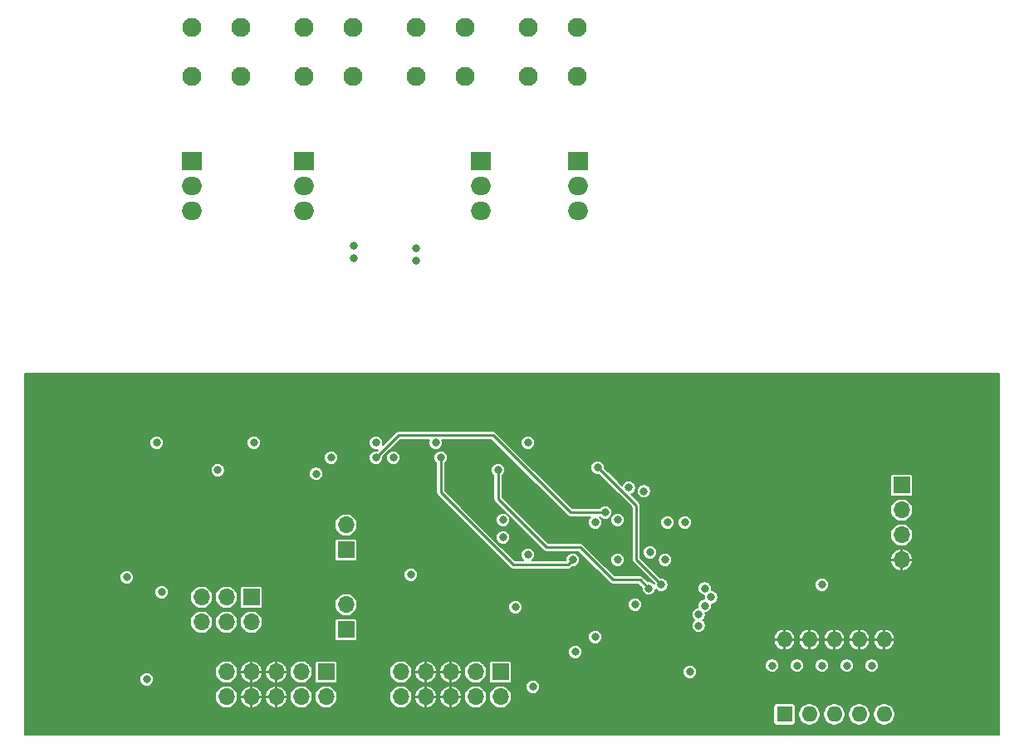
<source format=gbr>
%TF.GenerationSoftware,KiCad,Pcbnew,5.1.10-88a1d61d58~90~ubuntu20.04.1*%
%TF.CreationDate,2021-10-13T16:19:26+02:00*%
%TF.ProjectId,XT_V1,58545f56-312e-46b6-9963-61645f706362,rev?*%
%TF.SameCoordinates,Original*%
%TF.FileFunction,Copper,L3,Inr*%
%TF.FilePolarity,Positive*%
%FSLAX46Y46*%
G04 Gerber Fmt 4.6, Leading zero omitted, Abs format (unit mm)*
G04 Created by KiCad (PCBNEW 5.1.10-88a1d61d58~90~ubuntu20.04.1) date 2021-10-13 16:19:26*
%MOMM*%
%LPD*%
G01*
G04 APERTURE LIST*
%TA.AperFunction,ComponentPad*%
%ADD10O,2.000000X1.905000*%
%TD*%
%TA.AperFunction,ComponentPad*%
%ADD11R,2.000000X1.905000*%
%TD*%
%TA.AperFunction,ComponentPad*%
%ADD12C,1.950000*%
%TD*%
%TA.AperFunction,ComponentPad*%
%ADD13O,1.600000X1.600000*%
%TD*%
%TA.AperFunction,ComponentPad*%
%ADD14R,1.600000X1.600000*%
%TD*%
%TA.AperFunction,ComponentPad*%
%ADD15O,1.700000X1.700000*%
%TD*%
%TA.AperFunction,ComponentPad*%
%ADD16R,1.700000X1.700000*%
%TD*%
%TA.AperFunction,ViaPad*%
%ADD17C,0.800000*%
%TD*%
%TA.AperFunction,Conductor*%
%ADD18C,0.250000*%
%TD*%
%TA.AperFunction,Conductor*%
%ADD19C,0.127000*%
%TD*%
%TA.AperFunction,Conductor*%
%ADD20C,0.100000*%
%TD*%
G04 APERTURE END LIST*
D10*
%TO.N,Net-(Q10-Pad3)*%
%TO.C,Q10*%
X154686000Y-82296000D03*
%TO.N,Net-(D2-Pad2)*%
X154686000Y-79756000D03*
D11*
%TO.N,Net-(C18-Pad2)*%
X154686000Y-77216000D03*
%TD*%
D10*
%TO.N,Net-(Q9-Pad3)*%
%TO.C,Q9*%
X144780000Y-82296000D03*
%TO.N,Net-(D2-Pad2)*%
X144780000Y-79756000D03*
D11*
%TO.N,Net-(C17-Pad2)*%
X144780000Y-77216000D03*
%TD*%
D10*
%TO.N,Net-(Q8-Pad3)*%
%TO.C,Q8*%
X126746000Y-82296000D03*
%TO.N,Net-(D1-Pad2)*%
X126746000Y-79756000D03*
D11*
%TO.N,Net-(C15-Pad2)*%
X126746000Y-77216000D03*
%TD*%
D10*
%TO.N,Net-(Q6-Pad3)*%
%TO.C,Q6*%
X115316000Y-82296000D03*
%TO.N,Net-(D1-Pad2)*%
X115316000Y-79756000D03*
D11*
%TO.N,Net-(C16-Pad2)*%
X115316000Y-77216000D03*
%TD*%
D12*
%TO.N,Net-(C18-Pad2)*%
%TO.C,J10*%
X154606000Y-63580000D03*
X154606000Y-68580000D03*
%TO.N,Net-(C17-Pad2)*%
X149606000Y-63580000D03*
X149606000Y-68580000D03*
%TD*%
%TO.N,Net-(J9-Pad3)*%
%TO.C,J9*%
X143176000Y-63580000D03*
X143176000Y-68580000D03*
%TO.N,Net-(D2-Pad2)*%
X138176000Y-63580000D03*
X138176000Y-68580000D03*
%TD*%
%TO.N,Net-(C15-Pad2)*%
%TO.C,J8*%
X120316000Y-63580000D03*
X120316000Y-68580000D03*
%TO.N,Net-(C16-Pad2)*%
X115316000Y-63580000D03*
X115316000Y-68580000D03*
%TD*%
%TO.N,Net-(J7-Pad3)*%
%TO.C,J7*%
X131746000Y-63580000D03*
X131746000Y-68580000D03*
%TO.N,Net-(D1-Pad2)*%
X126746000Y-63580000D03*
X126746000Y-68580000D03*
%TD*%
D13*
%TO.N,GND*%
%TO.C,SW1*%
X175768000Y-125984000D03*
%TO.N,Net-(R11-Pad1)*%
X185928000Y-133604000D03*
%TO.N,GND*%
X178308000Y-125984000D03*
%TO.N,Net-(R10-Pad1)*%
X183388000Y-133604000D03*
%TO.N,GND*%
X180848000Y-125984000D03*
%TO.N,Net-(R9-Pad1)*%
X180848000Y-133604000D03*
%TO.N,GND*%
X183388000Y-125984000D03*
%TO.N,Net-(R8-Pad1)*%
X178308000Y-133604000D03*
%TO.N,GND*%
X185928000Y-125984000D03*
D14*
%TO.N,Net-(R7-Pad1)*%
X175768000Y-133604000D03*
%TD*%
D15*
%TO.N,BUS-*%
%TO.C,J6*%
X136652000Y-131826000D03*
%TO.N,BUS+*%
X136652000Y-129286000D03*
%TO.N,GND*%
X139192000Y-131826000D03*
X139192000Y-129286000D03*
X141732000Y-131826000D03*
X141732000Y-129286000D03*
%TO.N,VCC*%
X144272000Y-131826000D03*
X144272000Y-129286000D03*
X146812000Y-131826000D03*
D16*
X146812000Y-129286000D03*
%TD*%
D15*
%TO.N,BUS-*%
%TO.C,J5*%
X118872000Y-131826000D03*
%TO.N,BUS+*%
X118872000Y-129286000D03*
%TO.N,GND*%
X121412000Y-131826000D03*
X121412000Y-129286000D03*
X123952000Y-131826000D03*
X123952000Y-129286000D03*
%TO.N,VCC*%
X126492000Y-131826000D03*
X126492000Y-129286000D03*
X129032000Y-131826000D03*
D16*
X129032000Y-129286000D03*
%TD*%
D15*
%TO.N,Net-(J4-Pad6)*%
%TO.C,J4*%
X116332000Y-124206000D03*
%TO.N,Net-(J3-Pad2)*%
X116332000Y-121666000D03*
%TO.N,BUS+*%
X118872000Y-124206000D03*
%TO.N,BUS-*%
X118872000Y-121666000D03*
%TO.N,Net-(J4-Pad2)*%
X121412000Y-124206000D03*
D16*
%TO.N,Net-(J2-Pad2)*%
X121412000Y-121666000D03*
%TD*%
D15*
%TO.N,Net-(J3-Pad2)*%
%TO.C,J3*%
X131064000Y-114300000D03*
D16*
%TO.N,Net-(J3-Pad1)*%
X131064000Y-116840000D03*
%TD*%
D15*
%TO.N,Net-(J2-Pad2)*%
%TO.C,J2*%
X131064000Y-122428000D03*
D16*
%TO.N,Net-(J2-Pad1)*%
X131064000Y-124968000D03*
%TD*%
D15*
%TO.N,GND*%
%TO.C,J1*%
X187706000Y-117856000D03*
%TO.N,SWCLK*%
X187706000Y-115316000D03*
%TO.N,SWIO*%
X187706000Y-112776000D03*
D16*
%TO.N,+3V3*%
X187706000Y-110236000D03*
%TD*%
D17*
%TO.N,GND*%
X142494000Y-119380000D03*
X148336000Y-124714000D03*
X142494000Y-124206000D03*
X140970000Y-113538000D03*
X168910000Y-115570000D03*
X171450000Y-120650000D03*
X171450000Y-117602000D03*
X167640000Y-114046000D03*
X167640000Y-117094000D03*
X169418000Y-127762000D03*
X168148000Y-129286000D03*
X159512000Y-130302000D03*
X161544000Y-130302000D03*
X148844000Y-127254000D03*
X150368000Y-125730000D03*
X101600000Y-125730000D03*
X100076000Y-127254000D03*
X101600000Y-129032000D03*
X107442000Y-124460000D03*
X112014000Y-124460000D03*
X152908000Y-115316000D03*
X154432000Y-114046000D03*
X153162000Y-124206000D03*
X154432000Y-125730000D03*
X181610000Y-110236000D03*
X182880000Y-108712000D03*
X182880000Y-111760000D03*
X99060000Y-135128000D03*
X107950000Y-135128000D03*
X116586000Y-135128000D03*
X129032000Y-135128000D03*
X136652000Y-135128000D03*
X146812000Y-135128000D03*
X156210000Y-135128000D03*
X164846000Y-135128000D03*
X175768000Y-135128000D03*
X185928000Y-135128000D03*
X196850000Y-135128000D03*
X196850000Y-127000000D03*
X196850000Y-119126000D03*
X196850000Y-112014000D03*
X196850000Y-104902000D03*
X196850000Y-99568000D03*
X185420000Y-99568000D03*
X176022000Y-99568000D03*
X164846000Y-99568000D03*
X99060000Y-99568000D03*
X99060000Y-105918000D03*
X99060000Y-113792000D03*
X99060000Y-120142000D03*
X112014000Y-112268000D03*
X109474000Y-112268000D03*
X128524000Y-114300000D03*
X128524000Y-116332000D03*
X128524000Y-122428000D03*
X128524000Y-124460000D03*
X132842000Y-127254000D03*
X132842000Y-129286000D03*
X132842000Y-131318000D03*
X167640000Y-111760000D03*
X182880000Y-113792000D03*
X161417000Y-121666000D03*
X158115000Y-111633000D03*
X148082000Y-110998000D03*
X120650000Y-99568000D03*
X111506000Y-99568000D03*
X135128000Y-99568000D03*
X149352000Y-99568000D03*
X159004000Y-99568000D03*
X150368000Y-120142000D03*
X161544000Y-108712000D03*
%TO.N,+3V3*%
X108712000Y-119634000D03*
X112268000Y-121158000D03*
X150114000Y-130810000D03*
X148336000Y-122682000D03*
X137668000Y-119380000D03*
X156464000Y-125730000D03*
X166116000Y-129286000D03*
X179578000Y-120396000D03*
X165608000Y-114046000D03*
X156464000Y-114046000D03*
X135890000Y-107442000D03*
X129540000Y-107442000D03*
%TO.N,Net-(C4-Pad1)*%
X154432000Y-127254000D03*
X160528000Y-122428000D03*
%TO.N,VCC*%
X110744000Y-130048000D03*
X149606000Y-105918000D03*
X140208000Y-105918000D03*
X134112000Y-105918000D03*
X121666000Y-105918000D03*
X111760000Y-105918000D03*
%TO.N,SWCLK*%
X158750000Y-117856000D03*
%TO.N,SWIO*%
X158750000Y-113792000D03*
%TO.N,Net-(R7-Pad1)*%
X167005000Y-124587000D03*
X174498000Y-128651000D03*
%TO.N,Net-(R8-Pad1)*%
X167005000Y-123444000D03*
X177038000Y-128651000D03*
%TO.N,Net-(R9-Pad1)*%
X167640000Y-122555000D03*
X179578000Y-128651000D03*
%TO.N,Net-(R10-Pad1)*%
X168275000Y-121666000D03*
X182118000Y-128651000D03*
%TO.N,Net-(R11-Pad1)*%
X167640000Y-120777000D03*
X184658000Y-128651000D03*
%TO.N,CH1*%
X161417000Y-110871000D03*
X117983000Y-108712000D03*
%TO.N,CH2*%
X159893000Y-110490000D03*
X128016000Y-109093000D03*
%TO.N,CH3*%
X161925000Y-120777000D03*
X146558000Y-108712000D03*
%TO.N,CH4*%
X163195000Y-120396000D03*
X156718000Y-108458000D03*
%TO.N,TXD*%
X162052000Y-117094000D03*
X147066000Y-113792000D03*
%TO.N,DIR*%
X163830000Y-114046000D03*
X147066000Y-115570000D03*
%TO.N,RXD*%
X149606000Y-117348000D03*
X163580653Y-117856008D03*
%TO.N,Net-(D1-Pad2)*%
X131826000Y-85852000D03*
X131826000Y-87122000D03*
%TO.N,Net-(D2-Pad2)*%
X138176000Y-86106000D03*
X138176000Y-87376000D03*
%TO.N,ZC1*%
X134112000Y-107442000D03*
X157480000Y-113030000D03*
%TO.N,ZC2*%
X140716000Y-107442000D03*
X154178000Y-117856000D03*
%TD*%
D18*
%TO.N,CH3*%
X161925000Y-120777000D02*
X161036000Y-119888000D01*
X161036000Y-119888000D02*
X158242000Y-119888000D01*
X158242000Y-119888000D02*
X154940000Y-116586000D01*
X154940000Y-116586000D02*
X151511000Y-116586000D01*
X151511000Y-116586000D02*
X146558000Y-111633000D01*
X146558000Y-111633000D02*
X146558000Y-108712000D01*
%TO.N,CH4*%
X163195000Y-120396000D02*
X160655000Y-117856000D01*
X156787998Y-108458000D02*
X156718000Y-108458000D01*
X160655000Y-117856000D02*
X160655000Y-112325002D01*
X160655000Y-112325002D02*
X156787998Y-108458000D01*
%TO.N,ZC1*%
X134112000Y-107442000D02*
X136398000Y-105156000D01*
X136398000Y-105156000D02*
X146050000Y-105156000D01*
X153924000Y-113030000D02*
X157480000Y-113030000D01*
X146050000Y-105156000D02*
X153924000Y-113030000D01*
%TO.N,ZC2*%
X140716000Y-107442000D02*
X140716000Y-110998000D01*
X140716000Y-110998000D02*
X148082000Y-118364000D01*
X153670000Y-118364000D02*
X154178000Y-117856000D01*
X148082000Y-118364000D02*
X153670000Y-118364000D01*
%TD*%
D19*
%TO.N,GND*%
X197657501Y-135657500D02*
X98342500Y-135657500D01*
X98342500Y-131711011D01*
X117704500Y-131711011D01*
X117704500Y-131940989D01*
X117749366Y-132166547D01*
X117837375Y-132379019D01*
X117965144Y-132570238D01*
X118127762Y-132732856D01*
X118318981Y-132860625D01*
X118531453Y-132948634D01*
X118757011Y-132993500D01*
X118986989Y-132993500D01*
X119212547Y-132948634D01*
X119425019Y-132860625D01*
X119616238Y-132732856D01*
X119778856Y-132570238D01*
X119906625Y-132379019D01*
X119994634Y-132166547D01*
X120013622Y-132071086D01*
X120270511Y-132071086D01*
X120340258Y-132289070D01*
X120451192Y-132489259D01*
X120599049Y-132663959D01*
X120778147Y-132806457D01*
X120981604Y-132911276D01*
X121166915Y-132967486D01*
X121348500Y-132912271D01*
X121348500Y-131889500D01*
X121475500Y-131889500D01*
X121475500Y-132912271D01*
X121657085Y-132967486D01*
X121842396Y-132911276D01*
X122045853Y-132806457D01*
X122224951Y-132663959D01*
X122372808Y-132489259D01*
X122483742Y-132289070D01*
X122553489Y-132071086D01*
X122810511Y-132071086D01*
X122880258Y-132289070D01*
X122991192Y-132489259D01*
X123139049Y-132663959D01*
X123318147Y-132806457D01*
X123521604Y-132911276D01*
X123706915Y-132967486D01*
X123888500Y-132912271D01*
X123888500Y-131889500D01*
X124015500Y-131889500D01*
X124015500Y-132912271D01*
X124197085Y-132967486D01*
X124382396Y-132911276D01*
X124585853Y-132806457D01*
X124764951Y-132663959D01*
X124912808Y-132489259D01*
X125023742Y-132289070D01*
X125093489Y-132071086D01*
X125038400Y-131889500D01*
X124015500Y-131889500D01*
X123888500Y-131889500D01*
X122865600Y-131889500D01*
X122810511Y-132071086D01*
X122553489Y-132071086D01*
X122498400Y-131889500D01*
X121475500Y-131889500D01*
X121348500Y-131889500D01*
X120325600Y-131889500D01*
X120270511Y-132071086D01*
X120013622Y-132071086D01*
X120039500Y-131940989D01*
X120039500Y-131711011D01*
X120013623Y-131580914D01*
X120270511Y-131580914D01*
X120325600Y-131762500D01*
X121348500Y-131762500D01*
X121348500Y-130739729D01*
X121475500Y-130739729D01*
X121475500Y-131762500D01*
X122498400Y-131762500D01*
X122553489Y-131580914D01*
X122810511Y-131580914D01*
X122865600Y-131762500D01*
X123888500Y-131762500D01*
X123888500Y-130739729D01*
X124015500Y-130739729D01*
X124015500Y-131762500D01*
X125038400Y-131762500D01*
X125054020Y-131711011D01*
X125324500Y-131711011D01*
X125324500Y-131940989D01*
X125369366Y-132166547D01*
X125457375Y-132379019D01*
X125585144Y-132570238D01*
X125747762Y-132732856D01*
X125938981Y-132860625D01*
X126151453Y-132948634D01*
X126377011Y-132993500D01*
X126606989Y-132993500D01*
X126832547Y-132948634D01*
X127045019Y-132860625D01*
X127236238Y-132732856D01*
X127398856Y-132570238D01*
X127526625Y-132379019D01*
X127614634Y-132166547D01*
X127659500Y-131940989D01*
X127659500Y-131711011D01*
X127864500Y-131711011D01*
X127864500Y-131940989D01*
X127909366Y-132166547D01*
X127997375Y-132379019D01*
X128125144Y-132570238D01*
X128287762Y-132732856D01*
X128478981Y-132860625D01*
X128691453Y-132948634D01*
X128917011Y-132993500D01*
X129146989Y-132993500D01*
X129372547Y-132948634D01*
X129585019Y-132860625D01*
X129776238Y-132732856D01*
X129938856Y-132570238D01*
X130066625Y-132379019D01*
X130154634Y-132166547D01*
X130199500Y-131940989D01*
X130199500Y-131711011D01*
X135484500Y-131711011D01*
X135484500Y-131940989D01*
X135529366Y-132166547D01*
X135617375Y-132379019D01*
X135745144Y-132570238D01*
X135907762Y-132732856D01*
X136098981Y-132860625D01*
X136311453Y-132948634D01*
X136537011Y-132993500D01*
X136766989Y-132993500D01*
X136992547Y-132948634D01*
X137205019Y-132860625D01*
X137396238Y-132732856D01*
X137558856Y-132570238D01*
X137686625Y-132379019D01*
X137774634Y-132166547D01*
X137793622Y-132071086D01*
X138050511Y-132071086D01*
X138120258Y-132289070D01*
X138231192Y-132489259D01*
X138379049Y-132663959D01*
X138558147Y-132806457D01*
X138761604Y-132911276D01*
X138946915Y-132967486D01*
X139128500Y-132912271D01*
X139128500Y-131889500D01*
X139255500Y-131889500D01*
X139255500Y-132912271D01*
X139437085Y-132967486D01*
X139622396Y-132911276D01*
X139825853Y-132806457D01*
X140004951Y-132663959D01*
X140152808Y-132489259D01*
X140263742Y-132289070D01*
X140333489Y-132071086D01*
X140590511Y-132071086D01*
X140660258Y-132289070D01*
X140771192Y-132489259D01*
X140919049Y-132663959D01*
X141098147Y-132806457D01*
X141301604Y-132911276D01*
X141486915Y-132967486D01*
X141668500Y-132912271D01*
X141668500Y-131889500D01*
X141795500Y-131889500D01*
X141795500Y-132912271D01*
X141977085Y-132967486D01*
X142162396Y-132911276D01*
X142365853Y-132806457D01*
X142544951Y-132663959D01*
X142692808Y-132489259D01*
X142803742Y-132289070D01*
X142873489Y-132071086D01*
X142818400Y-131889500D01*
X141795500Y-131889500D01*
X141668500Y-131889500D01*
X140645600Y-131889500D01*
X140590511Y-132071086D01*
X140333489Y-132071086D01*
X140278400Y-131889500D01*
X139255500Y-131889500D01*
X139128500Y-131889500D01*
X138105600Y-131889500D01*
X138050511Y-132071086D01*
X137793622Y-132071086D01*
X137819500Y-131940989D01*
X137819500Y-131711011D01*
X137793623Y-131580914D01*
X138050511Y-131580914D01*
X138105600Y-131762500D01*
X139128500Y-131762500D01*
X139128500Y-130739729D01*
X139255500Y-130739729D01*
X139255500Y-131762500D01*
X140278400Y-131762500D01*
X140333489Y-131580914D01*
X140590511Y-131580914D01*
X140645600Y-131762500D01*
X141668500Y-131762500D01*
X141668500Y-130739729D01*
X141795500Y-130739729D01*
X141795500Y-131762500D01*
X142818400Y-131762500D01*
X142834020Y-131711011D01*
X143104500Y-131711011D01*
X143104500Y-131940989D01*
X143149366Y-132166547D01*
X143237375Y-132379019D01*
X143365144Y-132570238D01*
X143527762Y-132732856D01*
X143718981Y-132860625D01*
X143931453Y-132948634D01*
X144157011Y-132993500D01*
X144386989Y-132993500D01*
X144612547Y-132948634D01*
X144825019Y-132860625D01*
X145016238Y-132732856D01*
X145178856Y-132570238D01*
X145306625Y-132379019D01*
X145394634Y-132166547D01*
X145439500Y-131940989D01*
X145439500Y-131711011D01*
X145644500Y-131711011D01*
X145644500Y-131940989D01*
X145689366Y-132166547D01*
X145777375Y-132379019D01*
X145905144Y-132570238D01*
X146067762Y-132732856D01*
X146258981Y-132860625D01*
X146471453Y-132948634D01*
X146697011Y-132993500D01*
X146926989Y-132993500D01*
X147152547Y-132948634D01*
X147365019Y-132860625D01*
X147449763Y-132804000D01*
X174648964Y-132804000D01*
X174648964Y-134404000D01*
X174655094Y-134466241D01*
X174673249Y-134526090D01*
X174702731Y-134581247D01*
X174742407Y-134629593D01*
X174790753Y-134669269D01*
X174845910Y-134698751D01*
X174905759Y-134716906D01*
X174968000Y-134723036D01*
X176568000Y-134723036D01*
X176630241Y-134716906D01*
X176690090Y-134698751D01*
X176745247Y-134669269D01*
X176793593Y-134629593D01*
X176833269Y-134581247D01*
X176862751Y-134526090D01*
X176880906Y-134466241D01*
X176887036Y-134404000D01*
X176887036Y-133493936D01*
X177190500Y-133493936D01*
X177190500Y-133714064D01*
X177233445Y-133929963D01*
X177317684Y-134133335D01*
X177439981Y-134316365D01*
X177595635Y-134472019D01*
X177778665Y-134594316D01*
X177982037Y-134678555D01*
X178197936Y-134721500D01*
X178418064Y-134721500D01*
X178633963Y-134678555D01*
X178837335Y-134594316D01*
X179020365Y-134472019D01*
X179176019Y-134316365D01*
X179298316Y-134133335D01*
X179382555Y-133929963D01*
X179425500Y-133714064D01*
X179425500Y-133493936D01*
X179730500Y-133493936D01*
X179730500Y-133714064D01*
X179773445Y-133929963D01*
X179857684Y-134133335D01*
X179979981Y-134316365D01*
X180135635Y-134472019D01*
X180318665Y-134594316D01*
X180522037Y-134678555D01*
X180737936Y-134721500D01*
X180958064Y-134721500D01*
X181173963Y-134678555D01*
X181377335Y-134594316D01*
X181560365Y-134472019D01*
X181716019Y-134316365D01*
X181838316Y-134133335D01*
X181922555Y-133929963D01*
X181965500Y-133714064D01*
X181965500Y-133493936D01*
X182270500Y-133493936D01*
X182270500Y-133714064D01*
X182313445Y-133929963D01*
X182397684Y-134133335D01*
X182519981Y-134316365D01*
X182675635Y-134472019D01*
X182858665Y-134594316D01*
X183062037Y-134678555D01*
X183277936Y-134721500D01*
X183498064Y-134721500D01*
X183713963Y-134678555D01*
X183917335Y-134594316D01*
X184100365Y-134472019D01*
X184256019Y-134316365D01*
X184378316Y-134133335D01*
X184462555Y-133929963D01*
X184505500Y-133714064D01*
X184505500Y-133493936D01*
X184810500Y-133493936D01*
X184810500Y-133714064D01*
X184853445Y-133929963D01*
X184937684Y-134133335D01*
X185059981Y-134316365D01*
X185215635Y-134472019D01*
X185398665Y-134594316D01*
X185602037Y-134678555D01*
X185817936Y-134721500D01*
X186038064Y-134721500D01*
X186253963Y-134678555D01*
X186457335Y-134594316D01*
X186640365Y-134472019D01*
X186796019Y-134316365D01*
X186918316Y-134133335D01*
X187002555Y-133929963D01*
X187045500Y-133714064D01*
X187045500Y-133493936D01*
X187002555Y-133278037D01*
X186918316Y-133074665D01*
X186796019Y-132891635D01*
X186640365Y-132735981D01*
X186457335Y-132613684D01*
X186253963Y-132529445D01*
X186038064Y-132486500D01*
X185817936Y-132486500D01*
X185602037Y-132529445D01*
X185398665Y-132613684D01*
X185215635Y-132735981D01*
X185059981Y-132891635D01*
X184937684Y-133074665D01*
X184853445Y-133278037D01*
X184810500Y-133493936D01*
X184505500Y-133493936D01*
X184462555Y-133278037D01*
X184378316Y-133074665D01*
X184256019Y-132891635D01*
X184100365Y-132735981D01*
X183917335Y-132613684D01*
X183713963Y-132529445D01*
X183498064Y-132486500D01*
X183277936Y-132486500D01*
X183062037Y-132529445D01*
X182858665Y-132613684D01*
X182675635Y-132735981D01*
X182519981Y-132891635D01*
X182397684Y-133074665D01*
X182313445Y-133278037D01*
X182270500Y-133493936D01*
X181965500Y-133493936D01*
X181922555Y-133278037D01*
X181838316Y-133074665D01*
X181716019Y-132891635D01*
X181560365Y-132735981D01*
X181377335Y-132613684D01*
X181173963Y-132529445D01*
X180958064Y-132486500D01*
X180737936Y-132486500D01*
X180522037Y-132529445D01*
X180318665Y-132613684D01*
X180135635Y-132735981D01*
X179979981Y-132891635D01*
X179857684Y-133074665D01*
X179773445Y-133278037D01*
X179730500Y-133493936D01*
X179425500Y-133493936D01*
X179382555Y-133278037D01*
X179298316Y-133074665D01*
X179176019Y-132891635D01*
X179020365Y-132735981D01*
X178837335Y-132613684D01*
X178633963Y-132529445D01*
X178418064Y-132486500D01*
X178197936Y-132486500D01*
X177982037Y-132529445D01*
X177778665Y-132613684D01*
X177595635Y-132735981D01*
X177439981Y-132891635D01*
X177317684Y-133074665D01*
X177233445Y-133278037D01*
X177190500Y-133493936D01*
X176887036Y-133493936D01*
X176887036Y-132804000D01*
X176880906Y-132741759D01*
X176862751Y-132681910D01*
X176833269Y-132626753D01*
X176793593Y-132578407D01*
X176745247Y-132538731D01*
X176690090Y-132509249D01*
X176630241Y-132491094D01*
X176568000Y-132484964D01*
X174968000Y-132484964D01*
X174905759Y-132491094D01*
X174845910Y-132509249D01*
X174790753Y-132538731D01*
X174742407Y-132578407D01*
X174702731Y-132626753D01*
X174673249Y-132681910D01*
X174655094Y-132741759D01*
X174648964Y-132804000D01*
X147449763Y-132804000D01*
X147556238Y-132732856D01*
X147718856Y-132570238D01*
X147846625Y-132379019D01*
X147934634Y-132166547D01*
X147979500Y-131940989D01*
X147979500Y-131711011D01*
X147934634Y-131485453D01*
X147846625Y-131272981D01*
X147718856Y-131081762D01*
X147556238Y-130919144D01*
X147365019Y-130791375D01*
X147239377Y-130739332D01*
X149396500Y-130739332D01*
X149396500Y-130880668D01*
X149424073Y-131019287D01*
X149478159Y-131149864D01*
X149556681Y-131267380D01*
X149656620Y-131367319D01*
X149774136Y-131445841D01*
X149904713Y-131499927D01*
X150043332Y-131527500D01*
X150184668Y-131527500D01*
X150323287Y-131499927D01*
X150453864Y-131445841D01*
X150571380Y-131367319D01*
X150671319Y-131267380D01*
X150749841Y-131149864D01*
X150803927Y-131019287D01*
X150831500Y-130880668D01*
X150831500Y-130739332D01*
X150803927Y-130600713D01*
X150749841Y-130470136D01*
X150671319Y-130352620D01*
X150571380Y-130252681D01*
X150453864Y-130174159D01*
X150323287Y-130120073D01*
X150184668Y-130092500D01*
X150043332Y-130092500D01*
X149904713Y-130120073D01*
X149774136Y-130174159D01*
X149656620Y-130252681D01*
X149556681Y-130352620D01*
X149478159Y-130470136D01*
X149424073Y-130600713D01*
X149396500Y-130739332D01*
X147239377Y-130739332D01*
X147152547Y-130703366D01*
X146926989Y-130658500D01*
X146697011Y-130658500D01*
X146471453Y-130703366D01*
X146258981Y-130791375D01*
X146067762Y-130919144D01*
X145905144Y-131081762D01*
X145777375Y-131272981D01*
X145689366Y-131485453D01*
X145644500Y-131711011D01*
X145439500Y-131711011D01*
X145394634Y-131485453D01*
X145306625Y-131272981D01*
X145178856Y-131081762D01*
X145016238Y-130919144D01*
X144825019Y-130791375D01*
X144612547Y-130703366D01*
X144386989Y-130658500D01*
X144157011Y-130658500D01*
X143931453Y-130703366D01*
X143718981Y-130791375D01*
X143527762Y-130919144D01*
X143365144Y-131081762D01*
X143237375Y-131272981D01*
X143149366Y-131485453D01*
X143104500Y-131711011D01*
X142834020Y-131711011D01*
X142873489Y-131580914D01*
X142803742Y-131362930D01*
X142692808Y-131162741D01*
X142544951Y-130988041D01*
X142365853Y-130845543D01*
X142162396Y-130740724D01*
X141977085Y-130684514D01*
X141795500Y-130739729D01*
X141668500Y-130739729D01*
X141486915Y-130684514D01*
X141301604Y-130740724D01*
X141098147Y-130845543D01*
X140919049Y-130988041D01*
X140771192Y-131162741D01*
X140660258Y-131362930D01*
X140590511Y-131580914D01*
X140333489Y-131580914D01*
X140263742Y-131362930D01*
X140152808Y-131162741D01*
X140004951Y-130988041D01*
X139825853Y-130845543D01*
X139622396Y-130740724D01*
X139437085Y-130684514D01*
X139255500Y-130739729D01*
X139128500Y-130739729D01*
X138946915Y-130684514D01*
X138761604Y-130740724D01*
X138558147Y-130845543D01*
X138379049Y-130988041D01*
X138231192Y-131162741D01*
X138120258Y-131362930D01*
X138050511Y-131580914D01*
X137793623Y-131580914D01*
X137774634Y-131485453D01*
X137686625Y-131272981D01*
X137558856Y-131081762D01*
X137396238Y-130919144D01*
X137205019Y-130791375D01*
X136992547Y-130703366D01*
X136766989Y-130658500D01*
X136537011Y-130658500D01*
X136311453Y-130703366D01*
X136098981Y-130791375D01*
X135907762Y-130919144D01*
X135745144Y-131081762D01*
X135617375Y-131272981D01*
X135529366Y-131485453D01*
X135484500Y-131711011D01*
X130199500Y-131711011D01*
X130154634Y-131485453D01*
X130066625Y-131272981D01*
X129938856Y-131081762D01*
X129776238Y-130919144D01*
X129585019Y-130791375D01*
X129372547Y-130703366D01*
X129146989Y-130658500D01*
X128917011Y-130658500D01*
X128691453Y-130703366D01*
X128478981Y-130791375D01*
X128287762Y-130919144D01*
X128125144Y-131081762D01*
X127997375Y-131272981D01*
X127909366Y-131485453D01*
X127864500Y-131711011D01*
X127659500Y-131711011D01*
X127614634Y-131485453D01*
X127526625Y-131272981D01*
X127398856Y-131081762D01*
X127236238Y-130919144D01*
X127045019Y-130791375D01*
X126832547Y-130703366D01*
X126606989Y-130658500D01*
X126377011Y-130658500D01*
X126151453Y-130703366D01*
X125938981Y-130791375D01*
X125747762Y-130919144D01*
X125585144Y-131081762D01*
X125457375Y-131272981D01*
X125369366Y-131485453D01*
X125324500Y-131711011D01*
X125054020Y-131711011D01*
X125093489Y-131580914D01*
X125023742Y-131362930D01*
X124912808Y-131162741D01*
X124764951Y-130988041D01*
X124585853Y-130845543D01*
X124382396Y-130740724D01*
X124197085Y-130684514D01*
X124015500Y-130739729D01*
X123888500Y-130739729D01*
X123706915Y-130684514D01*
X123521604Y-130740724D01*
X123318147Y-130845543D01*
X123139049Y-130988041D01*
X122991192Y-131162741D01*
X122880258Y-131362930D01*
X122810511Y-131580914D01*
X122553489Y-131580914D01*
X122483742Y-131362930D01*
X122372808Y-131162741D01*
X122224951Y-130988041D01*
X122045853Y-130845543D01*
X121842396Y-130740724D01*
X121657085Y-130684514D01*
X121475500Y-130739729D01*
X121348500Y-130739729D01*
X121166915Y-130684514D01*
X120981604Y-130740724D01*
X120778147Y-130845543D01*
X120599049Y-130988041D01*
X120451192Y-131162741D01*
X120340258Y-131362930D01*
X120270511Y-131580914D01*
X120013623Y-131580914D01*
X119994634Y-131485453D01*
X119906625Y-131272981D01*
X119778856Y-131081762D01*
X119616238Y-130919144D01*
X119425019Y-130791375D01*
X119212547Y-130703366D01*
X118986989Y-130658500D01*
X118757011Y-130658500D01*
X118531453Y-130703366D01*
X118318981Y-130791375D01*
X118127762Y-130919144D01*
X117965144Y-131081762D01*
X117837375Y-131272981D01*
X117749366Y-131485453D01*
X117704500Y-131711011D01*
X98342500Y-131711011D01*
X98342500Y-129977332D01*
X110026500Y-129977332D01*
X110026500Y-130118668D01*
X110054073Y-130257287D01*
X110108159Y-130387864D01*
X110186681Y-130505380D01*
X110286620Y-130605319D01*
X110404136Y-130683841D01*
X110534713Y-130737927D01*
X110673332Y-130765500D01*
X110814668Y-130765500D01*
X110953287Y-130737927D01*
X111083864Y-130683841D01*
X111201380Y-130605319D01*
X111301319Y-130505380D01*
X111379841Y-130387864D01*
X111433927Y-130257287D01*
X111461500Y-130118668D01*
X111461500Y-129977332D01*
X111433927Y-129838713D01*
X111379841Y-129708136D01*
X111301319Y-129590620D01*
X111201380Y-129490681D01*
X111083864Y-129412159D01*
X110953287Y-129358073D01*
X110814668Y-129330500D01*
X110673332Y-129330500D01*
X110534713Y-129358073D01*
X110404136Y-129412159D01*
X110286620Y-129490681D01*
X110186681Y-129590620D01*
X110108159Y-129708136D01*
X110054073Y-129838713D01*
X110026500Y-129977332D01*
X98342500Y-129977332D01*
X98342500Y-129171011D01*
X117704500Y-129171011D01*
X117704500Y-129400989D01*
X117749366Y-129626547D01*
X117837375Y-129839019D01*
X117965144Y-130030238D01*
X118127762Y-130192856D01*
X118318981Y-130320625D01*
X118531453Y-130408634D01*
X118757011Y-130453500D01*
X118986989Y-130453500D01*
X119212547Y-130408634D01*
X119425019Y-130320625D01*
X119616238Y-130192856D01*
X119778856Y-130030238D01*
X119906625Y-129839019D01*
X119994634Y-129626547D01*
X120013622Y-129531086D01*
X120270511Y-129531086D01*
X120340258Y-129749070D01*
X120451192Y-129949259D01*
X120599049Y-130123959D01*
X120778147Y-130266457D01*
X120981604Y-130371276D01*
X121166915Y-130427486D01*
X121348500Y-130372271D01*
X121348500Y-129349500D01*
X121475500Y-129349500D01*
X121475500Y-130372271D01*
X121657085Y-130427486D01*
X121842396Y-130371276D01*
X122045853Y-130266457D01*
X122224951Y-130123959D01*
X122372808Y-129949259D01*
X122483742Y-129749070D01*
X122553489Y-129531086D01*
X122810511Y-129531086D01*
X122880258Y-129749070D01*
X122991192Y-129949259D01*
X123139049Y-130123959D01*
X123318147Y-130266457D01*
X123521604Y-130371276D01*
X123706915Y-130427486D01*
X123888500Y-130372271D01*
X123888500Y-129349500D01*
X124015500Y-129349500D01*
X124015500Y-130372271D01*
X124197085Y-130427486D01*
X124382396Y-130371276D01*
X124585853Y-130266457D01*
X124764951Y-130123959D01*
X124912808Y-129949259D01*
X125023742Y-129749070D01*
X125093489Y-129531086D01*
X125038400Y-129349500D01*
X124015500Y-129349500D01*
X123888500Y-129349500D01*
X122865600Y-129349500D01*
X122810511Y-129531086D01*
X122553489Y-129531086D01*
X122498400Y-129349500D01*
X121475500Y-129349500D01*
X121348500Y-129349500D01*
X120325600Y-129349500D01*
X120270511Y-129531086D01*
X120013622Y-129531086D01*
X120039500Y-129400989D01*
X120039500Y-129171011D01*
X120013623Y-129040914D01*
X120270511Y-129040914D01*
X120325600Y-129222500D01*
X121348500Y-129222500D01*
X121348500Y-128199729D01*
X121475500Y-128199729D01*
X121475500Y-129222500D01*
X122498400Y-129222500D01*
X122553489Y-129040914D01*
X122810511Y-129040914D01*
X122865600Y-129222500D01*
X123888500Y-129222500D01*
X123888500Y-128199729D01*
X124015500Y-128199729D01*
X124015500Y-129222500D01*
X125038400Y-129222500D01*
X125054020Y-129171011D01*
X125324500Y-129171011D01*
X125324500Y-129400989D01*
X125369366Y-129626547D01*
X125457375Y-129839019D01*
X125585144Y-130030238D01*
X125747762Y-130192856D01*
X125938981Y-130320625D01*
X126151453Y-130408634D01*
X126377011Y-130453500D01*
X126606989Y-130453500D01*
X126832547Y-130408634D01*
X127045019Y-130320625D01*
X127236238Y-130192856D01*
X127398856Y-130030238D01*
X127526625Y-129839019D01*
X127614634Y-129626547D01*
X127659500Y-129400989D01*
X127659500Y-129171011D01*
X127614634Y-128945453D01*
X127526625Y-128732981D01*
X127398856Y-128541762D01*
X127293094Y-128436000D01*
X127862964Y-128436000D01*
X127862964Y-130136000D01*
X127869094Y-130198241D01*
X127887249Y-130258090D01*
X127916731Y-130313247D01*
X127956407Y-130361593D01*
X128004753Y-130401269D01*
X128059910Y-130430751D01*
X128119759Y-130448906D01*
X128182000Y-130455036D01*
X129882000Y-130455036D01*
X129944241Y-130448906D01*
X130004090Y-130430751D01*
X130059247Y-130401269D01*
X130107593Y-130361593D01*
X130147269Y-130313247D01*
X130176751Y-130258090D01*
X130194906Y-130198241D01*
X130201036Y-130136000D01*
X130201036Y-129171011D01*
X135484500Y-129171011D01*
X135484500Y-129400989D01*
X135529366Y-129626547D01*
X135617375Y-129839019D01*
X135745144Y-130030238D01*
X135907762Y-130192856D01*
X136098981Y-130320625D01*
X136311453Y-130408634D01*
X136537011Y-130453500D01*
X136766989Y-130453500D01*
X136992547Y-130408634D01*
X137205019Y-130320625D01*
X137396238Y-130192856D01*
X137558856Y-130030238D01*
X137686625Y-129839019D01*
X137774634Y-129626547D01*
X137793622Y-129531086D01*
X138050511Y-129531086D01*
X138120258Y-129749070D01*
X138231192Y-129949259D01*
X138379049Y-130123959D01*
X138558147Y-130266457D01*
X138761604Y-130371276D01*
X138946915Y-130427486D01*
X139128500Y-130372271D01*
X139128500Y-129349500D01*
X139255500Y-129349500D01*
X139255500Y-130372271D01*
X139437085Y-130427486D01*
X139622396Y-130371276D01*
X139825853Y-130266457D01*
X140004951Y-130123959D01*
X140152808Y-129949259D01*
X140263742Y-129749070D01*
X140333489Y-129531086D01*
X140590511Y-129531086D01*
X140660258Y-129749070D01*
X140771192Y-129949259D01*
X140919049Y-130123959D01*
X141098147Y-130266457D01*
X141301604Y-130371276D01*
X141486915Y-130427486D01*
X141668500Y-130372271D01*
X141668500Y-129349500D01*
X141795500Y-129349500D01*
X141795500Y-130372271D01*
X141977085Y-130427486D01*
X142162396Y-130371276D01*
X142365853Y-130266457D01*
X142544951Y-130123959D01*
X142692808Y-129949259D01*
X142803742Y-129749070D01*
X142873489Y-129531086D01*
X142818400Y-129349500D01*
X141795500Y-129349500D01*
X141668500Y-129349500D01*
X140645600Y-129349500D01*
X140590511Y-129531086D01*
X140333489Y-129531086D01*
X140278400Y-129349500D01*
X139255500Y-129349500D01*
X139128500Y-129349500D01*
X138105600Y-129349500D01*
X138050511Y-129531086D01*
X137793622Y-129531086D01*
X137819500Y-129400989D01*
X137819500Y-129171011D01*
X137793623Y-129040914D01*
X138050511Y-129040914D01*
X138105600Y-129222500D01*
X139128500Y-129222500D01*
X139128500Y-128199729D01*
X139255500Y-128199729D01*
X139255500Y-129222500D01*
X140278400Y-129222500D01*
X140333489Y-129040914D01*
X140590511Y-129040914D01*
X140645600Y-129222500D01*
X141668500Y-129222500D01*
X141668500Y-128199729D01*
X141795500Y-128199729D01*
X141795500Y-129222500D01*
X142818400Y-129222500D01*
X142834020Y-129171011D01*
X143104500Y-129171011D01*
X143104500Y-129400989D01*
X143149366Y-129626547D01*
X143237375Y-129839019D01*
X143365144Y-130030238D01*
X143527762Y-130192856D01*
X143718981Y-130320625D01*
X143931453Y-130408634D01*
X144157011Y-130453500D01*
X144386989Y-130453500D01*
X144612547Y-130408634D01*
X144825019Y-130320625D01*
X145016238Y-130192856D01*
X145178856Y-130030238D01*
X145306625Y-129839019D01*
X145394634Y-129626547D01*
X145439500Y-129400989D01*
X145439500Y-129171011D01*
X145394634Y-128945453D01*
X145306625Y-128732981D01*
X145178856Y-128541762D01*
X145073094Y-128436000D01*
X145642964Y-128436000D01*
X145642964Y-130136000D01*
X145649094Y-130198241D01*
X145667249Y-130258090D01*
X145696731Y-130313247D01*
X145736407Y-130361593D01*
X145784753Y-130401269D01*
X145839910Y-130430751D01*
X145899759Y-130448906D01*
X145962000Y-130455036D01*
X147662000Y-130455036D01*
X147724241Y-130448906D01*
X147784090Y-130430751D01*
X147839247Y-130401269D01*
X147887593Y-130361593D01*
X147927269Y-130313247D01*
X147956751Y-130258090D01*
X147974906Y-130198241D01*
X147981036Y-130136000D01*
X147981036Y-129215332D01*
X165398500Y-129215332D01*
X165398500Y-129356668D01*
X165426073Y-129495287D01*
X165480159Y-129625864D01*
X165558681Y-129743380D01*
X165658620Y-129843319D01*
X165776136Y-129921841D01*
X165906713Y-129975927D01*
X166045332Y-130003500D01*
X166186668Y-130003500D01*
X166325287Y-129975927D01*
X166455864Y-129921841D01*
X166573380Y-129843319D01*
X166673319Y-129743380D01*
X166751841Y-129625864D01*
X166805927Y-129495287D01*
X166833500Y-129356668D01*
X166833500Y-129215332D01*
X166805927Y-129076713D01*
X166751841Y-128946136D01*
X166673319Y-128828620D01*
X166573380Y-128728681D01*
X166455864Y-128650159D01*
X166325287Y-128596073D01*
X166246152Y-128580332D01*
X173780500Y-128580332D01*
X173780500Y-128721668D01*
X173808073Y-128860287D01*
X173862159Y-128990864D01*
X173940681Y-129108380D01*
X174040620Y-129208319D01*
X174158136Y-129286841D01*
X174288713Y-129340927D01*
X174427332Y-129368500D01*
X174568668Y-129368500D01*
X174707287Y-129340927D01*
X174837864Y-129286841D01*
X174955380Y-129208319D01*
X175055319Y-129108380D01*
X175133841Y-128990864D01*
X175187927Y-128860287D01*
X175215500Y-128721668D01*
X175215500Y-128580332D01*
X176320500Y-128580332D01*
X176320500Y-128721668D01*
X176348073Y-128860287D01*
X176402159Y-128990864D01*
X176480681Y-129108380D01*
X176580620Y-129208319D01*
X176698136Y-129286841D01*
X176828713Y-129340927D01*
X176967332Y-129368500D01*
X177108668Y-129368500D01*
X177247287Y-129340927D01*
X177377864Y-129286841D01*
X177495380Y-129208319D01*
X177595319Y-129108380D01*
X177673841Y-128990864D01*
X177727927Y-128860287D01*
X177755500Y-128721668D01*
X177755500Y-128580332D01*
X178860500Y-128580332D01*
X178860500Y-128721668D01*
X178888073Y-128860287D01*
X178942159Y-128990864D01*
X179020681Y-129108380D01*
X179120620Y-129208319D01*
X179238136Y-129286841D01*
X179368713Y-129340927D01*
X179507332Y-129368500D01*
X179648668Y-129368500D01*
X179787287Y-129340927D01*
X179917864Y-129286841D01*
X180035380Y-129208319D01*
X180135319Y-129108380D01*
X180213841Y-128990864D01*
X180267927Y-128860287D01*
X180295500Y-128721668D01*
X180295500Y-128580332D01*
X181400500Y-128580332D01*
X181400500Y-128721668D01*
X181428073Y-128860287D01*
X181482159Y-128990864D01*
X181560681Y-129108380D01*
X181660620Y-129208319D01*
X181778136Y-129286841D01*
X181908713Y-129340927D01*
X182047332Y-129368500D01*
X182188668Y-129368500D01*
X182327287Y-129340927D01*
X182457864Y-129286841D01*
X182575380Y-129208319D01*
X182675319Y-129108380D01*
X182753841Y-128990864D01*
X182807927Y-128860287D01*
X182835500Y-128721668D01*
X182835500Y-128580332D01*
X183940500Y-128580332D01*
X183940500Y-128721668D01*
X183968073Y-128860287D01*
X184022159Y-128990864D01*
X184100681Y-129108380D01*
X184200620Y-129208319D01*
X184318136Y-129286841D01*
X184448713Y-129340927D01*
X184587332Y-129368500D01*
X184728668Y-129368500D01*
X184867287Y-129340927D01*
X184997864Y-129286841D01*
X185115380Y-129208319D01*
X185215319Y-129108380D01*
X185293841Y-128990864D01*
X185347927Y-128860287D01*
X185375500Y-128721668D01*
X185375500Y-128580332D01*
X185347927Y-128441713D01*
X185293841Y-128311136D01*
X185215319Y-128193620D01*
X185115380Y-128093681D01*
X184997864Y-128015159D01*
X184867287Y-127961073D01*
X184728668Y-127933500D01*
X184587332Y-127933500D01*
X184448713Y-127961073D01*
X184318136Y-128015159D01*
X184200620Y-128093681D01*
X184100681Y-128193620D01*
X184022159Y-128311136D01*
X183968073Y-128441713D01*
X183940500Y-128580332D01*
X182835500Y-128580332D01*
X182807927Y-128441713D01*
X182753841Y-128311136D01*
X182675319Y-128193620D01*
X182575380Y-128093681D01*
X182457864Y-128015159D01*
X182327287Y-127961073D01*
X182188668Y-127933500D01*
X182047332Y-127933500D01*
X181908713Y-127961073D01*
X181778136Y-128015159D01*
X181660620Y-128093681D01*
X181560681Y-128193620D01*
X181482159Y-128311136D01*
X181428073Y-128441713D01*
X181400500Y-128580332D01*
X180295500Y-128580332D01*
X180267927Y-128441713D01*
X180213841Y-128311136D01*
X180135319Y-128193620D01*
X180035380Y-128093681D01*
X179917864Y-128015159D01*
X179787287Y-127961073D01*
X179648668Y-127933500D01*
X179507332Y-127933500D01*
X179368713Y-127961073D01*
X179238136Y-128015159D01*
X179120620Y-128093681D01*
X179020681Y-128193620D01*
X178942159Y-128311136D01*
X178888073Y-128441713D01*
X178860500Y-128580332D01*
X177755500Y-128580332D01*
X177727927Y-128441713D01*
X177673841Y-128311136D01*
X177595319Y-128193620D01*
X177495380Y-128093681D01*
X177377864Y-128015159D01*
X177247287Y-127961073D01*
X177108668Y-127933500D01*
X176967332Y-127933500D01*
X176828713Y-127961073D01*
X176698136Y-128015159D01*
X176580620Y-128093681D01*
X176480681Y-128193620D01*
X176402159Y-128311136D01*
X176348073Y-128441713D01*
X176320500Y-128580332D01*
X175215500Y-128580332D01*
X175187927Y-128441713D01*
X175133841Y-128311136D01*
X175055319Y-128193620D01*
X174955380Y-128093681D01*
X174837864Y-128015159D01*
X174707287Y-127961073D01*
X174568668Y-127933500D01*
X174427332Y-127933500D01*
X174288713Y-127961073D01*
X174158136Y-128015159D01*
X174040620Y-128093681D01*
X173940681Y-128193620D01*
X173862159Y-128311136D01*
X173808073Y-128441713D01*
X173780500Y-128580332D01*
X166246152Y-128580332D01*
X166186668Y-128568500D01*
X166045332Y-128568500D01*
X165906713Y-128596073D01*
X165776136Y-128650159D01*
X165658620Y-128728681D01*
X165558681Y-128828620D01*
X165480159Y-128946136D01*
X165426073Y-129076713D01*
X165398500Y-129215332D01*
X147981036Y-129215332D01*
X147981036Y-128436000D01*
X147974906Y-128373759D01*
X147956751Y-128313910D01*
X147927269Y-128258753D01*
X147887593Y-128210407D01*
X147839247Y-128170731D01*
X147784090Y-128141249D01*
X147724241Y-128123094D01*
X147662000Y-128116964D01*
X145962000Y-128116964D01*
X145899759Y-128123094D01*
X145839910Y-128141249D01*
X145784753Y-128170731D01*
X145736407Y-128210407D01*
X145696731Y-128258753D01*
X145667249Y-128313910D01*
X145649094Y-128373759D01*
X145642964Y-128436000D01*
X145073094Y-128436000D01*
X145016238Y-128379144D01*
X144825019Y-128251375D01*
X144612547Y-128163366D01*
X144386989Y-128118500D01*
X144157011Y-128118500D01*
X143931453Y-128163366D01*
X143718981Y-128251375D01*
X143527762Y-128379144D01*
X143365144Y-128541762D01*
X143237375Y-128732981D01*
X143149366Y-128945453D01*
X143104500Y-129171011D01*
X142834020Y-129171011D01*
X142873489Y-129040914D01*
X142803742Y-128822930D01*
X142692808Y-128622741D01*
X142544951Y-128448041D01*
X142365853Y-128305543D01*
X142162396Y-128200724D01*
X141977085Y-128144514D01*
X141795500Y-128199729D01*
X141668500Y-128199729D01*
X141486915Y-128144514D01*
X141301604Y-128200724D01*
X141098147Y-128305543D01*
X140919049Y-128448041D01*
X140771192Y-128622741D01*
X140660258Y-128822930D01*
X140590511Y-129040914D01*
X140333489Y-129040914D01*
X140263742Y-128822930D01*
X140152808Y-128622741D01*
X140004951Y-128448041D01*
X139825853Y-128305543D01*
X139622396Y-128200724D01*
X139437085Y-128144514D01*
X139255500Y-128199729D01*
X139128500Y-128199729D01*
X138946915Y-128144514D01*
X138761604Y-128200724D01*
X138558147Y-128305543D01*
X138379049Y-128448041D01*
X138231192Y-128622741D01*
X138120258Y-128822930D01*
X138050511Y-129040914D01*
X137793623Y-129040914D01*
X137774634Y-128945453D01*
X137686625Y-128732981D01*
X137558856Y-128541762D01*
X137396238Y-128379144D01*
X137205019Y-128251375D01*
X136992547Y-128163366D01*
X136766989Y-128118500D01*
X136537011Y-128118500D01*
X136311453Y-128163366D01*
X136098981Y-128251375D01*
X135907762Y-128379144D01*
X135745144Y-128541762D01*
X135617375Y-128732981D01*
X135529366Y-128945453D01*
X135484500Y-129171011D01*
X130201036Y-129171011D01*
X130201036Y-128436000D01*
X130194906Y-128373759D01*
X130176751Y-128313910D01*
X130147269Y-128258753D01*
X130107593Y-128210407D01*
X130059247Y-128170731D01*
X130004090Y-128141249D01*
X129944241Y-128123094D01*
X129882000Y-128116964D01*
X128182000Y-128116964D01*
X128119759Y-128123094D01*
X128059910Y-128141249D01*
X128004753Y-128170731D01*
X127956407Y-128210407D01*
X127916731Y-128258753D01*
X127887249Y-128313910D01*
X127869094Y-128373759D01*
X127862964Y-128436000D01*
X127293094Y-128436000D01*
X127236238Y-128379144D01*
X127045019Y-128251375D01*
X126832547Y-128163366D01*
X126606989Y-128118500D01*
X126377011Y-128118500D01*
X126151453Y-128163366D01*
X125938981Y-128251375D01*
X125747762Y-128379144D01*
X125585144Y-128541762D01*
X125457375Y-128732981D01*
X125369366Y-128945453D01*
X125324500Y-129171011D01*
X125054020Y-129171011D01*
X125093489Y-129040914D01*
X125023742Y-128822930D01*
X124912808Y-128622741D01*
X124764951Y-128448041D01*
X124585853Y-128305543D01*
X124382396Y-128200724D01*
X124197085Y-128144514D01*
X124015500Y-128199729D01*
X123888500Y-128199729D01*
X123706915Y-128144514D01*
X123521604Y-128200724D01*
X123318147Y-128305543D01*
X123139049Y-128448041D01*
X122991192Y-128622741D01*
X122880258Y-128822930D01*
X122810511Y-129040914D01*
X122553489Y-129040914D01*
X122483742Y-128822930D01*
X122372808Y-128622741D01*
X122224951Y-128448041D01*
X122045853Y-128305543D01*
X121842396Y-128200724D01*
X121657085Y-128144514D01*
X121475500Y-128199729D01*
X121348500Y-128199729D01*
X121166915Y-128144514D01*
X120981604Y-128200724D01*
X120778147Y-128305543D01*
X120599049Y-128448041D01*
X120451192Y-128622741D01*
X120340258Y-128822930D01*
X120270511Y-129040914D01*
X120013623Y-129040914D01*
X119994634Y-128945453D01*
X119906625Y-128732981D01*
X119778856Y-128541762D01*
X119616238Y-128379144D01*
X119425019Y-128251375D01*
X119212547Y-128163366D01*
X118986989Y-128118500D01*
X118757011Y-128118500D01*
X118531453Y-128163366D01*
X118318981Y-128251375D01*
X118127762Y-128379144D01*
X117965144Y-128541762D01*
X117837375Y-128732981D01*
X117749366Y-128945453D01*
X117704500Y-129171011D01*
X98342500Y-129171011D01*
X98342500Y-127183332D01*
X153714500Y-127183332D01*
X153714500Y-127324668D01*
X153742073Y-127463287D01*
X153796159Y-127593864D01*
X153874681Y-127711380D01*
X153974620Y-127811319D01*
X154092136Y-127889841D01*
X154222713Y-127943927D01*
X154361332Y-127971500D01*
X154502668Y-127971500D01*
X154641287Y-127943927D01*
X154771864Y-127889841D01*
X154889380Y-127811319D01*
X154989319Y-127711380D01*
X155067841Y-127593864D01*
X155121927Y-127463287D01*
X155149500Y-127324668D01*
X155149500Y-127183332D01*
X155121927Y-127044713D01*
X155067841Y-126914136D01*
X154989319Y-126796620D01*
X154889380Y-126696681D01*
X154771864Y-126618159D01*
X154641287Y-126564073D01*
X154502668Y-126536500D01*
X154361332Y-126536500D01*
X154222713Y-126564073D01*
X154092136Y-126618159D01*
X153974620Y-126696681D01*
X153874681Y-126796620D01*
X153796159Y-126914136D01*
X153742073Y-127044713D01*
X153714500Y-127183332D01*
X98342500Y-127183332D01*
X98342500Y-124091011D01*
X115164500Y-124091011D01*
X115164500Y-124320989D01*
X115209366Y-124546547D01*
X115297375Y-124759019D01*
X115425144Y-124950238D01*
X115587762Y-125112856D01*
X115778981Y-125240625D01*
X115991453Y-125328634D01*
X116217011Y-125373500D01*
X116446989Y-125373500D01*
X116672547Y-125328634D01*
X116885019Y-125240625D01*
X117076238Y-125112856D01*
X117238856Y-124950238D01*
X117366625Y-124759019D01*
X117454634Y-124546547D01*
X117499500Y-124320989D01*
X117499500Y-124091011D01*
X117704500Y-124091011D01*
X117704500Y-124320989D01*
X117749366Y-124546547D01*
X117837375Y-124759019D01*
X117965144Y-124950238D01*
X118127762Y-125112856D01*
X118318981Y-125240625D01*
X118531453Y-125328634D01*
X118757011Y-125373500D01*
X118986989Y-125373500D01*
X119212547Y-125328634D01*
X119425019Y-125240625D01*
X119616238Y-125112856D01*
X119778856Y-124950238D01*
X119906625Y-124759019D01*
X119994634Y-124546547D01*
X120039500Y-124320989D01*
X120039500Y-124091011D01*
X120244500Y-124091011D01*
X120244500Y-124320989D01*
X120289366Y-124546547D01*
X120377375Y-124759019D01*
X120505144Y-124950238D01*
X120667762Y-125112856D01*
X120858981Y-125240625D01*
X121071453Y-125328634D01*
X121297011Y-125373500D01*
X121526989Y-125373500D01*
X121752547Y-125328634D01*
X121965019Y-125240625D01*
X122156238Y-125112856D01*
X122318856Y-124950238D01*
X122446625Y-124759019D01*
X122534634Y-124546547D01*
X122579500Y-124320989D01*
X122579500Y-124118000D01*
X129894964Y-124118000D01*
X129894964Y-125818000D01*
X129901094Y-125880241D01*
X129919249Y-125940090D01*
X129948731Y-125995247D01*
X129988407Y-126043593D01*
X130036753Y-126083269D01*
X130091910Y-126112751D01*
X130151759Y-126130906D01*
X130214000Y-126137036D01*
X131914000Y-126137036D01*
X131976241Y-126130906D01*
X132036090Y-126112751D01*
X132091247Y-126083269D01*
X132139593Y-126043593D01*
X132179269Y-125995247D01*
X132208751Y-125940090D01*
X132226906Y-125880241D01*
X132233036Y-125818000D01*
X132233036Y-125659332D01*
X155746500Y-125659332D01*
X155746500Y-125800668D01*
X155774073Y-125939287D01*
X155828159Y-126069864D01*
X155906681Y-126187380D01*
X156006620Y-126287319D01*
X156124136Y-126365841D01*
X156254713Y-126419927D01*
X156393332Y-126447500D01*
X156534668Y-126447500D01*
X156673287Y-126419927D01*
X156803864Y-126365841D01*
X156921380Y-126287319D01*
X156987447Y-126221252D01*
X174675972Y-126221252D01*
X174743241Y-126429737D01*
X174849890Y-126621093D01*
X174991822Y-126787966D01*
X175163582Y-126923943D01*
X175358570Y-127023798D01*
X175530749Y-127076024D01*
X175704500Y-127020181D01*
X175704500Y-126047500D01*
X175831500Y-126047500D01*
X175831500Y-127020181D01*
X176005251Y-127076024D01*
X176177430Y-127023798D01*
X176372418Y-126923943D01*
X176544178Y-126787966D01*
X176686110Y-126621093D01*
X176792759Y-126429737D01*
X176860028Y-126221252D01*
X177215972Y-126221252D01*
X177283241Y-126429737D01*
X177389890Y-126621093D01*
X177531822Y-126787966D01*
X177703582Y-126923943D01*
X177898570Y-127023798D01*
X178070749Y-127076024D01*
X178244500Y-127020181D01*
X178244500Y-126047500D01*
X178371500Y-126047500D01*
X178371500Y-127020181D01*
X178545251Y-127076024D01*
X178717430Y-127023798D01*
X178912418Y-126923943D01*
X179084178Y-126787966D01*
X179226110Y-126621093D01*
X179332759Y-126429737D01*
X179400028Y-126221252D01*
X179755972Y-126221252D01*
X179823241Y-126429737D01*
X179929890Y-126621093D01*
X180071822Y-126787966D01*
X180243582Y-126923943D01*
X180438570Y-127023798D01*
X180610749Y-127076024D01*
X180784500Y-127020181D01*
X180784500Y-126047500D01*
X180911500Y-126047500D01*
X180911500Y-127020181D01*
X181085251Y-127076024D01*
X181257430Y-127023798D01*
X181452418Y-126923943D01*
X181624178Y-126787966D01*
X181766110Y-126621093D01*
X181872759Y-126429737D01*
X181940028Y-126221252D01*
X182295972Y-126221252D01*
X182363241Y-126429737D01*
X182469890Y-126621093D01*
X182611822Y-126787966D01*
X182783582Y-126923943D01*
X182978570Y-127023798D01*
X183150749Y-127076024D01*
X183324500Y-127020181D01*
X183324500Y-126047500D01*
X183451500Y-126047500D01*
X183451500Y-127020181D01*
X183625251Y-127076024D01*
X183797430Y-127023798D01*
X183992418Y-126923943D01*
X184164178Y-126787966D01*
X184306110Y-126621093D01*
X184412759Y-126429737D01*
X184480028Y-126221252D01*
X184835972Y-126221252D01*
X184903241Y-126429737D01*
X185009890Y-126621093D01*
X185151822Y-126787966D01*
X185323582Y-126923943D01*
X185518570Y-127023798D01*
X185690749Y-127076024D01*
X185864500Y-127020181D01*
X185864500Y-126047500D01*
X185991500Y-126047500D01*
X185991500Y-127020181D01*
X186165251Y-127076024D01*
X186337430Y-127023798D01*
X186532418Y-126923943D01*
X186704178Y-126787966D01*
X186846110Y-126621093D01*
X186952759Y-126429737D01*
X187020028Y-126221252D01*
X186964323Y-126047500D01*
X185991500Y-126047500D01*
X185864500Y-126047500D01*
X184891677Y-126047500D01*
X184835972Y-126221252D01*
X184480028Y-126221252D01*
X184424323Y-126047500D01*
X183451500Y-126047500D01*
X183324500Y-126047500D01*
X182351677Y-126047500D01*
X182295972Y-126221252D01*
X181940028Y-126221252D01*
X181884323Y-126047500D01*
X180911500Y-126047500D01*
X180784500Y-126047500D01*
X179811677Y-126047500D01*
X179755972Y-126221252D01*
X179400028Y-126221252D01*
X179344323Y-126047500D01*
X178371500Y-126047500D01*
X178244500Y-126047500D01*
X177271677Y-126047500D01*
X177215972Y-126221252D01*
X176860028Y-126221252D01*
X176804323Y-126047500D01*
X175831500Y-126047500D01*
X175704500Y-126047500D01*
X174731677Y-126047500D01*
X174675972Y-126221252D01*
X156987447Y-126221252D01*
X157021319Y-126187380D01*
X157099841Y-126069864D01*
X157153927Y-125939287D01*
X157181500Y-125800668D01*
X157181500Y-125746748D01*
X174675972Y-125746748D01*
X174731677Y-125920500D01*
X175704500Y-125920500D01*
X175704500Y-124947819D01*
X175831500Y-124947819D01*
X175831500Y-125920500D01*
X176804323Y-125920500D01*
X176860028Y-125746748D01*
X177215972Y-125746748D01*
X177271677Y-125920500D01*
X178244500Y-125920500D01*
X178244500Y-124947819D01*
X178371500Y-124947819D01*
X178371500Y-125920500D01*
X179344323Y-125920500D01*
X179400028Y-125746748D01*
X179755972Y-125746748D01*
X179811677Y-125920500D01*
X180784500Y-125920500D01*
X180784500Y-124947819D01*
X180911500Y-124947819D01*
X180911500Y-125920500D01*
X181884323Y-125920500D01*
X181940028Y-125746748D01*
X182295972Y-125746748D01*
X182351677Y-125920500D01*
X183324500Y-125920500D01*
X183324500Y-124947819D01*
X183451500Y-124947819D01*
X183451500Y-125920500D01*
X184424323Y-125920500D01*
X184480028Y-125746748D01*
X184835972Y-125746748D01*
X184891677Y-125920500D01*
X185864500Y-125920500D01*
X185864500Y-124947819D01*
X185991500Y-124947819D01*
X185991500Y-125920500D01*
X186964323Y-125920500D01*
X187020028Y-125746748D01*
X186952759Y-125538263D01*
X186846110Y-125346907D01*
X186704178Y-125180034D01*
X186532418Y-125044057D01*
X186337430Y-124944202D01*
X186165251Y-124891976D01*
X185991500Y-124947819D01*
X185864500Y-124947819D01*
X185690749Y-124891976D01*
X185518570Y-124944202D01*
X185323582Y-125044057D01*
X185151822Y-125180034D01*
X185009890Y-125346907D01*
X184903241Y-125538263D01*
X184835972Y-125746748D01*
X184480028Y-125746748D01*
X184412759Y-125538263D01*
X184306110Y-125346907D01*
X184164178Y-125180034D01*
X183992418Y-125044057D01*
X183797430Y-124944202D01*
X183625251Y-124891976D01*
X183451500Y-124947819D01*
X183324500Y-124947819D01*
X183150749Y-124891976D01*
X182978570Y-124944202D01*
X182783582Y-125044057D01*
X182611822Y-125180034D01*
X182469890Y-125346907D01*
X182363241Y-125538263D01*
X182295972Y-125746748D01*
X181940028Y-125746748D01*
X181872759Y-125538263D01*
X181766110Y-125346907D01*
X181624178Y-125180034D01*
X181452418Y-125044057D01*
X181257430Y-124944202D01*
X181085251Y-124891976D01*
X180911500Y-124947819D01*
X180784500Y-124947819D01*
X180610749Y-124891976D01*
X180438570Y-124944202D01*
X180243582Y-125044057D01*
X180071822Y-125180034D01*
X179929890Y-125346907D01*
X179823241Y-125538263D01*
X179755972Y-125746748D01*
X179400028Y-125746748D01*
X179332759Y-125538263D01*
X179226110Y-125346907D01*
X179084178Y-125180034D01*
X178912418Y-125044057D01*
X178717430Y-124944202D01*
X178545251Y-124891976D01*
X178371500Y-124947819D01*
X178244500Y-124947819D01*
X178070749Y-124891976D01*
X177898570Y-124944202D01*
X177703582Y-125044057D01*
X177531822Y-125180034D01*
X177389890Y-125346907D01*
X177283241Y-125538263D01*
X177215972Y-125746748D01*
X176860028Y-125746748D01*
X176792759Y-125538263D01*
X176686110Y-125346907D01*
X176544178Y-125180034D01*
X176372418Y-125044057D01*
X176177430Y-124944202D01*
X176005251Y-124891976D01*
X175831500Y-124947819D01*
X175704500Y-124947819D01*
X175530749Y-124891976D01*
X175358570Y-124944202D01*
X175163582Y-125044057D01*
X174991822Y-125180034D01*
X174849890Y-125346907D01*
X174743241Y-125538263D01*
X174675972Y-125746748D01*
X157181500Y-125746748D01*
X157181500Y-125659332D01*
X157153927Y-125520713D01*
X157099841Y-125390136D01*
X157021319Y-125272620D01*
X156921380Y-125172681D01*
X156803864Y-125094159D01*
X156673287Y-125040073D01*
X156534668Y-125012500D01*
X156393332Y-125012500D01*
X156254713Y-125040073D01*
X156124136Y-125094159D01*
X156006620Y-125172681D01*
X155906681Y-125272620D01*
X155828159Y-125390136D01*
X155774073Y-125520713D01*
X155746500Y-125659332D01*
X132233036Y-125659332D01*
X132233036Y-124118000D01*
X132226906Y-124055759D01*
X132208751Y-123995910D01*
X132179269Y-123940753D01*
X132139593Y-123892407D01*
X132091247Y-123852731D01*
X132036090Y-123823249D01*
X131976241Y-123805094D01*
X131914000Y-123798964D01*
X130214000Y-123798964D01*
X130151759Y-123805094D01*
X130091910Y-123823249D01*
X130036753Y-123852731D01*
X129988407Y-123892407D01*
X129948731Y-123940753D01*
X129919249Y-123995910D01*
X129901094Y-124055759D01*
X129894964Y-124118000D01*
X122579500Y-124118000D01*
X122579500Y-124091011D01*
X122534634Y-123865453D01*
X122446625Y-123652981D01*
X122318856Y-123461762D01*
X122156238Y-123299144D01*
X121965019Y-123171375D01*
X121752547Y-123083366D01*
X121526989Y-123038500D01*
X121297011Y-123038500D01*
X121071453Y-123083366D01*
X120858981Y-123171375D01*
X120667762Y-123299144D01*
X120505144Y-123461762D01*
X120377375Y-123652981D01*
X120289366Y-123865453D01*
X120244500Y-124091011D01*
X120039500Y-124091011D01*
X119994634Y-123865453D01*
X119906625Y-123652981D01*
X119778856Y-123461762D01*
X119616238Y-123299144D01*
X119425019Y-123171375D01*
X119212547Y-123083366D01*
X118986989Y-123038500D01*
X118757011Y-123038500D01*
X118531453Y-123083366D01*
X118318981Y-123171375D01*
X118127762Y-123299144D01*
X117965144Y-123461762D01*
X117837375Y-123652981D01*
X117749366Y-123865453D01*
X117704500Y-124091011D01*
X117499500Y-124091011D01*
X117454634Y-123865453D01*
X117366625Y-123652981D01*
X117238856Y-123461762D01*
X117076238Y-123299144D01*
X116885019Y-123171375D01*
X116672547Y-123083366D01*
X116446989Y-123038500D01*
X116217011Y-123038500D01*
X115991453Y-123083366D01*
X115778981Y-123171375D01*
X115587762Y-123299144D01*
X115425144Y-123461762D01*
X115297375Y-123652981D01*
X115209366Y-123865453D01*
X115164500Y-124091011D01*
X98342500Y-124091011D01*
X98342500Y-121087332D01*
X111550500Y-121087332D01*
X111550500Y-121228668D01*
X111578073Y-121367287D01*
X111632159Y-121497864D01*
X111710681Y-121615380D01*
X111810620Y-121715319D01*
X111928136Y-121793841D01*
X112058713Y-121847927D01*
X112197332Y-121875500D01*
X112338668Y-121875500D01*
X112477287Y-121847927D01*
X112607864Y-121793841D01*
X112725380Y-121715319D01*
X112825319Y-121615380D01*
X112868329Y-121551011D01*
X115164500Y-121551011D01*
X115164500Y-121780989D01*
X115209366Y-122006547D01*
X115297375Y-122219019D01*
X115425144Y-122410238D01*
X115587762Y-122572856D01*
X115778981Y-122700625D01*
X115991453Y-122788634D01*
X116217011Y-122833500D01*
X116446989Y-122833500D01*
X116672547Y-122788634D01*
X116885019Y-122700625D01*
X117076238Y-122572856D01*
X117238856Y-122410238D01*
X117366625Y-122219019D01*
X117454634Y-122006547D01*
X117499500Y-121780989D01*
X117499500Y-121551011D01*
X117704500Y-121551011D01*
X117704500Y-121780989D01*
X117749366Y-122006547D01*
X117837375Y-122219019D01*
X117965144Y-122410238D01*
X118127762Y-122572856D01*
X118318981Y-122700625D01*
X118531453Y-122788634D01*
X118757011Y-122833500D01*
X118986989Y-122833500D01*
X119212547Y-122788634D01*
X119425019Y-122700625D01*
X119616238Y-122572856D01*
X119778856Y-122410238D01*
X119906625Y-122219019D01*
X119994634Y-122006547D01*
X120039500Y-121780989D01*
X120039500Y-121551011D01*
X119994634Y-121325453D01*
X119906625Y-121112981D01*
X119778856Y-120921762D01*
X119673094Y-120816000D01*
X120242964Y-120816000D01*
X120242964Y-122516000D01*
X120249094Y-122578241D01*
X120267249Y-122638090D01*
X120296731Y-122693247D01*
X120336407Y-122741593D01*
X120384753Y-122781269D01*
X120439910Y-122810751D01*
X120499759Y-122828906D01*
X120562000Y-122835036D01*
X122262000Y-122835036D01*
X122324241Y-122828906D01*
X122384090Y-122810751D01*
X122439247Y-122781269D01*
X122487593Y-122741593D01*
X122527269Y-122693247D01*
X122556751Y-122638090D01*
X122574906Y-122578241D01*
X122581036Y-122516000D01*
X122581036Y-122313011D01*
X129896500Y-122313011D01*
X129896500Y-122542989D01*
X129941366Y-122768547D01*
X130029375Y-122981019D01*
X130157144Y-123172238D01*
X130319762Y-123334856D01*
X130510981Y-123462625D01*
X130723453Y-123550634D01*
X130949011Y-123595500D01*
X131178989Y-123595500D01*
X131404547Y-123550634D01*
X131617019Y-123462625D01*
X131808238Y-123334856D01*
X131970856Y-123172238D01*
X132098625Y-122981019D01*
X132186634Y-122768547D01*
X132217905Y-122611332D01*
X147618500Y-122611332D01*
X147618500Y-122752668D01*
X147646073Y-122891287D01*
X147700159Y-123021864D01*
X147778681Y-123139380D01*
X147878620Y-123239319D01*
X147996136Y-123317841D01*
X148126713Y-123371927D01*
X148265332Y-123399500D01*
X148406668Y-123399500D01*
X148538223Y-123373332D01*
X166287500Y-123373332D01*
X166287500Y-123514668D01*
X166315073Y-123653287D01*
X166369159Y-123783864D01*
X166447681Y-123901380D01*
X166547620Y-124001319D01*
X166568843Y-124015500D01*
X166547620Y-124029681D01*
X166447681Y-124129620D01*
X166369159Y-124247136D01*
X166315073Y-124377713D01*
X166287500Y-124516332D01*
X166287500Y-124657668D01*
X166315073Y-124796287D01*
X166369159Y-124926864D01*
X166447681Y-125044380D01*
X166547620Y-125144319D01*
X166665136Y-125222841D01*
X166795713Y-125276927D01*
X166934332Y-125304500D01*
X167075668Y-125304500D01*
X167214287Y-125276927D01*
X167344864Y-125222841D01*
X167462380Y-125144319D01*
X167562319Y-125044380D01*
X167640841Y-124926864D01*
X167694927Y-124796287D01*
X167722500Y-124657668D01*
X167722500Y-124516332D01*
X167694927Y-124377713D01*
X167640841Y-124247136D01*
X167562319Y-124129620D01*
X167462380Y-124029681D01*
X167441157Y-124015500D01*
X167462380Y-124001319D01*
X167562319Y-123901380D01*
X167640841Y-123783864D01*
X167694927Y-123653287D01*
X167722500Y-123514668D01*
X167722500Y-123373332D01*
X167702443Y-123272500D01*
X167710668Y-123272500D01*
X167849287Y-123244927D01*
X167979864Y-123190841D01*
X168097380Y-123112319D01*
X168197319Y-123012380D01*
X168275841Y-122894864D01*
X168329927Y-122764287D01*
X168357500Y-122625668D01*
X168357500Y-122484332D01*
X168337443Y-122383500D01*
X168345668Y-122383500D01*
X168484287Y-122355927D01*
X168614864Y-122301841D01*
X168732380Y-122223319D01*
X168832319Y-122123380D01*
X168910841Y-122005864D01*
X168964927Y-121875287D01*
X168992500Y-121736668D01*
X168992500Y-121595332D01*
X168964927Y-121456713D01*
X168910841Y-121326136D01*
X168832319Y-121208620D01*
X168732380Y-121108681D01*
X168614864Y-121030159D01*
X168484287Y-120976073D01*
X168345668Y-120948500D01*
X168337443Y-120948500D01*
X168357500Y-120847668D01*
X168357500Y-120706332D01*
X168329927Y-120567713D01*
X168275841Y-120437136D01*
X168201136Y-120325332D01*
X178860500Y-120325332D01*
X178860500Y-120466668D01*
X178888073Y-120605287D01*
X178942159Y-120735864D01*
X179020681Y-120853380D01*
X179120620Y-120953319D01*
X179238136Y-121031841D01*
X179368713Y-121085927D01*
X179507332Y-121113500D01*
X179648668Y-121113500D01*
X179787287Y-121085927D01*
X179917864Y-121031841D01*
X180035380Y-120953319D01*
X180135319Y-120853380D01*
X180213841Y-120735864D01*
X180267927Y-120605287D01*
X180295500Y-120466668D01*
X180295500Y-120325332D01*
X180267927Y-120186713D01*
X180213841Y-120056136D01*
X180135319Y-119938620D01*
X180035380Y-119838681D01*
X179917864Y-119760159D01*
X179787287Y-119706073D01*
X179648668Y-119678500D01*
X179507332Y-119678500D01*
X179368713Y-119706073D01*
X179238136Y-119760159D01*
X179120620Y-119838681D01*
X179020681Y-119938620D01*
X178942159Y-120056136D01*
X178888073Y-120186713D01*
X178860500Y-120325332D01*
X168201136Y-120325332D01*
X168197319Y-120319620D01*
X168097380Y-120219681D01*
X167979864Y-120141159D01*
X167849287Y-120087073D01*
X167710668Y-120059500D01*
X167569332Y-120059500D01*
X167430713Y-120087073D01*
X167300136Y-120141159D01*
X167182620Y-120219681D01*
X167082681Y-120319620D01*
X167004159Y-120437136D01*
X166950073Y-120567713D01*
X166922500Y-120706332D01*
X166922500Y-120847668D01*
X166950073Y-120986287D01*
X167004159Y-121116864D01*
X167082681Y-121234380D01*
X167182620Y-121334319D01*
X167300136Y-121412841D01*
X167430713Y-121466927D01*
X167569332Y-121494500D01*
X167577557Y-121494500D01*
X167557500Y-121595332D01*
X167557500Y-121736668D01*
X167577557Y-121837500D01*
X167569332Y-121837500D01*
X167430713Y-121865073D01*
X167300136Y-121919159D01*
X167182620Y-121997681D01*
X167082681Y-122097620D01*
X167004159Y-122215136D01*
X166950073Y-122345713D01*
X166922500Y-122484332D01*
X166922500Y-122625668D01*
X166942557Y-122726500D01*
X166934332Y-122726500D01*
X166795713Y-122754073D01*
X166665136Y-122808159D01*
X166547620Y-122886681D01*
X166447681Y-122986620D01*
X166369159Y-123104136D01*
X166315073Y-123234713D01*
X166287500Y-123373332D01*
X148538223Y-123373332D01*
X148545287Y-123371927D01*
X148675864Y-123317841D01*
X148793380Y-123239319D01*
X148893319Y-123139380D01*
X148971841Y-123021864D01*
X149025927Y-122891287D01*
X149053500Y-122752668D01*
X149053500Y-122611332D01*
X149025927Y-122472713D01*
X148978136Y-122357332D01*
X159810500Y-122357332D01*
X159810500Y-122498668D01*
X159838073Y-122637287D01*
X159892159Y-122767864D01*
X159970681Y-122885380D01*
X160070620Y-122985319D01*
X160188136Y-123063841D01*
X160318713Y-123117927D01*
X160457332Y-123145500D01*
X160598668Y-123145500D01*
X160737287Y-123117927D01*
X160867864Y-123063841D01*
X160985380Y-122985319D01*
X161085319Y-122885380D01*
X161163841Y-122767864D01*
X161217927Y-122637287D01*
X161245500Y-122498668D01*
X161245500Y-122357332D01*
X161217927Y-122218713D01*
X161163841Y-122088136D01*
X161085319Y-121970620D01*
X160985380Y-121870681D01*
X160867864Y-121792159D01*
X160737287Y-121738073D01*
X160598668Y-121710500D01*
X160457332Y-121710500D01*
X160318713Y-121738073D01*
X160188136Y-121792159D01*
X160070620Y-121870681D01*
X159970681Y-121970620D01*
X159892159Y-122088136D01*
X159838073Y-122218713D01*
X159810500Y-122357332D01*
X148978136Y-122357332D01*
X148971841Y-122342136D01*
X148893319Y-122224620D01*
X148793380Y-122124681D01*
X148675864Y-122046159D01*
X148545287Y-121992073D01*
X148406668Y-121964500D01*
X148265332Y-121964500D01*
X148126713Y-121992073D01*
X147996136Y-122046159D01*
X147878620Y-122124681D01*
X147778681Y-122224620D01*
X147700159Y-122342136D01*
X147646073Y-122472713D01*
X147618500Y-122611332D01*
X132217905Y-122611332D01*
X132231500Y-122542989D01*
X132231500Y-122313011D01*
X132186634Y-122087453D01*
X132098625Y-121874981D01*
X131970856Y-121683762D01*
X131808238Y-121521144D01*
X131617019Y-121393375D01*
X131404547Y-121305366D01*
X131178989Y-121260500D01*
X130949011Y-121260500D01*
X130723453Y-121305366D01*
X130510981Y-121393375D01*
X130319762Y-121521144D01*
X130157144Y-121683762D01*
X130029375Y-121874981D01*
X129941366Y-122087453D01*
X129896500Y-122313011D01*
X122581036Y-122313011D01*
X122581036Y-120816000D01*
X122574906Y-120753759D01*
X122556751Y-120693910D01*
X122527269Y-120638753D01*
X122487593Y-120590407D01*
X122439247Y-120550731D01*
X122384090Y-120521249D01*
X122324241Y-120503094D01*
X122262000Y-120496964D01*
X120562000Y-120496964D01*
X120499759Y-120503094D01*
X120439910Y-120521249D01*
X120384753Y-120550731D01*
X120336407Y-120590407D01*
X120296731Y-120638753D01*
X120267249Y-120693910D01*
X120249094Y-120753759D01*
X120242964Y-120816000D01*
X119673094Y-120816000D01*
X119616238Y-120759144D01*
X119425019Y-120631375D01*
X119212547Y-120543366D01*
X118986989Y-120498500D01*
X118757011Y-120498500D01*
X118531453Y-120543366D01*
X118318981Y-120631375D01*
X118127762Y-120759144D01*
X117965144Y-120921762D01*
X117837375Y-121112981D01*
X117749366Y-121325453D01*
X117704500Y-121551011D01*
X117499500Y-121551011D01*
X117454634Y-121325453D01*
X117366625Y-121112981D01*
X117238856Y-120921762D01*
X117076238Y-120759144D01*
X116885019Y-120631375D01*
X116672547Y-120543366D01*
X116446989Y-120498500D01*
X116217011Y-120498500D01*
X115991453Y-120543366D01*
X115778981Y-120631375D01*
X115587762Y-120759144D01*
X115425144Y-120921762D01*
X115297375Y-121112981D01*
X115209366Y-121325453D01*
X115164500Y-121551011D01*
X112868329Y-121551011D01*
X112903841Y-121497864D01*
X112957927Y-121367287D01*
X112985500Y-121228668D01*
X112985500Y-121087332D01*
X112957927Y-120948713D01*
X112903841Y-120818136D01*
X112825319Y-120700620D01*
X112725380Y-120600681D01*
X112607864Y-120522159D01*
X112477287Y-120468073D01*
X112338668Y-120440500D01*
X112197332Y-120440500D01*
X112058713Y-120468073D01*
X111928136Y-120522159D01*
X111810620Y-120600681D01*
X111710681Y-120700620D01*
X111632159Y-120818136D01*
X111578073Y-120948713D01*
X111550500Y-121087332D01*
X98342500Y-121087332D01*
X98342500Y-119563332D01*
X107994500Y-119563332D01*
X107994500Y-119704668D01*
X108022073Y-119843287D01*
X108076159Y-119973864D01*
X108154681Y-120091380D01*
X108254620Y-120191319D01*
X108372136Y-120269841D01*
X108502713Y-120323927D01*
X108641332Y-120351500D01*
X108782668Y-120351500D01*
X108921287Y-120323927D01*
X109051864Y-120269841D01*
X109169380Y-120191319D01*
X109269319Y-120091380D01*
X109347841Y-119973864D01*
X109401927Y-119843287D01*
X109429500Y-119704668D01*
X109429500Y-119563332D01*
X109401927Y-119424713D01*
X109354136Y-119309332D01*
X136950500Y-119309332D01*
X136950500Y-119450668D01*
X136978073Y-119589287D01*
X137032159Y-119719864D01*
X137110681Y-119837380D01*
X137210620Y-119937319D01*
X137328136Y-120015841D01*
X137458713Y-120069927D01*
X137597332Y-120097500D01*
X137738668Y-120097500D01*
X137877287Y-120069927D01*
X138007864Y-120015841D01*
X138125380Y-119937319D01*
X138225319Y-119837380D01*
X138303841Y-119719864D01*
X138357927Y-119589287D01*
X138385500Y-119450668D01*
X138385500Y-119309332D01*
X138357927Y-119170713D01*
X138303841Y-119040136D01*
X138225319Y-118922620D01*
X138125380Y-118822681D01*
X138007864Y-118744159D01*
X137877287Y-118690073D01*
X137738668Y-118662500D01*
X137597332Y-118662500D01*
X137458713Y-118690073D01*
X137328136Y-118744159D01*
X137210620Y-118822681D01*
X137110681Y-118922620D01*
X137032159Y-119040136D01*
X136978073Y-119170713D01*
X136950500Y-119309332D01*
X109354136Y-119309332D01*
X109347841Y-119294136D01*
X109269319Y-119176620D01*
X109169380Y-119076681D01*
X109051864Y-118998159D01*
X108921287Y-118944073D01*
X108782668Y-118916500D01*
X108641332Y-118916500D01*
X108502713Y-118944073D01*
X108372136Y-118998159D01*
X108254620Y-119076681D01*
X108154681Y-119176620D01*
X108076159Y-119294136D01*
X108022073Y-119424713D01*
X107994500Y-119563332D01*
X98342500Y-119563332D01*
X98342500Y-115990000D01*
X129894964Y-115990000D01*
X129894964Y-117690000D01*
X129901094Y-117752241D01*
X129919249Y-117812090D01*
X129948731Y-117867247D01*
X129988407Y-117915593D01*
X130036753Y-117955269D01*
X130091910Y-117984751D01*
X130151759Y-118002906D01*
X130214000Y-118009036D01*
X131914000Y-118009036D01*
X131976241Y-118002906D01*
X132036090Y-117984751D01*
X132091247Y-117955269D01*
X132139593Y-117915593D01*
X132179269Y-117867247D01*
X132208751Y-117812090D01*
X132226906Y-117752241D01*
X132233036Y-117690000D01*
X132233036Y-115990000D01*
X132226906Y-115927759D01*
X132208751Y-115867910D01*
X132179269Y-115812753D01*
X132139593Y-115764407D01*
X132091247Y-115724731D01*
X132036090Y-115695249D01*
X131976241Y-115677094D01*
X131914000Y-115670964D01*
X130214000Y-115670964D01*
X130151759Y-115677094D01*
X130091910Y-115695249D01*
X130036753Y-115724731D01*
X129988407Y-115764407D01*
X129948731Y-115812753D01*
X129919249Y-115867910D01*
X129901094Y-115927759D01*
X129894964Y-115990000D01*
X98342500Y-115990000D01*
X98342500Y-114185011D01*
X129896500Y-114185011D01*
X129896500Y-114414989D01*
X129941366Y-114640547D01*
X130029375Y-114853019D01*
X130157144Y-115044238D01*
X130319762Y-115206856D01*
X130510981Y-115334625D01*
X130723453Y-115422634D01*
X130949011Y-115467500D01*
X131178989Y-115467500D01*
X131404547Y-115422634D01*
X131617019Y-115334625D01*
X131808238Y-115206856D01*
X131970856Y-115044238D01*
X132098625Y-114853019D01*
X132186634Y-114640547D01*
X132231500Y-114414989D01*
X132231500Y-114185011D01*
X132186634Y-113959453D01*
X132098625Y-113746981D01*
X131970856Y-113555762D01*
X131808238Y-113393144D01*
X131617019Y-113265375D01*
X131404547Y-113177366D01*
X131178989Y-113132500D01*
X130949011Y-113132500D01*
X130723453Y-113177366D01*
X130510981Y-113265375D01*
X130319762Y-113393144D01*
X130157144Y-113555762D01*
X130029375Y-113746981D01*
X129941366Y-113959453D01*
X129896500Y-114185011D01*
X98342500Y-114185011D01*
X98342500Y-108641332D01*
X117265500Y-108641332D01*
X117265500Y-108782668D01*
X117293073Y-108921287D01*
X117347159Y-109051864D01*
X117425681Y-109169380D01*
X117525620Y-109269319D01*
X117643136Y-109347841D01*
X117773713Y-109401927D01*
X117912332Y-109429500D01*
X118053668Y-109429500D01*
X118192287Y-109401927D01*
X118322864Y-109347841D01*
X118440380Y-109269319D01*
X118540319Y-109169380D01*
X118618841Y-109051864D01*
X118631073Y-109022332D01*
X127298500Y-109022332D01*
X127298500Y-109163668D01*
X127326073Y-109302287D01*
X127380159Y-109432864D01*
X127458681Y-109550380D01*
X127558620Y-109650319D01*
X127676136Y-109728841D01*
X127806713Y-109782927D01*
X127945332Y-109810500D01*
X128086668Y-109810500D01*
X128225287Y-109782927D01*
X128355864Y-109728841D01*
X128473380Y-109650319D01*
X128573319Y-109550380D01*
X128651841Y-109432864D01*
X128705927Y-109302287D01*
X128733500Y-109163668D01*
X128733500Y-109022332D01*
X128705927Y-108883713D01*
X128651841Y-108753136D01*
X128573319Y-108635620D01*
X128473380Y-108535681D01*
X128355864Y-108457159D01*
X128225287Y-108403073D01*
X128086668Y-108375500D01*
X127945332Y-108375500D01*
X127806713Y-108403073D01*
X127676136Y-108457159D01*
X127558620Y-108535681D01*
X127458681Y-108635620D01*
X127380159Y-108753136D01*
X127326073Y-108883713D01*
X127298500Y-109022332D01*
X118631073Y-109022332D01*
X118672927Y-108921287D01*
X118700500Y-108782668D01*
X118700500Y-108641332D01*
X118672927Y-108502713D01*
X118618841Y-108372136D01*
X118540319Y-108254620D01*
X118440380Y-108154681D01*
X118322864Y-108076159D01*
X118192287Y-108022073D01*
X118053668Y-107994500D01*
X117912332Y-107994500D01*
X117773713Y-108022073D01*
X117643136Y-108076159D01*
X117525620Y-108154681D01*
X117425681Y-108254620D01*
X117347159Y-108372136D01*
X117293073Y-108502713D01*
X117265500Y-108641332D01*
X98342500Y-108641332D01*
X98342500Y-107371332D01*
X128822500Y-107371332D01*
X128822500Y-107512668D01*
X128850073Y-107651287D01*
X128904159Y-107781864D01*
X128982681Y-107899380D01*
X129082620Y-107999319D01*
X129200136Y-108077841D01*
X129330713Y-108131927D01*
X129469332Y-108159500D01*
X129610668Y-108159500D01*
X129749287Y-108131927D01*
X129879864Y-108077841D01*
X129997380Y-107999319D01*
X130097319Y-107899380D01*
X130175841Y-107781864D01*
X130229927Y-107651287D01*
X130257500Y-107512668D01*
X130257500Y-107371332D01*
X130229927Y-107232713D01*
X130175841Y-107102136D01*
X130097319Y-106984620D01*
X129997380Y-106884681D01*
X129879864Y-106806159D01*
X129749287Y-106752073D01*
X129610668Y-106724500D01*
X129469332Y-106724500D01*
X129330713Y-106752073D01*
X129200136Y-106806159D01*
X129082620Y-106884681D01*
X128982681Y-106984620D01*
X128904159Y-107102136D01*
X128850073Y-107232713D01*
X128822500Y-107371332D01*
X98342500Y-107371332D01*
X98342500Y-105847332D01*
X111042500Y-105847332D01*
X111042500Y-105988668D01*
X111070073Y-106127287D01*
X111124159Y-106257864D01*
X111202681Y-106375380D01*
X111302620Y-106475319D01*
X111420136Y-106553841D01*
X111550713Y-106607927D01*
X111689332Y-106635500D01*
X111830668Y-106635500D01*
X111969287Y-106607927D01*
X112099864Y-106553841D01*
X112217380Y-106475319D01*
X112317319Y-106375380D01*
X112395841Y-106257864D01*
X112449927Y-106127287D01*
X112477500Y-105988668D01*
X112477500Y-105847332D01*
X120948500Y-105847332D01*
X120948500Y-105988668D01*
X120976073Y-106127287D01*
X121030159Y-106257864D01*
X121108681Y-106375380D01*
X121208620Y-106475319D01*
X121326136Y-106553841D01*
X121456713Y-106607927D01*
X121595332Y-106635500D01*
X121736668Y-106635500D01*
X121875287Y-106607927D01*
X122005864Y-106553841D01*
X122123380Y-106475319D01*
X122223319Y-106375380D01*
X122301841Y-106257864D01*
X122355927Y-106127287D01*
X122383500Y-105988668D01*
X122383500Y-105847332D01*
X133394500Y-105847332D01*
X133394500Y-105988668D01*
X133422073Y-106127287D01*
X133476159Y-106257864D01*
X133554681Y-106375380D01*
X133654620Y-106475319D01*
X133772136Y-106553841D01*
X133902713Y-106607927D01*
X134041332Y-106635500D01*
X134182668Y-106635500D01*
X134320035Y-106608176D01*
X134200220Y-106727991D01*
X134182668Y-106724500D01*
X134041332Y-106724500D01*
X133902713Y-106752073D01*
X133772136Y-106806159D01*
X133654620Y-106884681D01*
X133554681Y-106984620D01*
X133476159Y-107102136D01*
X133422073Y-107232713D01*
X133394500Y-107371332D01*
X133394500Y-107512668D01*
X133422073Y-107651287D01*
X133476159Y-107781864D01*
X133554681Y-107899380D01*
X133654620Y-107999319D01*
X133772136Y-108077841D01*
X133902713Y-108131927D01*
X134041332Y-108159500D01*
X134182668Y-108159500D01*
X134321287Y-108131927D01*
X134451864Y-108077841D01*
X134569380Y-107999319D01*
X134669319Y-107899380D01*
X134747841Y-107781864D01*
X134801927Y-107651287D01*
X134829500Y-107512668D01*
X134829500Y-107371332D01*
X135172500Y-107371332D01*
X135172500Y-107512668D01*
X135200073Y-107651287D01*
X135254159Y-107781864D01*
X135332681Y-107899380D01*
X135432620Y-107999319D01*
X135550136Y-108077841D01*
X135680713Y-108131927D01*
X135819332Y-108159500D01*
X135960668Y-108159500D01*
X136099287Y-108131927D01*
X136229864Y-108077841D01*
X136347380Y-107999319D01*
X136447319Y-107899380D01*
X136525841Y-107781864D01*
X136579927Y-107651287D01*
X136607500Y-107512668D01*
X136607500Y-107371332D01*
X139998500Y-107371332D01*
X139998500Y-107512668D01*
X140026073Y-107651287D01*
X140080159Y-107781864D01*
X140158681Y-107899380D01*
X140258620Y-107999319D01*
X140273500Y-108009262D01*
X140273501Y-110976256D01*
X140271359Y-110998000D01*
X140279904Y-111084745D01*
X140305205Y-111168156D01*
X140346295Y-111245029D01*
X140387735Y-111295524D01*
X140401592Y-111312409D01*
X140418476Y-111326265D01*
X147753735Y-118661525D01*
X147767591Y-118678409D01*
X147784475Y-118692265D01*
X147834970Y-118733705D01*
X147911843Y-118774795D01*
X147995255Y-118800097D01*
X148060263Y-118806500D01*
X148060265Y-118806500D01*
X148081999Y-118808641D01*
X148103733Y-118806500D01*
X153648266Y-118806500D01*
X153670000Y-118808641D01*
X153691734Y-118806500D01*
X153691737Y-118806500D01*
X153756745Y-118800097D01*
X153840157Y-118774795D01*
X153917029Y-118733705D01*
X153984409Y-118678409D01*
X153998270Y-118661519D01*
X154089780Y-118570009D01*
X154107332Y-118573500D01*
X154248668Y-118573500D01*
X154387287Y-118545927D01*
X154517864Y-118491841D01*
X154635380Y-118413319D01*
X154735319Y-118313380D01*
X154813841Y-118195864D01*
X154867927Y-118065287D01*
X154895500Y-117926668D01*
X154895500Y-117785332D01*
X154867927Y-117646713D01*
X154813841Y-117516136D01*
X154735319Y-117398620D01*
X154635380Y-117298681D01*
X154517864Y-117220159D01*
X154387287Y-117166073D01*
X154248668Y-117138500D01*
X154107332Y-117138500D01*
X153968713Y-117166073D01*
X153838136Y-117220159D01*
X153720620Y-117298681D01*
X153620681Y-117398620D01*
X153542159Y-117516136D01*
X153488073Y-117646713D01*
X153460500Y-117785332D01*
X153460500Y-117921500D01*
X150039164Y-117921500D01*
X150063380Y-117905319D01*
X150163319Y-117805380D01*
X150241841Y-117687864D01*
X150295927Y-117557287D01*
X150323500Y-117418668D01*
X150323500Y-117277332D01*
X150295927Y-117138713D01*
X150241841Y-117008136D01*
X150163319Y-116890620D01*
X150063380Y-116790681D01*
X149945864Y-116712159D01*
X149815287Y-116658073D01*
X149676668Y-116630500D01*
X149535332Y-116630500D01*
X149396713Y-116658073D01*
X149266136Y-116712159D01*
X149148620Y-116790681D01*
X149048681Y-116890620D01*
X148970159Y-117008136D01*
X148916073Y-117138713D01*
X148888500Y-117277332D01*
X148888500Y-117418668D01*
X148916073Y-117557287D01*
X148970159Y-117687864D01*
X149048681Y-117805380D01*
X149148620Y-117905319D01*
X149172836Y-117921500D01*
X148265290Y-117921500D01*
X145843122Y-115499332D01*
X146348500Y-115499332D01*
X146348500Y-115640668D01*
X146376073Y-115779287D01*
X146430159Y-115909864D01*
X146508681Y-116027380D01*
X146608620Y-116127319D01*
X146726136Y-116205841D01*
X146856713Y-116259927D01*
X146995332Y-116287500D01*
X147136668Y-116287500D01*
X147275287Y-116259927D01*
X147405864Y-116205841D01*
X147523380Y-116127319D01*
X147623319Y-116027380D01*
X147701841Y-115909864D01*
X147755927Y-115779287D01*
X147783500Y-115640668D01*
X147783500Y-115499332D01*
X147755927Y-115360713D01*
X147701841Y-115230136D01*
X147623319Y-115112620D01*
X147523380Y-115012681D01*
X147405864Y-114934159D01*
X147275287Y-114880073D01*
X147136668Y-114852500D01*
X146995332Y-114852500D01*
X146856713Y-114880073D01*
X146726136Y-114934159D01*
X146608620Y-115012681D01*
X146508681Y-115112620D01*
X146430159Y-115230136D01*
X146376073Y-115360713D01*
X146348500Y-115499332D01*
X145843122Y-115499332D01*
X144065122Y-113721332D01*
X146348500Y-113721332D01*
X146348500Y-113862668D01*
X146376073Y-114001287D01*
X146430159Y-114131864D01*
X146508681Y-114249380D01*
X146608620Y-114349319D01*
X146726136Y-114427841D01*
X146856713Y-114481927D01*
X146995332Y-114509500D01*
X147136668Y-114509500D01*
X147275287Y-114481927D01*
X147405864Y-114427841D01*
X147523380Y-114349319D01*
X147623319Y-114249380D01*
X147701841Y-114131864D01*
X147755927Y-114001287D01*
X147783500Y-113862668D01*
X147783500Y-113721332D01*
X147755927Y-113582713D01*
X147701841Y-113452136D01*
X147623319Y-113334620D01*
X147523380Y-113234681D01*
X147405864Y-113156159D01*
X147275287Y-113102073D01*
X147136668Y-113074500D01*
X146995332Y-113074500D01*
X146856713Y-113102073D01*
X146726136Y-113156159D01*
X146608620Y-113234681D01*
X146508681Y-113334620D01*
X146430159Y-113452136D01*
X146376073Y-113582713D01*
X146348500Y-113721332D01*
X144065122Y-113721332D01*
X141158500Y-110814711D01*
X141158500Y-108641332D01*
X145840500Y-108641332D01*
X145840500Y-108782668D01*
X145868073Y-108921287D01*
X145922159Y-109051864D01*
X146000681Y-109169380D01*
X146100620Y-109269319D01*
X146115501Y-109279262D01*
X146115500Y-111611265D01*
X146113359Y-111633000D01*
X146115500Y-111654734D01*
X146115500Y-111654736D01*
X146121903Y-111719744D01*
X146147205Y-111803156D01*
X146188295Y-111880029D01*
X146211889Y-111908779D01*
X146243591Y-111947409D01*
X146260481Y-111961270D01*
X151182734Y-116883524D01*
X151196591Y-116900409D01*
X151213475Y-116914265D01*
X151263970Y-116955705D01*
X151340843Y-116996795D01*
X151424255Y-117022097D01*
X151489263Y-117028500D01*
X151489266Y-117028500D01*
X151511000Y-117030641D01*
X151532734Y-117028500D01*
X154756711Y-117028500D01*
X157913734Y-120185524D01*
X157927591Y-120202409D01*
X157994971Y-120257705D01*
X158071843Y-120298795D01*
X158155255Y-120324097D01*
X158220263Y-120330500D01*
X158220265Y-120330500D01*
X158241999Y-120332641D01*
X158263733Y-120330500D01*
X160852711Y-120330500D01*
X161210991Y-120688781D01*
X161207500Y-120706332D01*
X161207500Y-120847668D01*
X161235073Y-120986287D01*
X161289159Y-121116864D01*
X161367681Y-121234380D01*
X161467620Y-121334319D01*
X161585136Y-121412841D01*
X161715713Y-121466927D01*
X161854332Y-121494500D01*
X161995668Y-121494500D01*
X162134287Y-121466927D01*
X162264864Y-121412841D01*
X162382380Y-121334319D01*
X162482319Y-121234380D01*
X162560841Y-121116864D01*
X162614927Y-120986287D01*
X162640753Y-120856452D01*
X162737620Y-120953319D01*
X162855136Y-121031841D01*
X162985713Y-121085927D01*
X163124332Y-121113500D01*
X163265668Y-121113500D01*
X163404287Y-121085927D01*
X163534864Y-121031841D01*
X163652380Y-120953319D01*
X163752319Y-120853380D01*
X163830841Y-120735864D01*
X163884927Y-120605287D01*
X163912500Y-120466668D01*
X163912500Y-120325332D01*
X163884927Y-120186713D01*
X163830841Y-120056136D01*
X163752319Y-119938620D01*
X163652380Y-119838681D01*
X163534864Y-119760159D01*
X163404287Y-119706073D01*
X163265668Y-119678500D01*
X163124332Y-119678500D01*
X163106780Y-119681991D01*
X161097500Y-117672711D01*
X161097500Y-117023332D01*
X161334500Y-117023332D01*
X161334500Y-117164668D01*
X161362073Y-117303287D01*
X161416159Y-117433864D01*
X161494681Y-117551380D01*
X161594620Y-117651319D01*
X161712136Y-117729841D01*
X161842713Y-117783927D01*
X161981332Y-117811500D01*
X162122668Y-117811500D01*
X162254183Y-117785340D01*
X162863153Y-117785340D01*
X162863153Y-117926676D01*
X162890726Y-118065295D01*
X162944812Y-118195872D01*
X163023334Y-118313388D01*
X163123273Y-118413327D01*
X163240789Y-118491849D01*
X163371366Y-118545935D01*
X163509985Y-118573508D01*
X163651321Y-118573508D01*
X163789940Y-118545935D01*
X163920517Y-118491849D01*
X164038033Y-118413327D01*
X164137972Y-118313388D01*
X164216494Y-118195872D01*
X164255755Y-118101085D01*
X186564514Y-118101085D01*
X186620724Y-118286396D01*
X186725543Y-118489853D01*
X186868041Y-118668951D01*
X187042741Y-118816808D01*
X187242930Y-118927742D01*
X187460914Y-118997489D01*
X187642500Y-118942400D01*
X187642500Y-117919500D01*
X187769500Y-117919500D01*
X187769500Y-118942400D01*
X187951086Y-118997489D01*
X188169070Y-118927742D01*
X188369259Y-118816808D01*
X188543959Y-118668951D01*
X188686457Y-118489853D01*
X188791276Y-118286396D01*
X188847486Y-118101085D01*
X188792271Y-117919500D01*
X187769500Y-117919500D01*
X187642500Y-117919500D01*
X186619729Y-117919500D01*
X186564514Y-118101085D01*
X164255755Y-118101085D01*
X164270580Y-118065295D01*
X164298153Y-117926676D01*
X164298153Y-117785340D01*
X164270580Y-117646721D01*
X164255749Y-117610915D01*
X186564514Y-117610915D01*
X186619729Y-117792500D01*
X187642500Y-117792500D01*
X187642500Y-116769600D01*
X187769500Y-116769600D01*
X187769500Y-117792500D01*
X188792271Y-117792500D01*
X188847486Y-117610915D01*
X188791276Y-117425604D01*
X188686457Y-117222147D01*
X188543959Y-117043049D01*
X188369259Y-116895192D01*
X188169070Y-116784258D01*
X187951086Y-116714511D01*
X187769500Y-116769600D01*
X187642500Y-116769600D01*
X187460914Y-116714511D01*
X187242930Y-116784258D01*
X187042741Y-116895192D01*
X186868041Y-117043049D01*
X186725543Y-117222147D01*
X186620724Y-117425604D01*
X186564514Y-117610915D01*
X164255749Y-117610915D01*
X164216494Y-117516144D01*
X164137972Y-117398628D01*
X164038033Y-117298689D01*
X163920517Y-117220167D01*
X163789940Y-117166081D01*
X163651321Y-117138508D01*
X163509985Y-117138508D01*
X163371366Y-117166081D01*
X163240789Y-117220167D01*
X163123273Y-117298689D01*
X163023334Y-117398628D01*
X162944812Y-117516144D01*
X162890726Y-117646721D01*
X162863153Y-117785340D01*
X162254183Y-117785340D01*
X162261287Y-117783927D01*
X162391864Y-117729841D01*
X162509380Y-117651319D01*
X162609319Y-117551380D01*
X162687841Y-117433864D01*
X162741927Y-117303287D01*
X162769500Y-117164668D01*
X162769500Y-117023332D01*
X162741927Y-116884713D01*
X162687841Y-116754136D01*
X162609319Y-116636620D01*
X162509380Y-116536681D01*
X162391864Y-116458159D01*
X162261287Y-116404073D01*
X162122668Y-116376500D01*
X161981332Y-116376500D01*
X161842713Y-116404073D01*
X161712136Y-116458159D01*
X161594620Y-116536681D01*
X161494681Y-116636620D01*
X161416159Y-116754136D01*
X161362073Y-116884713D01*
X161334500Y-117023332D01*
X161097500Y-117023332D01*
X161097500Y-115201011D01*
X186538500Y-115201011D01*
X186538500Y-115430989D01*
X186583366Y-115656547D01*
X186671375Y-115869019D01*
X186799144Y-116060238D01*
X186961762Y-116222856D01*
X187152981Y-116350625D01*
X187365453Y-116438634D01*
X187591011Y-116483500D01*
X187820989Y-116483500D01*
X188046547Y-116438634D01*
X188259019Y-116350625D01*
X188450238Y-116222856D01*
X188612856Y-116060238D01*
X188740625Y-115869019D01*
X188828634Y-115656547D01*
X188873500Y-115430989D01*
X188873500Y-115201011D01*
X188828634Y-114975453D01*
X188740625Y-114762981D01*
X188612856Y-114571762D01*
X188450238Y-114409144D01*
X188259019Y-114281375D01*
X188046547Y-114193366D01*
X187820989Y-114148500D01*
X187591011Y-114148500D01*
X187365453Y-114193366D01*
X187152981Y-114281375D01*
X186961762Y-114409144D01*
X186799144Y-114571762D01*
X186671375Y-114762981D01*
X186583366Y-114975453D01*
X186538500Y-115201011D01*
X161097500Y-115201011D01*
X161097500Y-113975332D01*
X163112500Y-113975332D01*
X163112500Y-114116668D01*
X163140073Y-114255287D01*
X163194159Y-114385864D01*
X163272681Y-114503380D01*
X163372620Y-114603319D01*
X163490136Y-114681841D01*
X163620713Y-114735927D01*
X163759332Y-114763500D01*
X163900668Y-114763500D01*
X164039287Y-114735927D01*
X164169864Y-114681841D01*
X164287380Y-114603319D01*
X164387319Y-114503380D01*
X164465841Y-114385864D01*
X164519927Y-114255287D01*
X164547500Y-114116668D01*
X164547500Y-113975332D01*
X164890500Y-113975332D01*
X164890500Y-114116668D01*
X164918073Y-114255287D01*
X164972159Y-114385864D01*
X165050681Y-114503380D01*
X165150620Y-114603319D01*
X165268136Y-114681841D01*
X165398713Y-114735927D01*
X165537332Y-114763500D01*
X165678668Y-114763500D01*
X165817287Y-114735927D01*
X165947864Y-114681841D01*
X166065380Y-114603319D01*
X166165319Y-114503380D01*
X166243841Y-114385864D01*
X166297927Y-114255287D01*
X166325500Y-114116668D01*
X166325500Y-113975332D01*
X166297927Y-113836713D01*
X166243841Y-113706136D01*
X166165319Y-113588620D01*
X166065380Y-113488681D01*
X165947864Y-113410159D01*
X165817287Y-113356073D01*
X165678668Y-113328500D01*
X165537332Y-113328500D01*
X165398713Y-113356073D01*
X165268136Y-113410159D01*
X165150620Y-113488681D01*
X165050681Y-113588620D01*
X164972159Y-113706136D01*
X164918073Y-113836713D01*
X164890500Y-113975332D01*
X164547500Y-113975332D01*
X164519927Y-113836713D01*
X164465841Y-113706136D01*
X164387319Y-113588620D01*
X164287380Y-113488681D01*
X164169864Y-113410159D01*
X164039287Y-113356073D01*
X163900668Y-113328500D01*
X163759332Y-113328500D01*
X163620713Y-113356073D01*
X163490136Y-113410159D01*
X163372620Y-113488681D01*
X163272681Y-113588620D01*
X163194159Y-113706136D01*
X163140073Y-113836713D01*
X163112500Y-113975332D01*
X161097500Y-113975332D01*
X161097500Y-112661011D01*
X186538500Y-112661011D01*
X186538500Y-112890989D01*
X186583366Y-113116547D01*
X186671375Y-113329019D01*
X186799144Y-113520238D01*
X186961762Y-113682856D01*
X187152981Y-113810625D01*
X187365453Y-113898634D01*
X187591011Y-113943500D01*
X187820989Y-113943500D01*
X188046547Y-113898634D01*
X188259019Y-113810625D01*
X188450238Y-113682856D01*
X188612856Y-113520238D01*
X188740625Y-113329019D01*
X188828634Y-113116547D01*
X188873500Y-112890989D01*
X188873500Y-112661011D01*
X188828634Y-112435453D01*
X188740625Y-112222981D01*
X188612856Y-112031762D01*
X188450238Y-111869144D01*
X188259019Y-111741375D01*
X188046547Y-111653366D01*
X187820989Y-111608500D01*
X187591011Y-111608500D01*
X187365453Y-111653366D01*
X187152981Y-111741375D01*
X186961762Y-111869144D01*
X186799144Y-112031762D01*
X186671375Y-112222981D01*
X186583366Y-112435453D01*
X186538500Y-112661011D01*
X161097500Y-112661011D01*
X161097500Y-112346739D01*
X161099641Y-112325002D01*
X161091097Y-112238257D01*
X161065795Y-112154845D01*
X161024705Y-112077973D01*
X160983265Y-112027477D01*
X160969409Y-112010593D01*
X160952525Y-111996737D01*
X160125924Y-111170136D01*
X160232864Y-111125841D01*
X160350380Y-111047319D01*
X160450319Y-110947380D01*
X160528841Y-110829864D01*
X160541073Y-110800332D01*
X160699500Y-110800332D01*
X160699500Y-110941668D01*
X160727073Y-111080287D01*
X160781159Y-111210864D01*
X160859681Y-111328380D01*
X160959620Y-111428319D01*
X161077136Y-111506841D01*
X161207713Y-111560927D01*
X161346332Y-111588500D01*
X161487668Y-111588500D01*
X161626287Y-111560927D01*
X161756864Y-111506841D01*
X161874380Y-111428319D01*
X161974319Y-111328380D01*
X162052841Y-111210864D01*
X162106927Y-111080287D01*
X162134500Y-110941668D01*
X162134500Y-110800332D01*
X162106927Y-110661713D01*
X162052841Y-110531136D01*
X161974319Y-110413620D01*
X161874380Y-110313681D01*
X161756864Y-110235159D01*
X161626287Y-110181073D01*
X161487668Y-110153500D01*
X161346332Y-110153500D01*
X161207713Y-110181073D01*
X161077136Y-110235159D01*
X160959620Y-110313681D01*
X160859681Y-110413620D01*
X160781159Y-110531136D01*
X160727073Y-110661713D01*
X160699500Y-110800332D01*
X160541073Y-110800332D01*
X160582927Y-110699287D01*
X160610500Y-110560668D01*
X160610500Y-110419332D01*
X160582927Y-110280713D01*
X160528841Y-110150136D01*
X160450319Y-110032620D01*
X160350380Y-109932681D01*
X160232864Y-109854159D01*
X160102287Y-109800073D01*
X159963668Y-109772500D01*
X159822332Y-109772500D01*
X159683713Y-109800073D01*
X159553136Y-109854159D01*
X159435620Y-109932681D01*
X159335681Y-110032620D01*
X159257159Y-110150136D01*
X159212864Y-110257076D01*
X158341788Y-109386000D01*
X186536964Y-109386000D01*
X186536964Y-111086000D01*
X186543094Y-111148241D01*
X186561249Y-111208090D01*
X186590731Y-111263247D01*
X186630407Y-111311593D01*
X186678753Y-111351269D01*
X186733910Y-111380751D01*
X186793759Y-111398906D01*
X186856000Y-111405036D01*
X188556000Y-111405036D01*
X188618241Y-111398906D01*
X188678090Y-111380751D01*
X188733247Y-111351269D01*
X188781593Y-111311593D01*
X188821269Y-111263247D01*
X188850751Y-111208090D01*
X188868906Y-111148241D01*
X188875036Y-111086000D01*
X188875036Y-109386000D01*
X188868906Y-109323759D01*
X188850751Y-109263910D01*
X188821269Y-109208753D01*
X188781593Y-109160407D01*
X188733247Y-109120731D01*
X188678090Y-109091249D01*
X188618241Y-109073094D01*
X188556000Y-109066964D01*
X186856000Y-109066964D01*
X186793759Y-109073094D01*
X186733910Y-109091249D01*
X186678753Y-109120731D01*
X186630407Y-109160407D01*
X186590731Y-109208753D01*
X186561249Y-109263910D01*
X186543094Y-109323759D01*
X186536964Y-109386000D01*
X158341788Y-109386000D01*
X157435500Y-108479713D01*
X157435500Y-108387332D01*
X157407927Y-108248713D01*
X157353841Y-108118136D01*
X157275319Y-108000620D01*
X157175380Y-107900681D01*
X157057864Y-107822159D01*
X156927287Y-107768073D01*
X156788668Y-107740500D01*
X156647332Y-107740500D01*
X156508713Y-107768073D01*
X156378136Y-107822159D01*
X156260620Y-107900681D01*
X156160681Y-108000620D01*
X156082159Y-108118136D01*
X156028073Y-108248713D01*
X156000500Y-108387332D01*
X156000500Y-108528668D01*
X156028073Y-108667287D01*
X156082159Y-108797864D01*
X156160681Y-108915380D01*
X156260620Y-109015319D01*
X156378136Y-109093841D01*
X156508713Y-109147927D01*
X156647332Y-109175500D01*
X156788668Y-109175500D01*
X156864604Y-109160395D01*
X160212501Y-112508293D01*
X160212500Y-117834265D01*
X160210359Y-117856000D01*
X160212500Y-117877734D01*
X160212500Y-117877736D01*
X160218903Y-117942744D01*
X160239012Y-118009036D01*
X160244205Y-118026156D01*
X160285295Y-118103029D01*
X160296736Y-118116970D01*
X160340591Y-118170409D01*
X160357481Y-118184270D01*
X162480991Y-120307780D01*
X162479247Y-120316548D01*
X162382380Y-120219681D01*
X162264864Y-120141159D01*
X162134287Y-120087073D01*
X161995668Y-120059500D01*
X161854332Y-120059500D01*
X161836781Y-120062991D01*
X161364269Y-119590480D01*
X161350409Y-119573591D01*
X161283029Y-119518295D01*
X161206157Y-119477205D01*
X161122745Y-119451903D01*
X161057737Y-119445500D01*
X161057734Y-119445500D01*
X161036000Y-119443359D01*
X161014266Y-119445500D01*
X158425290Y-119445500D01*
X156765122Y-117785332D01*
X158032500Y-117785332D01*
X158032500Y-117926668D01*
X158060073Y-118065287D01*
X158114159Y-118195864D01*
X158192681Y-118313380D01*
X158292620Y-118413319D01*
X158410136Y-118491841D01*
X158540713Y-118545927D01*
X158679332Y-118573500D01*
X158820668Y-118573500D01*
X158959287Y-118545927D01*
X159089864Y-118491841D01*
X159207380Y-118413319D01*
X159307319Y-118313380D01*
X159385841Y-118195864D01*
X159439927Y-118065287D01*
X159467500Y-117926668D01*
X159467500Y-117785332D01*
X159439927Y-117646713D01*
X159385841Y-117516136D01*
X159307319Y-117398620D01*
X159207380Y-117298681D01*
X159089864Y-117220159D01*
X158959287Y-117166073D01*
X158820668Y-117138500D01*
X158679332Y-117138500D01*
X158540713Y-117166073D01*
X158410136Y-117220159D01*
X158292620Y-117298681D01*
X158192681Y-117398620D01*
X158114159Y-117516136D01*
X158060073Y-117646713D01*
X158032500Y-117785332D01*
X156765122Y-117785332D01*
X155268270Y-116288481D01*
X155254409Y-116271591D01*
X155187029Y-116216295D01*
X155110157Y-116175205D01*
X155026745Y-116149903D01*
X154961737Y-116143500D01*
X154961734Y-116143500D01*
X154940000Y-116141359D01*
X154918266Y-116143500D01*
X151694290Y-116143500D01*
X147000500Y-111449711D01*
X147000500Y-109279262D01*
X147015380Y-109269319D01*
X147115319Y-109169380D01*
X147193841Y-109051864D01*
X147247927Y-108921287D01*
X147275500Y-108782668D01*
X147275500Y-108641332D01*
X147247927Y-108502713D01*
X147193841Y-108372136D01*
X147115319Y-108254620D01*
X147015380Y-108154681D01*
X146897864Y-108076159D01*
X146767287Y-108022073D01*
X146628668Y-107994500D01*
X146487332Y-107994500D01*
X146348713Y-108022073D01*
X146218136Y-108076159D01*
X146100620Y-108154681D01*
X146000681Y-108254620D01*
X145922159Y-108372136D01*
X145868073Y-108502713D01*
X145840500Y-108641332D01*
X141158500Y-108641332D01*
X141158500Y-108009262D01*
X141173380Y-107999319D01*
X141273319Y-107899380D01*
X141351841Y-107781864D01*
X141405927Y-107651287D01*
X141433500Y-107512668D01*
X141433500Y-107371332D01*
X141405927Y-107232713D01*
X141351841Y-107102136D01*
X141273319Y-106984620D01*
X141173380Y-106884681D01*
X141055864Y-106806159D01*
X140925287Y-106752073D01*
X140786668Y-106724500D01*
X140645332Y-106724500D01*
X140506713Y-106752073D01*
X140376136Y-106806159D01*
X140258620Y-106884681D01*
X140158681Y-106984620D01*
X140080159Y-107102136D01*
X140026073Y-107232713D01*
X139998500Y-107371332D01*
X136607500Y-107371332D01*
X136579927Y-107232713D01*
X136525841Y-107102136D01*
X136447319Y-106984620D01*
X136347380Y-106884681D01*
X136229864Y-106806159D01*
X136099287Y-106752073D01*
X135960668Y-106724500D01*
X135819332Y-106724500D01*
X135680713Y-106752073D01*
X135550136Y-106806159D01*
X135432620Y-106884681D01*
X135332681Y-106984620D01*
X135254159Y-107102136D01*
X135200073Y-107232713D01*
X135172500Y-107371332D01*
X134829500Y-107371332D01*
X134826009Y-107353780D01*
X136581289Y-105598500D01*
X139563724Y-105598500D01*
X139518073Y-105708713D01*
X139490500Y-105847332D01*
X139490500Y-105988668D01*
X139518073Y-106127287D01*
X139572159Y-106257864D01*
X139650681Y-106375380D01*
X139750620Y-106475319D01*
X139868136Y-106553841D01*
X139998713Y-106607927D01*
X140137332Y-106635500D01*
X140278668Y-106635500D01*
X140417287Y-106607927D01*
X140547864Y-106553841D01*
X140665380Y-106475319D01*
X140765319Y-106375380D01*
X140843841Y-106257864D01*
X140897927Y-106127287D01*
X140925500Y-105988668D01*
X140925500Y-105847332D01*
X140897927Y-105708713D01*
X140852276Y-105598500D01*
X145866711Y-105598500D01*
X153595735Y-113327525D01*
X153609591Y-113344409D01*
X153626475Y-113358265D01*
X153676971Y-113399705D01*
X153753843Y-113440795D01*
X153837255Y-113466097D01*
X153924000Y-113474641D01*
X153945737Y-113472500D01*
X156030836Y-113472500D01*
X156006620Y-113488681D01*
X155906681Y-113588620D01*
X155828159Y-113706136D01*
X155774073Y-113836713D01*
X155746500Y-113975332D01*
X155746500Y-114116668D01*
X155774073Y-114255287D01*
X155828159Y-114385864D01*
X155906681Y-114503380D01*
X156006620Y-114603319D01*
X156124136Y-114681841D01*
X156254713Y-114735927D01*
X156393332Y-114763500D01*
X156534668Y-114763500D01*
X156673287Y-114735927D01*
X156803864Y-114681841D01*
X156921380Y-114603319D01*
X157021319Y-114503380D01*
X157099841Y-114385864D01*
X157153927Y-114255287D01*
X157181500Y-114116668D01*
X157181500Y-113975332D01*
X157153927Y-113836713D01*
X157099841Y-113706136D01*
X157021319Y-113588620D01*
X156921380Y-113488681D01*
X156897164Y-113472500D01*
X156912738Y-113472500D01*
X156922681Y-113487380D01*
X157022620Y-113587319D01*
X157140136Y-113665841D01*
X157270713Y-113719927D01*
X157409332Y-113747500D01*
X157550668Y-113747500D01*
X157682223Y-113721332D01*
X158032500Y-113721332D01*
X158032500Y-113862668D01*
X158060073Y-114001287D01*
X158114159Y-114131864D01*
X158192681Y-114249380D01*
X158292620Y-114349319D01*
X158410136Y-114427841D01*
X158540713Y-114481927D01*
X158679332Y-114509500D01*
X158820668Y-114509500D01*
X158959287Y-114481927D01*
X159089864Y-114427841D01*
X159207380Y-114349319D01*
X159307319Y-114249380D01*
X159385841Y-114131864D01*
X159439927Y-114001287D01*
X159467500Y-113862668D01*
X159467500Y-113721332D01*
X159439927Y-113582713D01*
X159385841Y-113452136D01*
X159307319Y-113334620D01*
X159207380Y-113234681D01*
X159089864Y-113156159D01*
X158959287Y-113102073D01*
X158820668Y-113074500D01*
X158679332Y-113074500D01*
X158540713Y-113102073D01*
X158410136Y-113156159D01*
X158292620Y-113234681D01*
X158192681Y-113334620D01*
X158114159Y-113452136D01*
X158060073Y-113582713D01*
X158032500Y-113721332D01*
X157682223Y-113721332D01*
X157689287Y-113719927D01*
X157819864Y-113665841D01*
X157937380Y-113587319D01*
X158037319Y-113487380D01*
X158115841Y-113369864D01*
X158169927Y-113239287D01*
X158197500Y-113100668D01*
X158197500Y-112959332D01*
X158169927Y-112820713D01*
X158115841Y-112690136D01*
X158037319Y-112572620D01*
X157937380Y-112472681D01*
X157819864Y-112394159D01*
X157689287Y-112340073D01*
X157550668Y-112312500D01*
X157409332Y-112312500D01*
X157270713Y-112340073D01*
X157140136Y-112394159D01*
X157022620Y-112472681D01*
X156922681Y-112572620D01*
X156912738Y-112587500D01*
X154107290Y-112587500D01*
X147367122Y-105847332D01*
X148888500Y-105847332D01*
X148888500Y-105988668D01*
X148916073Y-106127287D01*
X148970159Y-106257864D01*
X149048681Y-106375380D01*
X149148620Y-106475319D01*
X149266136Y-106553841D01*
X149396713Y-106607927D01*
X149535332Y-106635500D01*
X149676668Y-106635500D01*
X149815287Y-106607927D01*
X149945864Y-106553841D01*
X150063380Y-106475319D01*
X150163319Y-106375380D01*
X150241841Y-106257864D01*
X150295927Y-106127287D01*
X150323500Y-105988668D01*
X150323500Y-105847332D01*
X150295927Y-105708713D01*
X150241841Y-105578136D01*
X150163319Y-105460620D01*
X150063380Y-105360681D01*
X149945864Y-105282159D01*
X149815287Y-105228073D01*
X149676668Y-105200500D01*
X149535332Y-105200500D01*
X149396713Y-105228073D01*
X149266136Y-105282159D01*
X149148620Y-105360681D01*
X149048681Y-105460620D01*
X148970159Y-105578136D01*
X148916073Y-105708713D01*
X148888500Y-105847332D01*
X147367122Y-105847332D01*
X146378270Y-104858481D01*
X146364409Y-104841591D01*
X146297029Y-104786295D01*
X146220157Y-104745205D01*
X146136745Y-104719903D01*
X146071737Y-104713500D01*
X146071734Y-104713500D01*
X146050000Y-104711359D01*
X146028266Y-104713500D01*
X136419733Y-104713500D01*
X136397999Y-104711359D01*
X136376265Y-104713500D01*
X136376263Y-104713500D01*
X136311255Y-104719903D01*
X136227843Y-104745205D01*
X136150971Y-104786295D01*
X136083591Y-104841591D01*
X136069730Y-104858481D01*
X134802176Y-106126035D01*
X134829500Y-105988668D01*
X134829500Y-105847332D01*
X134801927Y-105708713D01*
X134747841Y-105578136D01*
X134669319Y-105460620D01*
X134569380Y-105360681D01*
X134451864Y-105282159D01*
X134321287Y-105228073D01*
X134182668Y-105200500D01*
X134041332Y-105200500D01*
X133902713Y-105228073D01*
X133772136Y-105282159D01*
X133654620Y-105360681D01*
X133554681Y-105460620D01*
X133476159Y-105578136D01*
X133422073Y-105708713D01*
X133394500Y-105847332D01*
X122383500Y-105847332D01*
X122355927Y-105708713D01*
X122301841Y-105578136D01*
X122223319Y-105460620D01*
X122123380Y-105360681D01*
X122005864Y-105282159D01*
X121875287Y-105228073D01*
X121736668Y-105200500D01*
X121595332Y-105200500D01*
X121456713Y-105228073D01*
X121326136Y-105282159D01*
X121208620Y-105360681D01*
X121108681Y-105460620D01*
X121030159Y-105578136D01*
X120976073Y-105708713D01*
X120948500Y-105847332D01*
X112477500Y-105847332D01*
X112449927Y-105708713D01*
X112395841Y-105578136D01*
X112317319Y-105460620D01*
X112217380Y-105360681D01*
X112099864Y-105282159D01*
X111969287Y-105228073D01*
X111830668Y-105200500D01*
X111689332Y-105200500D01*
X111550713Y-105228073D01*
X111420136Y-105282159D01*
X111302620Y-105360681D01*
X111202681Y-105460620D01*
X111124159Y-105578136D01*
X111070073Y-105708713D01*
X111042500Y-105847332D01*
X98342500Y-105847332D01*
X98342500Y-98869500D01*
X197657501Y-98869500D01*
X197657501Y-135657500D01*
%TA.AperFunction,Conductor*%
D20*
G36*
X197657501Y-135657500D02*
G01*
X98342500Y-135657500D01*
X98342500Y-131711011D01*
X117704500Y-131711011D01*
X117704500Y-131940989D01*
X117749366Y-132166547D01*
X117837375Y-132379019D01*
X117965144Y-132570238D01*
X118127762Y-132732856D01*
X118318981Y-132860625D01*
X118531453Y-132948634D01*
X118757011Y-132993500D01*
X118986989Y-132993500D01*
X119212547Y-132948634D01*
X119425019Y-132860625D01*
X119616238Y-132732856D01*
X119778856Y-132570238D01*
X119906625Y-132379019D01*
X119994634Y-132166547D01*
X120013622Y-132071086D01*
X120270511Y-132071086D01*
X120340258Y-132289070D01*
X120451192Y-132489259D01*
X120599049Y-132663959D01*
X120778147Y-132806457D01*
X120981604Y-132911276D01*
X121166915Y-132967486D01*
X121348500Y-132912271D01*
X121348500Y-131889500D01*
X121475500Y-131889500D01*
X121475500Y-132912271D01*
X121657085Y-132967486D01*
X121842396Y-132911276D01*
X122045853Y-132806457D01*
X122224951Y-132663959D01*
X122372808Y-132489259D01*
X122483742Y-132289070D01*
X122553489Y-132071086D01*
X122810511Y-132071086D01*
X122880258Y-132289070D01*
X122991192Y-132489259D01*
X123139049Y-132663959D01*
X123318147Y-132806457D01*
X123521604Y-132911276D01*
X123706915Y-132967486D01*
X123888500Y-132912271D01*
X123888500Y-131889500D01*
X124015500Y-131889500D01*
X124015500Y-132912271D01*
X124197085Y-132967486D01*
X124382396Y-132911276D01*
X124585853Y-132806457D01*
X124764951Y-132663959D01*
X124912808Y-132489259D01*
X125023742Y-132289070D01*
X125093489Y-132071086D01*
X125038400Y-131889500D01*
X124015500Y-131889500D01*
X123888500Y-131889500D01*
X122865600Y-131889500D01*
X122810511Y-132071086D01*
X122553489Y-132071086D01*
X122498400Y-131889500D01*
X121475500Y-131889500D01*
X121348500Y-131889500D01*
X120325600Y-131889500D01*
X120270511Y-132071086D01*
X120013622Y-132071086D01*
X120039500Y-131940989D01*
X120039500Y-131711011D01*
X120013623Y-131580914D01*
X120270511Y-131580914D01*
X120325600Y-131762500D01*
X121348500Y-131762500D01*
X121348500Y-130739729D01*
X121475500Y-130739729D01*
X121475500Y-131762500D01*
X122498400Y-131762500D01*
X122553489Y-131580914D01*
X122810511Y-131580914D01*
X122865600Y-131762500D01*
X123888500Y-131762500D01*
X123888500Y-130739729D01*
X124015500Y-130739729D01*
X124015500Y-131762500D01*
X125038400Y-131762500D01*
X125054020Y-131711011D01*
X125324500Y-131711011D01*
X125324500Y-131940989D01*
X125369366Y-132166547D01*
X125457375Y-132379019D01*
X125585144Y-132570238D01*
X125747762Y-132732856D01*
X125938981Y-132860625D01*
X126151453Y-132948634D01*
X126377011Y-132993500D01*
X126606989Y-132993500D01*
X126832547Y-132948634D01*
X127045019Y-132860625D01*
X127236238Y-132732856D01*
X127398856Y-132570238D01*
X127526625Y-132379019D01*
X127614634Y-132166547D01*
X127659500Y-131940989D01*
X127659500Y-131711011D01*
X127864500Y-131711011D01*
X127864500Y-131940989D01*
X127909366Y-132166547D01*
X127997375Y-132379019D01*
X128125144Y-132570238D01*
X128287762Y-132732856D01*
X128478981Y-132860625D01*
X128691453Y-132948634D01*
X128917011Y-132993500D01*
X129146989Y-132993500D01*
X129372547Y-132948634D01*
X129585019Y-132860625D01*
X129776238Y-132732856D01*
X129938856Y-132570238D01*
X130066625Y-132379019D01*
X130154634Y-132166547D01*
X130199500Y-131940989D01*
X130199500Y-131711011D01*
X135484500Y-131711011D01*
X135484500Y-131940989D01*
X135529366Y-132166547D01*
X135617375Y-132379019D01*
X135745144Y-132570238D01*
X135907762Y-132732856D01*
X136098981Y-132860625D01*
X136311453Y-132948634D01*
X136537011Y-132993500D01*
X136766989Y-132993500D01*
X136992547Y-132948634D01*
X137205019Y-132860625D01*
X137396238Y-132732856D01*
X137558856Y-132570238D01*
X137686625Y-132379019D01*
X137774634Y-132166547D01*
X137793622Y-132071086D01*
X138050511Y-132071086D01*
X138120258Y-132289070D01*
X138231192Y-132489259D01*
X138379049Y-132663959D01*
X138558147Y-132806457D01*
X138761604Y-132911276D01*
X138946915Y-132967486D01*
X139128500Y-132912271D01*
X139128500Y-131889500D01*
X139255500Y-131889500D01*
X139255500Y-132912271D01*
X139437085Y-132967486D01*
X139622396Y-132911276D01*
X139825853Y-132806457D01*
X140004951Y-132663959D01*
X140152808Y-132489259D01*
X140263742Y-132289070D01*
X140333489Y-132071086D01*
X140590511Y-132071086D01*
X140660258Y-132289070D01*
X140771192Y-132489259D01*
X140919049Y-132663959D01*
X141098147Y-132806457D01*
X141301604Y-132911276D01*
X141486915Y-132967486D01*
X141668500Y-132912271D01*
X141668500Y-131889500D01*
X141795500Y-131889500D01*
X141795500Y-132912271D01*
X141977085Y-132967486D01*
X142162396Y-132911276D01*
X142365853Y-132806457D01*
X142544951Y-132663959D01*
X142692808Y-132489259D01*
X142803742Y-132289070D01*
X142873489Y-132071086D01*
X142818400Y-131889500D01*
X141795500Y-131889500D01*
X141668500Y-131889500D01*
X140645600Y-131889500D01*
X140590511Y-132071086D01*
X140333489Y-132071086D01*
X140278400Y-131889500D01*
X139255500Y-131889500D01*
X139128500Y-131889500D01*
X138105600Y-131889500D01*
X138050511Y-132071086D01*
X137793622Y-132071086D01*
X137819500Y-131940989D01*
X137819500Y-131711011D01*
X137793623Y-131580914D01*
X138050511Y-131580914D01*
X138105600Y-131762500D01*
X139128500Y-131762500D01*
X139128500Y-130739729D01*
X139255500Y-130739729D01*
X139255500Y-131762500D01*
X140278400Y-131762500D01*
X140333489Y-131580914D01*
X140590511Y-131580914D01*
X140645600Y-131762500D01*
X141668500Y-131762500D01*
X141668500Y-130739729D01*
X141795500Y-130739729D01*
X141795500Y-131762500D01*
X142818400Y-131762500D01*
X142834020Y-131711011D01*
X143104500Y-131711011D01*
X143104500Y-131940989D01*
X143149366Y-132166547D01*
X143237375Y-132379019D01*
X143365144Y-132570238D01*
X143527762Y-132732856D01*
X143718981Y-132860625D01*
X143931453Y-132948634D01*
X144157011Y-132993500D01*
X144386989Y-132993500D01*
X144612547Y-132948634D01*
X144825019Y-132860625D01*
X145016238Y-132732856D01*
X145178856Y-132570238D01*
X145306625Y-132379019D01*
X145394634Y-132166547D01*
X145439500Y-131940989D01*
X145439500Y-131711011D01*
X145644500Y-131711011D01*
X145644500Y-131940989D01*
X145689366Y-132166547D01*
X145777375Y-132379019D01*
X145905144Y-132570238D01*
X146067762Y-132732856D01*
X146258981Y-132860625D01*
X146471453Y-132948634D01*
X146697011Y-132993500D01*
X146926989Y-132993500D01*
X147152547Y-132948634D01*
X147365019Y-132860625D01*
X147449763Y-132804000D01*
X174648964Y-132804000D01*
X174648964Y-134404000D01*
X174655094Y-134466241D01*
X174673249Y-134526090D01*
X174702731Y-134581247D01*
X174742407Y-134629593D01*
X174790753Y-134669269D01*
X174845910Y-134698751D01*
X174905759Y-134716906D01*
X174968000Y-134723036D01*
X176568000Y-134723036D01*
X176630241Y-134716906D01*
X176690090Y-134698751D01*
X176745247Y-134669269D01*
X176793593Y-134629593D01*
X176833269Y-134581247D01*
X176862751Y-134526090D01*
X176880906Y-134466241D01*
X176887036Y-134404000D01*
X176887036Y-133493936D01*
X177190500Y-133493936D01*
X177190500Y-133714064D01*
X177233445Y-133929963D01*
X177317684Y-134133335D01*
X177439981Y-134316365D01*
X177595635Y-134472019D01*
X177778665Y-134594316D01*
X177982037Y-134678555D01*
X178197936Y-134721500D01*
X178418064Y-134721500D01*
X178633963Y-134678555D01*
X178837335Y-134594316D01*
X179020365Y-134472019D01*
X179176019Y-134316365D01*
X179298316Y-134133335D01*
X179382555Y-133929963D01*
X179425500Y-133714064D01*
X179425500Y-133493936D01*
X179730500Y-133493936D01*
X179730500Y-133714064D01*
X179773445Y-133929963D01*
X179857684Y-134133335D01*
X179979981Y-134316365D01*
X180135635Y-134472019D01*
X180318665Y-134594316D01*
X180522037Y-134678555D01*
X180737936Y-134721500D01*
X180958064Y-134721500D01*
X181173963Y-134678555D01*
X181377335Y-134594316D01*
X181560365Y-134472019D01*
X181716019Y-134316365D01*
X181838316Y-134133335D01*
X181922555Y-133929963D01*
X181965500Y-133714064D01*
X181965500Y-133493936D01*
X182270500Y-133493936D01*
X182270500Y-133714064D01*
X182313445Y-133929963D01*
X182397684Y-134133335D01*
X182519981Y-134316365D01*
X182675635Y-134472019D01*
X182858665Y-134594316D01*
X183062037Y-134678555D01*
X183277936Y-134721500D01*
X183498064Y-134721500D01*
X183713963Y-134678555D01*
X183917335Y-134594316D01*
X184100365Y-134472019D01*
X184256019Y-134316365D01*
X184378316Y-134133335D01*
X184462555Y-133929963D01*
X184505500Y-133714064D01*
X184505500Y-133493936D01*
X184810500Y-133493936D01*
X184810500Y-133714064D01*
X184853445Y-133929963D01*
X184937684Y-134133335D01*
X185059981Y-134316365D01*
X185215635Y-134472019D01*
X185398665Y-134594316D01*
X185602037Y-134678555D01*
X185817936Y-134721500D01*
X186038064Y-134721500D01*
X186253963Y-134678555D01*
X186457335Y-134594316D01*
X186640365Y-134472019D01*
X186796019Y-134316365D01*
X186918316Y-134133335D01*
X187002555Y-133929963D01*
X187045500Y-133714064D01*
X187045500Y-133493936D01*
X187002555Y-133278037D01*
X186918316Y-133074665D01*
X186796019Y-132891635D01*
X186640365Y-132735981D01*
X186457335Y-132613684D01*
X186253963Y-132529445D01*
X186038064Y-132486500D01*
X185817936Y-132486500D01*
X185602037Y-132529445D01*
X185398665Y-132613684D01*
X185215635Y-132735981D01*
X185059981Y-132891635D01*
X184937684Y-133074665D01*
X184853445Y-133278037D01*
X184810500Y-133493936D01*
X184505500Y-133493936D01*
X184462555Y-133278037D01*
X184378316Y-133074665D01*
X184256019Y-132891635D01*
X184100365Y-132735981D01*
X183917335Y-132613684D01*
X183713963Y-132529445D01*
X183498064Y-132486500D01*
X183277936Y-132486500D01*
X183062037Y-132529445D01*
X182858665Y-132613684D01*
X182675635Y-132735981D01*
X182519981Y-132891635D01*
X182397684Y-133074665D01*
X182313445Y-133278037D01*
X182270500Y-133493936D01*
X181965500Y-133493936D01*
X181922555Y-133278037D01*
X181838316Y-133074665D01*
X181716019Y-132891635D01*
X181560365Y-132735981D01*
X181377335Y-132613684D01*
X181173963Y-132529445D01*
X180958064Y-132486500D01*
X180737936Y-132486500D01*
X180522037Y-132529445D01*
X180318665Y-132613684D01*
X180135635Y-132735981D01*
X179979981Y-132891635D01*
X179857684Y-133074665D01*
X179773445Y-133278037D01*
X179730500Y-133493936D01*
X179425500Y-133493936D01*
X179382555Y-133278037D01*
X179298316Y-133074665D01*
X179176019Y-132891635D01*
X179020365Y-132735981D01*
X178837335Y-132613684D01*
X178633963Y-132529445D01*
X178418064Y-132486500D01*
X178197936Y-132486500D01*
X177982037Y-132529445D01*
X177778665Y-132613684D01*
X177595635Y-132735981D01*
X177439981Y-132891635D01*
X177317684Y-133074665D01*
X177233445Y-133278037D01*
X177190500Y-133493936D01*
X176887036Y-133493936D01*
X176887036Y-132804000D01*
X176880906Y-132741759D01*
X176862751Y-132681910D01*
X176833269Y-132626753D01*
X176793593Y-132578407D01*
X176745247Y-132538731D01*
X176690090Y-132509249D01*
X176630241Y-132491094D01*
X176568000Y-132484964D01*
X174968000Y-132484964D01*
X174905759Y-132491094D01*
X174845910Y-132509249D01*
X174790753Y-132538731D01*
X174742407Y-132578407D01*
X174702731Y-132626753D01*
X174673249Y-132681910D01*
X174655094Y-132741759D01*
X174648964Y-132804000D01*
X147449763Y-132804000D01*
X147556238Y-132732856D01*
X147718856Y-132570238D01*
X147846625Y-132379019D01*
X147934634Y-132166547D01*
X147979500Y-131940989D01*
X147979500Y-131711011D01*
X147934634Y-131485453D01*
X147846625Y-131272981D01*
X147718856Y-131081762D01*
X147556238Y-130919144D01*
X147365019Y-130791375D01*
X147239377Y-130739332D01*
X149396500Y-130739332D01*
X149396500Y-130880668D01*
X149424073Y-131019287D01*
X149478159Y-131149864D01*
X149556681Y-131267380D01*
X149656620Y-131367319D01*
X149774136Y-131445841D01*
X149904713Y-131499927D01*
X150043332Y-131527500D01*
X150184668Y-131527500D01*
X150323287Y-131499927D01*
X150453864Y-131445841D01*
X150571380Y-131367319D01*
X150671319Y-131267380D01*
X150749841Y-131149864D01*
X150803927Y-131019287D01*
X150831500Y-130880668D01*
X150831500Y-130739332D01*
X150803927Y-130600713D01*
X150749841Y-130470136D01*
X150671319Y-130352620D01*
X150571380Y-130252681D01*
X150453864Y-130174159D01*
X150323287Y-130120073D01*
X150184668Y-130092500D01*
X150043332Y-130092500D01*
X149904713Y-130120073D01*
X149774136Y-130174159D01*
X149656620Y-130252681D01*
X149556681Y-130352620D01*
X149478159Y-130470136D01*
X149424073Y-130600713D01*
X149396500Y-130739332D01*
X147239377Y-130739332D01*
X147152547Y-130703366D01*
X146926989Y-130658500D01*
X146697011Y-130658500D01*
X146471453Y-130703366D01*
X146258981Y-130791375D01*
X146067762Y-130919144D01*
X145905144Y-131081762D01*
X145777375Y-131272981D01*
X145689366Y-131485453D01*
X145644500Y-131711011D01*
X145439500Y-131711011D01*
X145394634Y-131485453D01*
X145306625Y-131272981D01*
X145178856Y-131081762D01*
X145016238Y-130919144D01*
X144825019Y-130791375D01*
X144612547Y-130703366D01*
X144386989Y-130658500D01*
X144157011Y-130658500D01*
X143931453Y-130703366D01*
X143718981Y-130791375D01*
X143527762Y-130919144D01*
X143365144Y-131081762D01*
X143237375Y-131272981D01*
X143149366Y-131485453D01*
X143104500Y-131711011D01*
X142834020Y-131711011D01*
X142873489Y-131580914D01*
X142803742Y-131362930D01*
X142692808Y-131162741D01*
X142544951Y-130988041D01*
X142365853Y-130845543D01*
X142162396Y-130740724D01*
X141977085Y-130684514D01*
X141795500Y-130739729D01*
X141668500Y-130739729D01*
X141486915Y-130684514D01*
X141301604Y-130740724D01*
X141098147Y-130845543D01*
X140919049Y-130988041D01*
X140771192Y-131162741D01*
X140660258Y-131362930D01*
X140590511Y-131580914D01*
X140333489Y-131580914D01*
X140263742Y-131362930D01*
X140152808Y-131162741D01*
X140004951Y-130988041D01*
X139825853Y-130845543D01*
X139622396Y-130740724D01*
X139437085Y-130684514D01*
X139255500Y-130739729D01*
X139128500Y-130739729D01*
X138946915Y-130684514D01*
X138761604Y-130740724D01*
X138558147Y-130845543D01*
X138379049Y-130988041D01*
X138231192Y-131162741D01*
X138120258Y-131362930D01*
X138050511Y-131580914D01*
X137793623Y-131580914D01*
X137774634Y-131485453D01*
X137686625Y-131272981D01*
X137558856Y-131081762D01*
X137396238Y-130919144D01*
X137205019Y-130791375D01*
X136992547Y-130703366D01*
X136766989Y-130658500D01*
X136537011Y-130658500D01*
X136311453Y-130703366D01*
X136098981Y-130791375D01*
X135907762Y-130919144D01*
X135745144Y-131081762D01*
X135617375Y-131272981D01*
X135529366Y-131485453D01*
X135484500Y-131711011D01*
X130199500Y-131711011D01*
X130154634Y-131485453D01*
X130066625Y-131272981D01*
X129938856Y-131081762D01*
X129776238Y-130919144D01*
X129585019Y-130791375D01*
X129372547Y-130703366D01*
X129146989Y-130658500D01*
X128917011Y-130658500D01*
X128691453Y-130703366D01*
X128478981Y-130791375D01*
X128287762Y-130919144D01*
X128125144Y-131081762D01*
X127997375Y-131272981D01*
X127909366Y-131485453D01*
X127864500Y-131711011D01*
X127659500Y-131711011D01*
X127614634Y-131485453D01*
X127526625Y-131272981D01*
X127398856Y-131081762D01*
X127236238Y-130919144D01*
X127045019Y-130791375D01*
X126832547Y-130703366D01*
X126606989Y-130658500D01*
X126377011Y-130658500D01*
X126151453Y-130703366D01*
X125938981Y-130791375D01*
X125747762Y-130919144D01*
X125585144Y-131081762D01*
X125457375Y-131272981D01*
X125369366Y-131485453D01*
X125324500Y-131711011D01*
X125054020Y-131711011D01*
X125093489Y-131580914D01*
X125023742Y-131362930D01*
X124912808Y-131162741D01*
X124764951Y-130988041D01*
X124585853Y-130845543D01*
X124382396Y-130740724D01*
X124197085Y-130684514D01*
X124015500Y-130739729D01*
X123888500Y-130739729D01*
X123706915Y-130684514D01*
X123521604Y-130740724D01*
X123318147Y-130845543D01*
X123139049Y-130988041D01*
X122991192Y-131162741D01*
X122880258Y-131362930D01*
X122810511Y-131580914D01*
X122553489Y-131580914D01*
X122483742Y-131362930D01*
X122372808Y-131162741D01*
X122224951Y-130988041D01*
X122045853Y-130845543D01*
X121842396Y-130740724D01*
X121657085Y-130684514D01*
X121475500Y-130739729D01*
X121348500Y-130739729D01*
X121166915Y-130684514D01*
X120981604Y-130740724D01*
X120778147Y-130845543D01*
X120599049Y-130988041D01*
X120451192Y-131162741D01*
X120340258Y-131362930D01*
X120270511Y-131580914D01*
X120013623Y-131580914D01*
X119994634Y-131485453D01*
X119906625Y-131272981D01*
X119778856Y-131081762D01*
X119616238Y-130919144D01*
X119425019Y-130791375D01*
X119212547Y-130703366D01*
X118986989Y-130658500D01*
X118757011Y-130658500D01*
X118531453Y-130703366D01*
X118318981Y-130791375D01*
X118127762Y-130919144D01*
X117965144Y-131081762D01*
X117837375Y-131272981D01*
X117749366Y-131485453D01*
X117704500Y-131711011D01*
X98342500Y-131711011D01*
X98342500Y-129977332D01*
X110026500Y-129977332D01*
X110026500Y-130118668D01*
X110054073Y-130257287D01*
X110108159Y-130387864D01*
X110186681Y-130505380D01*
X110286620Y-130605319D01*
X110404136Y-130683841D01*
X110534713Y-130737927D01*
X110673332Y-130765500D01*
X110814668Y-130765500D01*
X110953287Y-130737927D01*
X111083864Y-130683841D01*
X111201380Y-130605319D01*
X111301319Y-130505380D01*
X111379841Y-130387864D01*
X111433927Y-130257287D01*
X111461500Y-130118668D01*
X111461500Y-129977332D01*
X111433927Y-129838713D01*
X111379841Y-129708136D01*
X111301319Y-129590620D01*
X111201380Y-129490681D01*
X111083864Y-129412159D01*
X110953287Y-129358073D01*
X110814668Y-129330500D01*
X110673332Y-129330500D01*
X110534713Y-129358073D01*
X110404136Y-129412159D01*
X110286620Y-129490681D01*
X110186681Y-129590620D01*
X110108159Y-129708136D01*
X110054073Y-129838713D01*
X110026500Y-129977332D01*
X98342500Y-129977332D01*
X98342500Y-129171011D01*
X117704500Y-129171011D01*
X117704500Y-129400989D01*
X117749366Y-129626547D01*
X117837375Y-129839019D01*
X117965144Y-130030238D01*
X118127762Y-130192856D01*
X118318981Y-130320625D01*
X118531453Y-130408634D01*
X118757011Y-130453500D01*
X118986989Y-130453500D01*
X119212547Y-130408634D01*
X119425019Y-130320625D01*
X119616238Y-130192856D01*
X119778856Y-130030238D01*
X119906625Y-129839019D01*
X119994634Y-129626547D01*
X120013622Y-129531086D01*
X120270511Y-129531086D01*
X120340258Y-129749070D01*
X120451192Y-129949259D01*
X120599049Y-130123959D01*
X120778147Y-130266457D01*
X120981604Y-130371276D01*
X121166915Y-130427486D01*
X121348500Y-130372271D01*
X121348500Y-129349500D01*
X121475500Y-129349500D01*
X121475500Y-130372271D01*
X121657085Y-130427486D01*
X121842396Y-130371276D01*
X122045853Y-130266457D01*
X122224951Y-130123959D01*
X122372808Y-129949259D01*
X122483742Y-129749070D01*
X122553489Y-129531086D01*
X122810511Y-129531086D01*
X122880258Y-129749070D01*
X122991192Y-129949259D01*
X123139049Y-130123959D01*
X123318147Y-130266457D01*
X123521604Y-130371276D01*
X123706915Y-130427486D01*
X123888500Y-130372271D01*
X123888500Y-129349500D01*
X124015500Y-129349500D01*
X124015500Y-130372271D01*
X124197085Y-130427486D01*
X124382396Y-130371276D01*
X124585853Y-130266457D01*
X124764951Y-130123959D01*
X124912808Y-129949259D01*
X125023742Y-129749070D01*
X125093489Y-129531086D01*
X125038400Y-129349500D01*
X124015500Y-129349500D01*
X123888500Y-129349500D01*
X122865600Y-129349500D01*
X122810511Y-129531086D01*
X122553489Y-129531086D01*
X122498400Y-129349500D01*
X121475500Y-129349500D01*
X121348500Y-129349500D01*
X120325600Y-129349500D01*
X120270511Y-129531086D01*
X120013622Y-129531086D01*
X120039500Y-129400989D01*
X120039500Y-129171011D01*
X120013623Y-129040914D01*
X120270511Y-129040914D01*
X120325600Y-129222500D01*
X121348500Y-129222500D01*
X121348500Y-128199729D01*
X121475500Y-128199729D01*
X121475500Y-129222500D01*
X122498400Y-129222500D01*
X122553489Y-129040914D01*
X122810511Y-129040914D01*
X122865600Y-129222500D01*
X123888500Y-129222500D01*
X123888500Y-128199729D01*
X124015500Y-128199729D01*
X124015500Y-129222500D01*
X125038400Y-129222500D01*
X125054020Y-129171011D01*
X125324500Y-129171011D01*
X125324500Y-129400989D01*
X125369366Y-129626547D01*
X125457375Y-129839019D01*
X125585144Y-130030238D01*
X125747762Y-130192856D01*
X125938981Y-130320625D01*
X126151453Y-130408634D01*
X126377011Y-130453500D01*
X126606989Y-130453500D01*
X126832547Y-130408634D01*
X127045019Y-130320625D01*
X127236238Y-130192856D01*
X127398856Y-130030238D01*
X127526625Y-129839019D01*
X127614634Y-129626547D01*
X127659500Y-129400989D01*
X127659500Y-129171011D01*
X127614634Y-128945453D01*
X127526625Y-128732981D01*
X127398856Y-128541762D01*
X127293094Y-128436000D01*
X127862964Y-128436000D01*
X127862964Y-130136000D01*
X127869094Y-130198241D01*
X127887249Y-130258090D01*
X127916731Y-130313247D01*
X127956407Y-130361593D01*
X128004753Y-130401269D01*
X128059910Y-130430751D01*
X128119759Y-130448906D01*
X128182000Y-130455036D01*
X129882000Y-130455036D01*
X129944241Y-130448906D01*
X130004090Y-130430751D01*
X130059247Y-130401269D01*
X130107593Y-130361593D01*
X130147269Y-130313247D01*
X130176751Y-130258090D01*
X130194906Y-130198241D01*
X130201036Y-130136000D01*
X130201036Y-129171011D01*
X135484500Y-129171011D01*
X135484500Y-129400989D01*
X135529366Y-129626547D01*
X135617375Y-129839019D01*
X135745144Y-130030238D01*
X135907762Y-130192856D01*
X136098981Y-130320625D01*
X136311453Y-130408634D01*
X136537011Y-130453500D01*
X136766989Y-130453500D01*
X136992547Y-130408634D01*
X137205019Y-130320625D01*
X137396238Y-130192856D01*
X137558856Y-130030238D01*
X137686625Y-129839019D01*
X137774634Y-129626547D01*
X137793622Y-129531086D01*
X138050511Y-129531086D01*
X138120258Y-129749070D01*
X138231192Y-129949259D01*
X138379049Y-130123959D01*
X138558147Y-130266457D01*
X138761604Y-130371276D01*
X138946915Y-130427486D01*
X139128500Y-130372271D01*
X139128500Y-129349500D01*
X139255500Y-129349500D01*
X139255500Y-130372271D01*
X139437085Y-130427486D01*
X139622396Y-130371276D01*
X139825853Y-130266457D01*
X140004951Y-130123959D01*
X140152808Y-129949259D01*
X140263742Y-129749070D01*
X140333489Y-129531086D01*
X140590511Y-129531086D01*
X140660258Y-129749070D01*
X140771192Y-129949259D01*
X140919049Y-130123959D01*
X141098147Y-130266457D01*
X141301604Y-130371276D01*
X141486915Y-130427486D01*
X141668500Y-130372271D01*
X141668500Y-129349500D01*
X141795500Y-129349500D01*
X141795500Y-130372271D01*
X141977085Y-130427486D01*
X142162396Y-130371276D01*
X142365853Y-130266457D01*
X142544951Y-130123959D01*
X142692808Y-129949259D01*
X142803742Y-129749070D01*
X142873489Y-129531086D01*
X142818400Y-129349500D01*
X141795500Y-129349500D01*
X141668500Y-129349500D01*
X140645600Y-129349500D01*
X140590511Y-129531086D01*
X140333489Y-129531086D01*
X140278400Y-129349500D01*
X139255500Y-129349500D01*
X139128500Y-129349500D01*
X138105600Y-129349500D01*
X138050511Y-129531086D01*
X137793622Y-129531086D01*
X137819500Y-129400989D01*
X137819500Y-129171011D01*
X137793623Y-129040914D01*
X138050511Y-129040914D01*
X138105600Y-129222500D01*
X139128500Y-129222500D01*
X139128500Y-128199729D01*
X139255500Y-128199729D01*
X139255500Y-129222500D01*
X140278400Y-129222500D01*
X140333489Y-129040914D01*
X140590511Y-129040914D01*
X140645600Y-129222500D01*
X141668500Y-129222500D01*
X141668500Y-128199729D01*
X141795500Y-128199729D01*
X141795500Y-129222500D01*
X142818400Y-129222500D01*
X142834020Y-129171011D01*
X143104500Y-129171011D01*
X143104500Y-129400989D01*
X143149366Y-129626547D01*
X143237375Y-129839019D01*
X143365144Y-130030238D01*
X143527762Y-130192856D01*
X143718981Y-130320625D01*
X143931453Y-130408634D01*
X144157011Y-130453500D01*
X144386989Y-130453500D01*
X144612547Y-130408634D01*
X144825019Y-130320625D01*
X145016238Y-130192856D01*
X145178856Y-130030238D01*
X145306625Y-129839019D01*
X145394634Y-129626547D01*
X145439500Y-129400989D01*
X145439500Y-129171011D01*
X145394634Y-128945453D01*
X145306625Y-128732981D01*
X145178856Y-128541762D01*
X145073094Y-128436000D01*
X145642964Y-128436000D01*
X145642964Y-130136000D01*
X145649094Y-130198241D01*
X145667249Y-130258090D01*
X145696731Y-130313247D01*
X145736407Y-130361593D01*
X145784753Y-130401269D01*
X145839910Y-130430751D01*
X145899759Y-130448906D01*
X145962000Y-130455036D01*
X147662000Y-130455036D01*
X147724241Y-130448906D01*
X147784090Y-130430751D01*
X147839247Y-130401269D01*
X147887593Y-130361593D01*
X147927269Y-130313247D01*
X147956751Y-130258090D01*
X147974906Y-130198241D01*
X147981036Y-130136000D01*
X147981036Y-129215332D01*
X165398500Y-129215332D01*
X165398500Y-129356668D01*
X165426073Y-129495287D01*
X165480159Y-129625864D01*
X165558681Y-129743380D01*
X165658620Y-129843319D01*
X165776136Y-129921841D01*
X165906713Y-129975927D01*
X166045332Y-130003500D01*
X166186668Y-130003500D01*
X166325287Y-129975927D01*
X166455864Y-129921841D01*
X166573380Y-129843319D01*
X166673319Y-129743380D01*
X166751841Y-129625864D01*
X166805927Y-129495287D01*
X166833500Y-129356668D01*
X166833500Y-129215332D01*
X166805927Y-129076713D01*
X166751841Y-128946136D01*
X166673319Y-128828620D01*
X166573380Y-128728681D01*
X166455864Y-128650159D01*
X166325287Y-128596073D01*
X166246152Y-128580332D01*
X173780500Y-128580332D01*
X173780500Y-128721668D01*
X173808073Y-128860287D01*
X173862159Y-128990864D01*
X173940681Y-129108380D01*
X174040620Y-129208319D01*
X174158136Y-129286841D01*
X174288713Y-129340927D01*
X174427332Y-129368500D01*
X174568668Y-129368500D01*
X174707287Y-129340927D01*
X174837864Y-129286841D01*
X174955380Y-129208319D01*
X175055319Y-129108380D01*
X175133841Y-128990864D01*
X175187927Y-128860287D01*
X175215500Y-128721668D01*
X175215500Y-128580332D01*
X176320500Y-128580332D01*
X176320500Y-128721668D01*
X176348073Y-128860287D01*
X176402159Y-128990864D01*
X176480681Y-129108380D01*
X176580620Y-129208319D01*
X176698136Y-129286841D01*
X176828713Y-129340927D01*
X176967332Y-129368500D01*
X177108668Y-129368500D01*
X177247287Y-129340927D01*
X177377864Y-129286841D01*
X177495380Y-129208319D01*
X177595319Y-129108380D01*
X177673841Y-128990864D01*
X177727927Y-128860287D01*
X177755500Y-128721668D01*
X177755500Y-128580332D01*
X178860500Y-128580332D01*
X178860500Y-128721668D01*
X178888073Y-128860287D01*
X178942159Y-128990864D01*
X179020681Y-129108380D01*
X179120620Y-129208319D01*
X179238136Y-129286841D01*
X179368713Y-129340927D01*
X179507332Y-129368500D01*
X179648668Y-129368500D01*
X179787287Y-129340927D01*
X179917864Y-129286841D01*
X180035380Y-129208319D01*
X180135319Y-129108380D01*
X180213841Y-128990864D01*
X180267927Y-128860287D01*
X180295500Y-128721668D01*
X180295500Y-128580332D01*
X181400500Y-128580332D01*
X181400500Y-128721668D01*
X181428073Y-128860287D01*
X181482159Y-128990864D01*
X181560681Y-129108380D01*
X181660620Y-129208319D01*
X181778136Y-129286841D01*
X181908713Y-129340927D01*
X182047332Y-129368500D01*
X182188668Y-129368500D01*
X182327287Y-129340927D01*
X182457864Y-129286841D01*
X182575380Y-129208319D01*
X182675319Y-129108380D01*
X182753841Y-128990864D01*
X182807927Y-128860287D01*
X182835500Y-128721668D01*
X182835500Y-128580332D01*
X183940500Y-128580332D01*
X183940500Y-128721668D01*
X183968073Y-128860287D01*
X184022159Y-128990864D01*
X184100681Y-129108380D01*
X184200620Y-129208319D01*
X184318136Y-129286841D01*
X184448713Y-129340927D01*
X184587332Y-129368500D01*
X184728668Y-129368500D01*
X184867287Y-129340927D01*
X184997864Y-129286841D01*
X185115380Y-129208319D01*
X185215319Y-129108380D01*
X185293841Y-128990864D01*
X185347927Y-128860287D01*
X185375500Y-128721668D01*
X185375500Y-128580332D01*
X185347927Y-128441713D01*
X185293841Y-128311136D01*
X185215319Y-128193620D01*
X185115380Y-128093681D01*
X184997864Y-128015159D01*
X184867287Y-127961073D01*
X184728668Y-127933500D01*
X184587332Y-127933500D01*
X184448713Y-127961073D01*
X184318136Y-128015159D01*
X184200620Y-128093681D01*
X184100681Y-128193620D01*
X184022159Y-128311136D01*
X183968073Y-128441713D01*
X183940500Y-128580332D01*
X182835500Y-128580332D01*
X182807927Y-128441713D01*
X182753841Y-128311136D01*
X182675319Y-128193620D01*
X182575380Y-128093681D01*
X182457864Y-128015159D01*
X182327287Y-127961073D01*
X182188668Y-127933500D01*
X182047332Y-127933500D01*
X181908713Y-127961073D01*
X181778136Y-128015159D01*
X181660620Y-128093681D01*
X181560681Y-128193620D01*
X181482159Y-128311136D01*
X181428073Y-128441713D01*
X181400500Y-128580332D01*
X180295500Y-128580332D01*
X180267927Y-128441713D01*
X180213841Y-128311136D01*
X180135319Y-128193620D01*
X180035380Y-128093681D01*
X179917864Y-128015159D01*
X179787287Y-127961073D01*
X179648668Y-127933500D01*
X179507332Y-127933500D01*
X179368713Y-127961073D01*
X179238136Y-128015159D01*
X179120620Y-128093681D01*
X179020681Y-128193620D01*
X178942159Y-128311136D01*
X178888073Y-128441713D01*
X178860500Y-128580332D01*
X177755500Y-128580332D01*
X177727927Y-128441713D01*
X177673841Y-128311136D01*
X177595319Y-128193620D01*
X177495380Y-128093681D01*
X177377864Y-128015159D01*
X177247287Y-127961073D01*
X177108668Y-127933500D01*
X176967332Y-127933500D01*
X176828713Y-127961073D01*
X176698136Y-128015159D01*
X176580620Y-128093681D01*
X176480681Y-128193620D01*
X176402159Y-128311136D01*
X176348073Y-128441713D01*
X176320500Y-128580332D01*
X175215500Y-128580332D01*
X175187927Y-128441713D01*
X175133841Y-128311136D01*
X175055319Y-128193620D01*
X174955380Y-128093681D01*
X174837864Y-128015159D01*
X174707287Y-127961073D01*
X174568668Y-127933500D01*
X174427332Y-127933500D01*
X174288713Y-127961073D01*
X174158136Y-128015159D01*
X174040620Y-128093681D01*
X173940681Y-128193620D01*
X173862159Y-128311136D01*
X173808073Y-128441713D01*
X173780500Y-128580332D01*
X166246152Y-128580332D01*
X166186668Y-128568500D01*
X166045332Y-128568500D01*
X165906713Y-128596073D01*
X165776136Y-128650159D01*
X165658620Y-128728681D01*
X165558681Y-128828620D01*
X165480159Y-128946136D01*
X165426073Y-129076713D01*
X165398500Y-129215332D01*
X147981036Y-129215332D01*
X147981036Y-128436000D01*
X147974906Y-128373759D01*
X147956751Y-128313910D01*
X147927269Y-128258753D01*
X147887593Y-128210407D01*
X147839247Y-128170731D01*
X147784090Y-128141249D01*
X147724241Y-128123094D01*
X147662000Y-128116964D01*
X145962000Y-128116964D01*
X145899759Y-128123094D01*
X145839910Y-128141249D01*
X145784753Y-128170731D01*
X145736407Y-128210407D01*
X145696731Y-128258753D01*
X145667249Y-128313910D01*
X145649094Y-128373759D01*
X145642964Y-128436000D01*
X145073094Y-128436000D01*
X145016238Y-128379144D01*
X144825019Y-128251375D01*
X144612547Y-128163366D01*
X144386989Y-128118500D01*
X144157011Y-128118500D01*
X143931453Y-128163366D01*
X143718981Y-128251375D01*
X143527762Y-128379144D01*
X143365144Y-128541762D01*
X143237375Y-128732981D01*
X143149366Y-128945453D01*
X143104500Y-129171011D01*
X142834020Y-129171011D01*
X142873489Y-129040914D01*
X142803742Y-128822930D01*
X142692808Y-128622741D01*
X142544951Y-128448041D01*
X142365853Y-128305543D01*
X142162396Y-128200724D01*
X141977085Y-128144514D01*
X141795500Y-128199729D01*
X141668500Y-128199729D01*
X141486915Y-128144514D01*
X141301604Y-128200724D01*
X141098147Y-128305543D01*
X140919049Y-128448041D01*
X140771192Y-128622741D01*
X140660258Y-128822930D01*
X140590511Y-129040914D01*
X140333489Y-129040914D01*
X140263742Y-128822930D01*
X140152808Y-128622741D01*
X140004951Y-128448041D01*
X139825853Y-128305543D01*
X139622396Y-128200724D01*
X139437085Y-128144514D01*
X139255500Y-128199729D01*
X139128500Y-128199729D01*
X138946915Y-128144514D01*
X138761604Y-128200724D01*
X138558147Y-128305543D01*
X138379049Y-128448041D01*
X138231192Y-128622741D01*
X138120258Y-128822930D01*
X138050511Y-129040914D01*
X137793623Y-129040914D01*
X137774634Y-128945453D01*
X137686625Y-128732981D01*
X137558856Y-128541762D01*
X137396238Y-128379144D01*
X137205019Y-128251375D01*
X136992547Y-128163366D01*
X136766989Y-128118500D01*
X136537011Y-128118500D01*
X136311453Y-128163366D01*
X136098981Y-128251375D01*
X135907762Y-128379144D01*
X135745144Y-128541762D01*
X135617375Y-128732981D01*
X135529366Y-128945453D01*
X135484500Y-129171011D01*
X130201036Y-129171011D01*
X130201036Y-128436000D01*
X130194906Y-128373759D01*
X130176751Y-128313910D01*
X130147269Y-128258753D01*
X130107593Y-128210407D01*
X130059247Y-128170731D01*
X130004090Y-128141249D01*
X129944241Y-128123094D01*
X129882000Y-128116964D01*
X128182000Y-128116964D01*
X128119759Y-128123094D01*
X128059910Y-128141249D01*
X128004753Y-128170731D01*
X127956407Y-128210407D01*
X127916731Y-128258753D01*
X127887249Y-128313910D01*
X127869094Y-128373759D01*
X127862964Y-128436000D01*
X127293094Y-128436000D01*
X127236238Y-128379144D01*
X127045019Y-128251375D01*
X126832547Y-128163366D01*
X126606989Y-128118500D01*
X126377011Y-128118500D01*
X126151453Y-128163366D01*
X125938981Y-128251375D01*
X125747762Y-128379144D01*
X125585144Y-128541762D01*
X125457375Y-128732981D01*
X125369366Y-128945453D01*
X125324500Y-129171011D01*
X125054020Y-129171011D01*
X125093489Y-129040914D01*
X125023742Y-128822930D01*
X124912808Y-128622741D01*
X124764951Y-128448041D01*
X124585853Y-128305543D01*
X124382396Y-128200724D01*
X124197085Y-128144514D01*
X124015500Y-128199729D01*
X123888500Y-128199729D01*
X123706915Y-128144514D01*
X123521604Y-128200724D01*
X123318147Y-128305543D01*
X123139049Y-128448041D01*
X122991192Y-128622741D01*
X122880258Y-128822930D01*
X122810511Y-129040914D01*
X122553489Y-129040914D01*
X122483742Y-128822930D01*
X122372808Y-128622741D01*
X122224951Y-128448041D01*
X122045853Y-128305543D01*
X121842396Y-128200724D01*
X121657085Y-128144514D01*
X121475500Y-128199729D01*
X121348500Y-128199729D01*
X121166915Y-128144514D01*
X120981604Y-128200724D01*
X120778147Y-128305543D01*
X120599049Y-128448041D01*
X120451192Y-128622741D01*
X120340258Y-128822930D01*
X120270511Y-129040914D01*
X120013623Y-129040914D01*
X119994634Y-128945453D01*
X119906625Y-128732981D01*
X119778856Y-128541762D01*
X119616238Y-128379144D01*
X119425019Y-128251375D01*
X119212547Y-128163366D01*
X118986989Y-128118500D01*
X118757011Y-128118500D01*
X118531453Y-128163366D01*
X118318981Y-128251375D01*
X118127762Y-128379144D01*
X117965144Y-128541762D01*
X117837375Y-128732981D01*
X117749366Y-128945453D01*
X117704500Y-129171011D01*
X98342500Y-129171011D01*
X98342500Y-127183332D01*
X153714500Y-127183332D01*
X153714500Y-127324668D01*
X153742073Y-127463287D01*
X153796159Y-127593864D01*
X153874681Y-127711380D01*
X153974620Y-127811319D01*
X154092136Y-127889841D01*
X154222713Y-127943927D01*
X154361332Y-127971500D01*
X154502668Y-127971500D01*
X154641287Y-127943927D01*
X154771864Y-127889841D01*
X154889380Y-127811319D01*
X154989319Y-127711380D01*
X155067841Y-127593864D01*
X155121927Y-127463287D01*
X155149500Y-127324668D01*
X155149500Y-127183332D01*
X155121927Y-127044713D01*
X155067841Y-126914136D01*
X154989319Y-126796620D01*
X154889380Y-126696681D01*
X154771864Y-126618159D01*
X154641287Y-126564073D01*
X154502668Y-126536500D01*
X154361332Y-126536500D01*
X154222713Y-126564073D01*
X154092136Y-126618159D01*
X153974620Y-126696681D01*
X153874681Y-126796620D01*
X153796159Y-126914136D01*
X153742073Y-127044713D01*
X153714500Y-127183332D01*
X98342500Y-127183332D01*
X98342500Y-124091011D01*
X115164500Y-124091011D01*
X115164500Y-124320989D01*
X115209366Y-124546547D01*
X115297375Y-124759019D01*
X115425144Y-124950238D01*
X115587762Y-125112856D01*
X115778981Y-125240625D01*
X115991453Y-125328634D01*
X116217011Y-125373500D01*
X116446989Y-125373500D01*
X116672547Y-125328634D01*
X116885019Y-125240625D01*
X117076238Y-125112856D01*
X117238856Y-124950238D01*
X117366625Y-124759019D01*
X117454634Y-124546547D01*
X117499500Y-124320989D01*
X117499500Y-124091011D01*
X117704500Y-124091011D01*
X117704500Y-124320989D01*
X117749366Y-124546547D01*
X117837375Y-124759019D01*
X117965144Y-124950238D01*
X118127762Y-125112856D01*
X118318981Y-125240625D01*
X118531453Y-125328634D01*
X118757011Y-125373500D01*
X118986989Y-125373500D01*
X119212547Y-125328634D01*
X119425019Y-125240625D01*
X119616238Y-125112856D01*
X119778856Y-124950238D01*
X119906625Y-124759019D01*
X119994634Y-124546547D01*
X120039500Y-124320989D01*
X120039500Y-124091011D01*
X120244500Y-124091011D01*
X120244500Y-124320989D01*
X120289366Y-124546547D01*
X120377375Y-124759019D01*
X120505144Y-124950238D01*
X120667762Y-125112856D01*
X120858981Y-125240625D01*
X121071453Y-125328634D01*
X121297011Y-125373500D01*
X121526989Y-125373500D01*
X121752547Y-125328634D01*
X121965019Y-125240625D01*
X122156238Y-125112856D01*
X122318856Y-124950238D01*
X122446625Y-124759019D01*
X122534634Y-124546547D01*
X122579500Y-124320989D01*
X122579500Y-124118000D01*
X129894964Y-124118000D01*
X129894964Y-125818000D01*
X129901094Y-125880241D01*
X129919249Y-125940090D01*
X129948731Y-125995247D01*
X129988407Y-126043593D01*
X130036753Y-126083269D01*
X130091910Y-126112751D01*
X130151759Y-126130906D01*
X130214000Y-126137036D01*
X131914000Y-126137036D01*
X131976241Y-126130906D01*
X132036090Y-126112751D01*
X132091247Y-126083269D01*
X132139593Y-126043593D01*
X132179269Y-125995247D01*
X132208751Y-125940090D01*
X132226906Y-125880241D01*
X132233036Y-125818000D01*
X132233036Y-125659332D01*
X155746500Y-125659332D01*
X155746500Y-125800668D01*
X155774073Y-125939287D01*
X155828159Y-126069864D01*
X155906681Y-126187380D01*
X156006620Y-126287319D01*
X156124136Y-126365841D01*
X156254713Y-126419927D01*
X156393332Y-126447500D01*
X156534668Y-126447500D01*
X156673287Y-126419927D01*
X156803864Y-126365841D01*
X156921380Y-126287319D01*
X156987447Y-126221252D01*
X174675972Y-126221252D01*
X174743241Y-126429737D01*
X174849890Y-126621093D01*
X174991822Y-126787966D01*
X175163582Y-126923943D01*
X175358570Y-127023798D01*
X175530749Y-127076024D01*
X175704500Y-127020181D01*
X175704500Y-126047500D01*
X175831500Y-126047500D01*
X175831500Y-127020181D01*
X176005251Y-127076024D01*
X176177430Y-127023798D01*
X176372418Y-126923943D01*
X176544178Y-126787966D01*
X176686110Y-126621093D01*
X176792759Y-126429737D01*
X176860028Y-126221252D01*
X177215972Y-126221252D01*
X177283241Y-126429737D01*
X177389890Y-126621093D01*
X177531822Y-126787966D01*
X177703582Y-126923943D01*
X177898570Y-127023798D01*
X178070749Y-127076024D01*
X178244500Y-127020181D01*
X178244500Y-126047500D01*
X178371500Y-126047500D01*
X178371500Y-127020181D01*
X178545251Y-127076024D01*
X178717430Y-127023798D01*
X178912418Y-126923943D01*
X179084178Y-126787966D01*
X179226110Y-126621093D01*
X179332759Y-126429737D01*
X179400028Y-126221252D01*
X179755972Y-126221252D01*
X179823241Y-126429737D01*
X179929890Y-126621093D01*
X180071822Y-126787966D01*
X180243582Y-126923943D01*
X180438570Y-127023798D01*
X180610749Y-127076024D01*
X180784500Y-127020181D01*
X180784500Y-126047500D01*
X180911500Y-126047500D01*
X180911500Y-127020181D01*
X181085251Y-127076024D01*
X181257430Y-127023798D01*
X181452418Y-126923943D01*
X181624178Y-126787966D01*
X181766110Y-126621093D01*
X181872759Y-126429737D01*
X181940028Y-126221252D01*
X182295972Y-126221252D01*
X182363241Y-126429737D01*
X182469890Y-126621093D01*
X182611822Y-126787966D01*
X182783582Y-126923943D01*
X182978570Y-127023798D01*
X183150749Y-127076024D01*
X183324500Y-127020181D01*
X183324500Y-126047500D01*
X183451500Y-126047500D01*
X183451500Y-127020181D01*
X183625251Y-127076024D01*
X183797430Y-127023798D01*
X183992418Y-126923943D01*
X184164178Y-126787966D01*
X184306110Y-126621093D01*
X184412759Y-126429737D01*
X184480028Y-126221252D01*
X184835972Y-126221252D01*
X184903241Y-126429737D01*
X185009890Y-126621093D01*
X185151822Y-126787966D01*
X185323582Y-126923943D01*
X185518570Y-127023798D01*
X185690749Y-127076024D01*
X185864500Y-127020181D01*
X185864500Y-126047500D01*
X185991500Y-126047500D01*
X185991500Y-127020181D01*
X186165251Y-127076024D01*
X186337430Y-127023798D01*
X186532418Y-126923943D01*
X186704178Y-126787966D01*
X186846110Y-126621093D01*
X186952759Y-126429737D01*
X187020028Y-126221252D01*
X186964323Y-126047500D01*
X185991500Y-126047500D01*
X185864500Y-126047500D01*
X184891677Y-126047500D01*
X184835972Y-126221252D01*
X184480028Y-126221252D01*
X184424323Y-126047500D01*
X183451500Y-126047500D01*
X183324500Y-126047500D01*
X182351677Y-126047500D01*
X182295972Y-126221252D01*
X181940028Y-126221252D01*
X181884323Y-126047500D01*
X180911500Y-126047500D01*
X180784500Y-126047500D01*
X179811677Y-126047500D01*
X179755972Y-126221252D01*
X179400028Y-126221252D01*
X179344323Y-126047500D01*
X178371500Y-126047500D01*
X178244500Y-126047500D01*
X177271677Y-126047500D01*
X177215972Y-126221252D01*
X176860028Y-126221252D01*
X176804323Y-126047500D01*
X175831500Y-126047500D01*
X175704500Y-126047500D01*
X174731677Y-126047500D01*
X174675972Y-126221252D01*
X156987447Y-126221252D01*
X157021319Y-126187380D01*
X157099841Y-126069864D01*
X157153927Y-125939287D01*
X157181500Y-125800668D01*
X157181500Y-125746748D01*
X174675972Y-125746748D01*
X174731677Y-125920500D01*
X175704500Y-125920500D01*
X175704500Y-124947819D01*
X175831500Y-124947819D01*
X175831500Y-125920500D01*
X176804323Y-125920500D01*
X176860028Y-125746748D01*
X177215972Y-125746748D01*
X177271677Y-125920500D01*
X178244500Y-125920500D01*
X178244500Y-124947819D01*
X178371500Y-124947819D01*
X178371500Y-125920500D01*
X179344323Y-125920500D01*
X179400028Y-125746748D01*
X179755972Y-125746748D01*
X179811677Y-125920500D01*
X180784500Y-125920500D01*
X180784500Y-124947819D01*
X180911500Y-124947819D01*
X180911500Y-125920500D01*
X181884323Y-125920500D01*
X181940028Y-125746748D01*
X182295972Y-125746748D01*
X182351677Y-125920500D01*
X183324500Y-125920500D01*
X183324500Y-124947819D01*
X183451500Y-124947819D01*
X183451500Y-125920500D01*
X184424323Y-125920500D01*
X184480028Y-125746748D01*
X184835972Y-125746748D01*
X184891677Y-125920500D01*
X185864500Y-125920500D01*
X185864500Y-124947819D01*
X185991500Y-124947819D01*
X185991500Y-125920500D01*
X186964323Y-125920500D01*
X187020028Y-125746748D01*
X186952759Y-125538263D01*
X186846110Y-125346907D01*
X186704178Y-125180034D01*
X186532418Y-125044057D01*
X186337430Y-124944202D01*
X186165251Y-124891976D01*
X185991500Y-124947819D01*
X185864500Y-124947819D01*
X185690749Y-124891976D01*
X185518570Y-124944202D01*
X185323582Y-125044057D01*
X185151822Y-125180034D01*
X185009890Y-125346907D01*
X184903241Y-125538263D01*
X184835972Y-125746748D01*
X184480028Y-125746748D01*
X184412759Y-125538263D01*
X184306110Y-125346907D01*
X184164178Y-125180034D01*
X183992418Y-125044057D01*
X183797430Y-124944202D01*
X183625251Y-124891976D01*
X183451500Y-124947819D01*
X183324500Y-124947819D01*
X183150749Y-124891976D01*
X182978570Y-124944202D01*
X182783582Y-125044057D01*
X182611822Y-125180034D01*
X182469890Y-125346907D01*
X182363241Y-125538263D01*
X182295972Y-125746748D01*
X181940028Y-125746748D01*
X181872759Y-125538263D01*
X181766110Y-125346907D01*
X181624178Y-125180034D01*
X181452418Y-125044057D01*
X181257430Y-124944202D01*
X181085251Y-124891976D01*
X180911500Y-124947819D01*
X180784500Y-124947819D01*
X180610749Y-124891976D01*
X180438570Y-124944202D01*
X180243582Y-125044057D01*
X180071822Y-125180034D01*
X179929890Y-125346907D01*
X179823241Y-125538263D01*
X179755972Y-125746748D01*
X179400028Y-125746748D01*
X179332759Y-125538263D01*
X179226110Y-125346907D01*
X179084178Y-125180034D01*
X178912418Y-125044057D01*
X178717430Y-124944202D01*
X178545251Y-124891976D01*
X178371500Y-124947819D01*
X178244500Y-124947819D01*
X178070749Y-124891976D01*
X177898570Y-124944202D01*
X177703582Y-125044057D01*
X177531822Y-125180034D01*
X177389890Y-125346907D01*
X177283241Y-125538263D01*
X177215972Y-125746748D01*
X176860028Y-125746748D01*
X176792759Y-125538263D01*
X176686110Y-125346907D01*
X176544178Y-125180034D01*
X176372418Y-125044057D01*
X176177430Y-124944202D01*
X176005251Y-124891976D01*
X175831500Y-124947819D01*
X175704500Y-124947819D01*
X175530749Y-124891976D01*
X175358570Y-124944202D01*
X175163582Y-125044057D01*
X174991822Y-125180034D01*
X174849890Y-125346907D01*
X174743241Y-125538263D01*
X174675972Y-125746748D01*
X157181500Y-125746748D01*
X157181500Y-125659332D01*
X157153927Y-125520713D01*
X157099841Y-125390136D01*
X157021319Y-125272620D01*
X156921380Y-125172681D01*
X156803864Y-125094159D01*
X156673287Y-125040073D01*
X156534668Y-125012500D01*
X156393332Y-125012500D01*
X156254713Y-125040073D01*
X156124136Y-125094159D01*
X156006620Y-125172681D01*
X155906681Y-125272620D01*
X155828159Y-125390136D01*
X155774073Y-125520713D01*
X155746500Y-125659332D01*
X132233036Y-125659332D01*
X132233036Y-124118000D01*
X132226906Y-124055759D01*
X132208751Y-123995910D01*
X132179269Y-123940753D01*
X132139593Y-123892407D01*
X132091247Y-123852731D01*
X132036090Y-123823249D01*
X131976241Y-123805094D01*
X131914000Y-123798964D01*
X130214000Y-123798964D01*
X130151759Y-123805094D01*
X130091910Y-123823249D01*
X130036753Y-123852731D01*
X129988407Y-123892407D01*
X129948731Y-123940753D01*
X129919249Y-123995910D01*
X129901094Y-124055759D01*
X129894964Y-124118000D01*
X122579500Y-124118000D01*
X122579500Y-124091011D01*
X122534634Y-123865453D01*
X122446625Y-123652981D01*
X122318856Y-123461762D01*
X122156238Y-123299144D01*
X121965019Y-123171375D01*
X121752547Y-123083366D01*
X121526989Y-123038500D01*
X121297011Y-123038500D01*
X121071453Y-123083366D01*
X120858981Y-123171375D01*
X120667762Y-123299144D01*
X120505144Y-123461762D01*
X120377375Y-123652981D01*
X120289366Y-123865453D01*
X120244500Y-124091011D01*
X120039500Y-124091011D01*
X119994634Y-123865453D01*
X119906625Y-123652981D01*
X119778856Y-123461762D01*
X119616238Y-123299144D01*
X119425019Y-123171375D01*
X119212547Y-123083366D01*
X118986989Y-123038500D01*
X118757011Y-123038500D01*
X118531453Y-123083366D01*
X118318981Y-123171375D01*
X118127762Y-123299144D01*
X117965144Y-123461762D01*
X117837375Y-123652981D01*
X117749366Y-123865453D01*
X117704500Y-124091011D01*
X117499500Y-124091011D01*
X117454634Y-123865453D01*
X117366625Y-123652981D01*
X117238856Y-123461762D01*
X117076238Y-123299144D01*
X116885019Y-123171375D01*
X116672547Y-123083366D01*
X116446989Y-123038500D01*
X116217011Y-123038500D01*
X115991453Y-123083366D01*
X115778981Y-123171375D01*
X115587762Y-123299144D01*
X115425144Y-123461762D01*
X115297375Y-123652981D01*
X115209366Y-123865453D01*
X115164500Y-124091011D01*
X98342500Y-124091011D01*
X98342500Y-121087332D01*
X111550500Y-121087332D01*
X111550500Y-121228668D01*
X111578073Y-121367287D01*
X111632159Y-121497864D01*
X111710681Y-121615380D01*
X111810620Y-121715319D01*
X111928136Y-121793841D01*
X112058713Y-121847927D01*
X112197332Y-121875500D01*
X112338668Y-121875500D01*
X112477287Y-121847927D01*
X112607864Y-121793841D01*
X112725380Y-121715319D01*
X112825319Y-121615380D01*
X112868329Y-121551011D01*
X115164500Y-121551011D01*
X115164500Y-121780989D01*
X115209366Y-122006547D01*
X115297375Y-122219019D01*
X115425144Y-122410238D01*
X115587762Y-122572856D01*
X115778981Y-122700625D01*
X115991453Y-122788634D01*
X116217011Y-122833500D01*
X116446989Y-122833500D01*
X116672547Y-122788634D01*
X116885019Y-122700625D01*
X117076238Y-122572856D01*
X117238856Y-122410238D01*
X117366625Y-122219019D01*
X117454634Y-122006547D01*
X117499500Y-121780989D01*
X117499500Y-121551011D01*
X117704500Y-121551011D01*
X117704500Y-121780989D01*
X117749366Y-122006547D01*
X117837375Y-122219019D01*
X117965144Y-122410238D01*
X118127762Y-122572856D01*
X118318981Y-122700625D01*
X118531453Y-122788634D01*
X118757011Y-122833500D01*
X118986989Y-122833500D01*
X119212547Y-122788634D01*
X119425019Y-122700625D01*
X119616238Y-122572856D01*
X119778856Y-122410238D01*
X119906625Y-122219019D01*
X119994634Y-122006547D01*
X120039500Y-121780989D01*
X120039500Y-121551011D01*
X119994634Y-121325453D01*
X119906625Y-121112981D01*
X119778856Y-120921762D01*
X119673094Y-120816000D01*
X120242964Y-120816000D01*
X120242964Y-122516000D01*
X120249094Y-122578241D01*
X120267249Y-122638090D01*
X120296731Y-122693247D01*
X120336407Y-122741593D01*
X120384753Y-122781269D01*
X120439910Y-122810751D01*
X120499759Y-122828906D01*
X120562000Y-122835036D01*
X122262000Y-122835036D01*
X122324241Y-122828906D01*
X122384090Y-122810751D01*
X122439247Y-122781269D01*
X122487593Y-122741593D01*
X122527269Y-122693247D01*
X122556751Y-122638090D01*
X122574906Y-122578241D01*
X122581036Y-122516000D01*
X122581036Y-122313011D01*
X129896500Y-122313011D01*
X129896500Y-122542989D01*
X129941366Y-122768547D01*
X130029375Y-122981019D01*
X130157144Y-123172238D01*
X130319762Y-123334856D01*
X130510981Y-123462625D01*
X130723453Y-123550634D01*
X130949011Y-123595500D01*
X131178989Y-123595500D01*
X131404547Y-123550634D01*
X131617019Y-123462625D01*
X131808238Y-123334856D01*
X131970856Y-123172238D01*
X132098625Y-122981019D01*
X132186634Y-122768547D01*
X132217905Y-122611332D01*
X147618500Y-122611332D01*
X147618500Y-122752668D01*
X147646073Y-122891287D01*
X147700159Y-123021864D01*
X147778681Y-123139380D01*
X147878620Y-123239319D01*
X147996136Y-123317841D01*
X148126713Y-123371927D01*
X148265332Y-123399500D01*
X148406668Y-123399500D01*
X148538223Y-123373332D01*
X166287500Y-123373332D01*
X166287500Y-123514668D01*
X166315073Y-123653287D01*
X166369159Y-123783864D01*
X166447681Y-123901380D01*
X166547620Y-124001319D01*
X166568843Y-124015500D01*
X166547620Y-124029681D01*
X166447681Y-124129620D01*
X166369159Y-124247136D01*
X166315073Y-124377713D01*
X166287500Y-124516332D01*
X166287500Y-124657668D01*
X166315073Y-124796287D01*
X166369159Y-124926864D01*
X166447681Y-125044380D01*
X166547620Y-125144319D01*
X166665136Y-125222841D01*
X166795713Y-125276927D01*
X166934332Y-125304500D01*
X167075668Y-125304500D01*
X167214287Y-125276927D01*
X167344864Y-125222841D01*
X167462380Y-125144319D01*
X167562319Y-125044380D01*
X167640841Y-124926864D01*
X167694927Y-124796287D01*
X167722500Y-124657668D01*
X167722500Y-124516332D01*
X167694927Y-124377713D01*
X167640841Y-124247136D01*
X167562319Y-124129620D01*
X167462380Y-124029681D01*
X167441157Y-124015500D01*
X167462380Y-124001319D01*
X167562319Y-123901380D01*
X167640841Y-123783864D01*
X167694927Y-123653287D01*
X167722500Y-123514668D01*
X167722500Y-123373332D01*
X167702443Y-123272500D01*
X167710668Y-123272500D01*
X167849287Y-123244927D01*
X167979864Y-123190841D01*
X168097380Y-123112319D01*
X168197319Y-123012380D01*
X168275841Y-122894864D01*
X168329927Y-122764287D01*
X168357500Y-122625668D01*
X168357500Y-122484332D01*
X168337443Y-122383500D01*
X168345668Y-122383500D01*
X168484287Y-122355927D01*
X168614864Y-122301841D01*
X168732380Y-122223319D01*
X168832319Y-122123380D01*
X168910841Y-122005864D01*
X168964927Y-121875287D01*
X168992500Y-121736668D01*
X168992500Y-121595332D01*
X168964927Y-121456713D01*
X168910841Y-121326136D01*
X168832319Y-121208620D01*
X168732380Y-121108681D01*
X168614864Y-121030159D01*
X168484287Y-120976073D01*
X168345668Y-120948500D01*
X168337443Y-120948500D01*
X168357500Y-120847668D01*
X168357500Y-120706332D01*
X168329927Y-120567713D01*
X168275841Y-120437136D01*
X168201136Y-120325332D01*
X178860500Y-120325332D01*
X178860500Y-120466668D01*
X178888073Y-120605287D01*
X178942159Y-120735864D01*
X179020681Y-120853380D01*
X179120620Y-120953319D01*
X179238136Y-121031841D01*
X179368713Y-121085927D01*
X179507332Y-121113500D01*
X179648668Y-121113500D01*
X179787287Y-121085927D01*
X179917864Y-121031841D01*
X180035380Y-120953319D01*
X180135319Y-120853380D01*
X180213841Y-120735864D01*
X180267927Y-120605287D01*
X180295500Y-120466668D01*
X180295500Y-120325332D01*
X180267927Y-120186713D01*
X180213841Y-120056136D01*
X180135319Y-119938620D01*
X180035380Y-119838681D01*
X179917864Y-119760159D01*
X179787287Y-119706073D01*
X179648668Y-119678500D01*
X179507332Y-119678500D01*
X179368713Y-119706073D01*
X179238136Y-119760159D01*
X179120620Y-119838681D01*
X179020681Y-119938620D01*
X178942159Y-120056136D01*
X178888073Y-120186713D01*
X178860500Y-120325332D01*
X168201136Y-120325332D01*
X168197319Y-120319620D01*
X168097380Y-120219681D01*
X167979864Y-120141159D01*
X167849287Y-120087073D01*
X167710668Y-120059500D01*
X167569332Y-120059500D01*
X167430713Y-120087073D01*
X167300136Y-120141159D01*
X167182620Y-120219681D01*
X167082681Y-120319620D01*
X167004159Y-120437136D01*
X166950073Y-120567713D01*
X166922500Y-120706332D01*
X166922500Y-120847668D01*
X166950073Y-120986287D01*
X167004159Y-121116864D01*
X167082681Y-121234380D01*
X167182620Y-121334319D01*
X167300136Y-121412841D01*
X167430713Y-121466927D01*
X167569332Y-121494500D01*
X167577557Y-121494500D01*
X167557500Y-121595332D01*
X167557500Y-121736668D01*
X167577557Y-121837500D01*
X167569332Y-121837500D01*
X167430713Y-121865073D01*
X167300136Y-121919159D01*
X167182620Y-121997681D01*
X167082681Y-122097620D01*
X167004159Y-122215136D01*
X166950073Y-122345713D01*
X166922500Y-122484332D01*
X166922500Y-122625668D01*
X166942557Y-122726500D01*
X166934332Y-122726500D01*
X166795713Y-122754073D01*
X166665136Y-122808159D01*
X166547620Y-122886681D01*
X166447681Y-122986620D01*
X166369159Y-123104136D01*
X166315073Y-123234713D01*
X166287500Y-123373332D01*
X148538223Y-123373332D01*
X148545287Y-123371927D01*
X148675864Y-123317841D01*
X148793380Y-123239319D01*
X148893319Y-123139380D01*
X148971841Y-123021864D01*
X149025927Y-122891287D01*
X149053500Y-122752668D01*
X149053500Y-122611332D01*
X149025927Y-122472713D01*
X148978136Y-122357332D01*
X159810500Y-122357332D01*
X159810500Y-122498668D01*
X159838073Y-122637287D01*
X159892159Y-122767864D01*
X159970681Y-122885380D01*
X160070620Y-122985319D01*
X160188136Y-123063841D01*
X160318713Y-123117927D01*
X160457332Y-123145500D01*
X160598668Y-123145500D01*
X160737287Y-123117927D01*
X160867864Y-123063841D01*
X160985380Y-122985319D01*
X161085319Y-122885380D01*
X161163841Y-122767864D01*
X161217927Y-122637287D01*
X161245500Y-122498668D01*
X161245500Y-122357332D01*
X161217927Y-122218713D01*
X161163841Y-122088136D01*
X161085319Y-121970620D01*
X160985380Y-121870681D01*
X160867864Y-121792159D01*
X160737287Y-121738073D01*
X160598668Y-121710500D01*
X160457332Y-121710500D01*
X160318713Y-121738073D01*
X160188136Y-121792159D01*
X160070620Y-121870681D01*
X159970681Y-121970620D01*
X159892159Y-122088136D01*
X159838073Y-122218713D01*
X159810500Y-122357332D01*
X148978136Y-122357332D01*
X148971841Y-122342136D01*
X148893319Y-122224620D01*
X148793380Y-122124681D01*
X148675864Y-122046159D01*
X148545287Y-121992073D01*
X148406668Y-121964500D01*
X148265332Y-121964500D01*
X148126713Y-121992073D01*
X147996136Y-122046159D01*
X147878620Y-122124681D01*
X147778681Y-122224620D01*
X147700159Y-122342136D01*
X147646073Y-122472713D01*
X147618500Y-122611332D01*
X132217905Y-122611332D01*
X132231500Y-122542989D01*
X132231500Y-122313011D01*
X132186634Y-122087453D01*
X132098625Y-121874981D01*
X131970856Y-121683762D01*
X131808238Y-121521144D01*
X131617019Y-121393375D01*
X131404547Y-121305366D01*
X131178989Y-121260500D01*
X130949011Y-121260500D01*
X130723453Y-121305366D01*
X130510981Y-121393375D01*
X130319762Y-121521144D01*
X130157144Y-121683762D01*
X130029375Y-121874981D01*
X129941366Y-122087453D01*
X129896500Y-122313011D01*
X122581036Y-122313011D01*
X122581036Y-120816000D01*
X122574906Y-120753759D01*
X122556751Y-120693910D01*
X122527269Y-120638753D01*
X122487593Y-120590407D01*
X122439247Y-120550731D01*
X122384090Y-120521249D01*
X122324241Y-120503094D01*
X122262000Y-120496964D01*
X120562000Y-120496964D01*
X120499759Y-120503094D01*
X120439910Y-120521249D01*
X120384753Y-120550731D01*
X120336407Y-120590407D01*
X120296731Y-120638753D01*
X120267249Y-120693910D01*
X120249094Y-120753759D01*
X120242964Y-120816000D01*
X119673094Y-120816000D01*
X119616238Y-120759144D01*
X119425019Y-120631375D01*
X119212547Y-120543366D01*
X118986989Y-120498500D01*
X118757011Y-120498500D01*
X118531453Y-120543366D01*
X118318981Y-120631375D01*
X118127762Y-120759144D01*
X117965144Y-120921762D01*
X117837375Y-121112981D01*
X117749366Y-121325453D01*
X117704500Y-121551011D01*
X117499500Y-121551011D01*
X117454634Y-121325453D01*
X117366625Y-121112981D01*
X117238856Y-120921762D01*
X117076238Y-120759144D01*
X116885019Y-120631375D01*
X116672547Y-120543366D01*
X116446989Y-120498500D01*
X116217011Y-120498500D01*
X115991453Y-120543366D01*
X115778981Y-120631375D01*
X115587762Y-120759144D01*
X115425144Y-120921762D01*
X115297375Y-121112981D01*
X115209366Y-121325453D01*
X115164500Y-121551011D01*
X112868329Y-121551011D01*
X112903841Y-121497864D01*
X112957927Y-121367287D01*
X112985500Y-121228668D01*
X112985500Y-121087332D01*
X112957927Y-120948713D01*
X112903841Y-120818136D01*
X112825319Y-120700620D01*
X112725380Y-120600681D01*
X112607864Y-120522159D01*
X112477287Y-120468073D01*
X112338668Y-120440500D01*
X112197332Y-120440500D01*
X112058713Y-120468073D01*
X111928136Y-120522159D01*
X111810620Y-120600681D01*
X111710681Y-120700620D01*
X111632159Y-120818136D01*
X111578073Y-120948713D01*
X111550500Y-121087332D01*
X98342500Y-121087332D01*
X98342500Y-119563332D01*
X107994500Y-119563332D01*
X107994500Y-119704668D01*
X108022073Y-119843287D01*
X108076159Y-119973864D01*
X108154681Y-120091380D01*
X108254620Y-120191319D01*
X108372136Y-120269841D01*
X108502713Y-120323927D01*
X108641332Y-120351500D01*
X108782668Y-120351500D01*
X108921287Y-120323927D01*
X109051864Y-120269841D01*
X109169380Y-120191319D01*
X109269319Y-120091380D01*
X109347841Y-119973864D01*
X109401927Y-119843287D01*
X109429500Y-119704668D01*
X109429500Y-119563332D01*
X109401927Y-119424713D01*
X109354136Y-119309332D01*
X136950500Y-119309332D01*
X136950500Y-119450668D01*
X136978073Y-119589287D01*
X137032159Y-119719864D01*
X137110681Y-119837380D01*
X137210620Y-119937319D01*
X137328136Y-120015841D01*
X137458713Y-120069927D01*
X137597332Y-120097500D01*
X137738668Y-120097500D01*
X137877287Y-120069927D01*
X138007864Y-120015841D01*
X138125380Y-119937319D01*
X138225319Y-119837380D01*
X138303841Y-119719864D01*
X138357927Y-119589287D01*
X138385500Y-119450668D01*
X138385500Y-119309332D01*
X138357927Y-119170713D01*
X138303841Y-119040136D01*
X138225319Y-118922620D01*
X138125380Y-118822681D01*
X138007864Y-118744159D01*
X137877287Y-118690073D01*
X137738668Y-118662500D01*
X137597332Y-118662500D01*
X137458713Y-118690073D01*
X137328136Y-118744159D01*
X137210620Y-118822681D01*
X137110681Y-118922620D01*
X137032159Y-119040136D01*
X136978073Y-119170713D01*
X136950500Y-119309332D01*
X109354136Y-119309332D01*
X109347841Y-119294136D01*
X109269319Y-119176620D01*
X109169380Y-119076681D01*
X109051864Y-118998159D01*
X108921287Y-118944073D01*
X108782668Y-118916500D01*
X108641332Y-118916500D01*
X108502713Y-118944073D01*
X108372136Y-118998159D01*
X108254620Y-119076681D01*
X108154681Y-119176620D01*
X108076159Y-119294136D01*
X108022073Y-119424713D01*
X107994500Y-119563332D01*
X98342500Y-119563332D01*
X98342500Y-115990000D01*
X129894964Y-115990000D01*
X129894964Y-117690000D01*
X129901094Y-117752241D01*
X129919249Y-117812090D01*
X129948731Y-117867247D01*
X129988407Y-117915593D01*
X130036753Y-117955269D01*
X130091910Y-117984751D01*
X130151759Y-118002906D01*
X130214000Y-118009036D01*
X131914000Y-118009036D01*
X131976241Y-118002906D01*
X132036090Y-117984751D01*
X132091247Y-117955269D01*
X132139593Y-117915593D01*
X132179269Y-117867247D01*
X132208751Y-117812090D01*
X132226906Y-117752241D01*
X132233036Y-117690000D01*
X132233036Y-115990000D01*
X132226906Y-115927759D01*
X132208751Y-115867910D01*
X132179269Y-115812753D01*
X132139593Y-115764407D01*
X132091247Y-115724731D01*
X132036090Y-115695249D01*
X131976241Y-115677094D01*
X131914000Y-115670964D01*
X130214000Y-115670964D01*
X130151759Y-115677094D01*
X130091910Y-115695249D01*
X130036753Y-115724731D01*
X129988407Y-115764407D01*
X129948731Y-115812753D01*
X129919249Y-115867910D01*
X129901094Y-115927759D01*
X129894964Y-115990000D01*
X98342500Y-115990000D01*
X98342500Y-114185011D01*
X129896500Y-114185011D01*
X129896500Y-114414989D01*
X129941366Y-114640547D01*
X130029375Y-114853019D01*
X130157144Y-115044238D01*
X130319762Y-115206856D01*
X130510981Y-115334625D01*
X130723453Y-115422634D01*
X130949011Y-115467500D01*
X131178989Y-115467500D01*
X131404547Y-115422634D01*
X131617019Y-115334625D01*
X131808238Y-115206856D01*
X131970856Y-115044238D01*
X132098625Y-114853019D01*
X132186634Y-114640547D01*
X132231500Y-114414989D01*
X132231500Y-114185011D01*
X132186634Y-113959453D01*
X132098625Y-113746981D01*
X131970856Y-113555762D01*
X131808238Y-113393144D01*
X131617019Y-113265375D01*
X131404547Y-113177366D01*
X131178989Y-113132500D01*
X130949011Y-113132500D01*
X130723453Y-113177366D01*
X130510981Y-113265375D01*
X130319762Y-113393144D01*
X130157144Y-113555762D01*
X130029375Y-113746981D01*
X129941366Y-113959453D01*
X129896500Y-114185011D01*
X98342500Y-114185011D01*
X98342500Y-108641332D01*
X117265500Y-108641332D01*
X117265500Y-108782668D01*
X117293073Y-108921287D01*
X117347159Y-109051864D01*
X117425681Y-109169380D01*
X117525620Y-109269319D01*
X117643136Y-109347841D01*
X117773713Y-109401927D01*
X117912332Y-109429500D01*
X118053668Y-109429500D01*
X118192287Y-109401927D01*
X118322864Y-109347841D01*
X118440380Y-109269319D01*
X118540319Y-109169380D01*
X118618841Y-109051864D01*
X118631073Y-109022332D01*
X127298500Y-109022332D01*
X127298500Y-109163668D01*
X127326073Y-109302287D01*
X127380159Y-109432864D01*
X127458681Y-109550380D01*
X127558620Y-109650319D01*
X127676136Y-109728841D01*
X127806713Y-109782927D01*
X127945332Y-109810500D01*
X128086668Y-109810500D01*
X128225287Y-109782927D01*
X128355864Y-109728841D01*
X128473380Y-109650319D01*
X128573319Y-109550380D01*
X128651841Y-109432864D01*
X128705927Y-109302287D01*
X128733500Y-109163668D01*
X128733500Y-109022332D01*
X128705927Y-108883713D01*
X128651841Y-108753136D01*
X128573319Y-108635620D01*
X128473380Y-108535681D01*
X128355864Y-108457159D01*
X128225287Y-108403073D01*
X128086668Y-108375500D01*
X127945332Y-108375500D01*
X127806713Y-108403073D01*
X127676136Y-108457159D01*
X127558620Y-108535681D01*
X127458681Y-108635620D01*
X127380159Y-108753136D01*
X127326073Y-108883713D01*
X127298500Y-109022332D01*
X118631073Y-109022332D01*
X118672927Y-108921287D01*
X118700500Y-108782668D01*
X118700500Y-108641332D01*
X118672927Y-108502713D01*
X118618841Y-108372136D01*
X118540319Y-108254620D01*
X118440380Y-108154681D01*
X118322864Y-108076159D01*
X118192287Y-108022073D01*
X118053668Y-107994500D01*
X117912332Y-107994500D01*
X117773713Y-108022073D01*
X117643136Y-108076159D01*
X117525620Y-108154681D01*
X117425681Y-108254620D01*
X117347159Y-108372136D01*
X117293073Y-108502713D01*
X117265500Y-108641332D01*
X98342500Y-108641332D01*
X98342500Y-107371332D01*
X128822500Y-107371332D01*
X128822500Y-107512668D01*
X128850073Y-107651287D01*
X128904159Y-107781864D01*
X128982681Y-107899380D01*
X129082620Y-107999319D01*
X129200136Y-108077841D01*
X129330713Y-108131927D01*
X129469332Y-108159500D01*
X129610668Y-108159500D01*
X129749287Y-108131927D01*
X129879864Y-108077841D01*
X129997380Y-107999319D01*
X130097319Y-107899380D01*
X130175841Y-107781864D01*
X130229927Y-107651287D01*
X130257500Y-107512668D01*
X130257500Y-107371332D01*
X130229927Y-107232713D01*
X130175841Y-107102136D01*
X130097319Y-106984620D01*
X129997380Y-106884681D01*
X129879864Y-106806159D01*
X129749287Y-106752073D01*
X129610668Y-106724500D01*
X129469332Y-106724500D01*
X129330713Y-106752073D01*
X129200136Y-106806159D01*
X129082620Y-106884681D01*
X128982681Y-106984620D01*
X128904159Y-107102136D01*
X128850073Y-107232713D01*
X128822500Y-107371332D01*
X98342500Y-107371332D01*
X98342500Y-105847332D01*
X111042500Y-105847332D01*
X111042500Y-105988668D01*
X111070073Y-106127287D01*
X111124159Y-106257864D01*
X111202681Y-106375380D01*
X111302620Y-106475319D01*
X111420136Y-106553841D01*
X111550713Y-106607927D01*
X111689332Y-106635500D01*
X111830668Y-106635500D01*
X111969287Y-106607927D01*
X112099864Y-106553841D01*
X112217380Y-106475319D01*
X112317319Y-106375380D01*
X112395841Y-106257864D01*
X112449927Y-106127287D01*
X112477500Y-105988668D01*
X112477500Y-105847332D01*
X120948500Y-105847332D01*
X120948500Y-105988668D01*
X120976073Y-106127287D01*
X121030159Y-106257864D01*
X121108681Y-106375380D01*
X121208620Y-106475319D01*
X121326136Y-106553841D01*
X121456713Y-106607927D01*
X121595332Y-106635500D01*
X121736668Y-106635500D01*
X121875287Y-106607927D01*
X122005864Y-106553841D01*
X122123380Y-106475319D01*
X122223319Y-106375380D01*
X122301841Y-106257864D01*
X122355927Y-106127287D01*
X122383500Y-105988668D01*
X122383500Y-105847332D01*
X133394500Y-105847332D01*
X133394500Y-105988668D01*
X133422073Y-106127287D01*
X133476159Y-106257864D01*
X133554681Y-106375380D01*
X133654620Y-106475319D01*
X133772136Y-106553841D01*
X133902713Y-106607927D01*
X134041332Y-106635500D01*
X134182668Y-106635500D01*
X134320035Y-106608176D01*
X134200220Y-106727991D01*
X134182668Y-106724500D01*
X134041332Y-106724500D01*
X133902713Y-106752073D01*
X133772136Y-106806159D01*
X133654620Y-106884681D01*
X133554681Y-106984620D01*
X133476159Y-107102136D01*
X133422073Y-107232713D01*
X133394500Y-107371332D01*
X133394500Y-107512668D01*
X133422073Y-107651287D01*
X133476159Y-107781864D01*
X133554681Y-107899380D01*
X133654620Y-107999319D01*
X133772136Y-108077841D01*
X133902713Y-108131927D01*
X134041332Y-108159500D01*
X134182668Y-108159500D01*
X134321287Y-108131927D01*
X134451864Y-108077841D01*
X134569380Y-107999319D01*
X134669319Y-107899380D01*
X134747841Y-107781864D01*
X134801927Y-107651287D01*
X134829500Y-107512668D01*
X134829500Y-107371332D01*
X135172500Y-107371332D01*
X135172500Y-107512668D01*
X135200073Y-107651287D01*
X135254159Y-107781864D01*
X135332681Y-107899380D01*
X135432620Y-107999319D01*
X135550136Y-108077841D01*
X135680713Y-108131927D01*
X135819332Y-108159500D01*
X135960668Y-108159500D01*
X136099287Y-108131927D01*
X136229864Y-108077841D01*
X136347380Y-107999319D01*
X136447319Y-107899380D01*
X136525841Y-107781864D01*
X136579927Y-107651287D01*
X136607500Y-107512668D01*
X136607500Y-107371332D01*
X139998500Y-107371332D01*
X139998500Y-107512668D01*
X140026073Y-107651287D01*
X140080159Y-107781864D01*
X140158681Y-107899380D01*
X140258620Y-107999319D01*
X140273500Y-108009262D01*
X140273501Y-110976256D01*
X140271359Y-110998000D01*
X140279904Y-111084745D01*
X140305205Y-111168156D01*
X140346295Y-111245029D01*
X140387735Y-111295524D01*
X140401592Y-111312409D01*
X140418476Y-111326265D01*
X147753735Y-118661525D01*
X147767591Y-118678409D01*
X147784475Y-118692265D01*
X147834970Y-118733705D01*
X147911843Y-118774795D01*
X147995255Y-118800097D01*
X148060263Y-118806500D01*
X148060265Y-118806500D01*
X148081999Y-118808641D01*
X148103733Y-118806500D01*
X153648266Y-118806500D01*
X153670000Y-118808641D01*
X153691734Y-118806500D01*
X153691737Y-118806500D01*
X153756745Y-118800097D01*
X153840157Y-118774795D01*
X153917029Y-118733705D01*
X153984409Y-118678409D01*
X153998270Y-118661519D01*
X154089780Y-118570009D01*
X154107332Y-118573500D01*
X154248668Y-118573500D01*
X154387287Y-118545927D01*
X154517864Y-118491841D01*
X154635380Y-118413319D01*
X154735319Y-118313380D01*
X154813841Y-118195864D01*
X154867927Y-118065287D01*
X154895500Y-117926668D01*
X154895500Y-117785332D01*
X154867927Y-117646713D01*
X154813841Y-117516136D01*
X154735319Y-117398620D01*
X154635380Y-117298681D01*
X154517864Y-117220159D01*
X154387287Y-117166073D01*
X154248668Y-117138500D01*
X154107332Y-117138500D01*
X153968713Y-117166073D01*
X153838136Y-117220159D01*
X153720620Y-117298681D01*
X153620681Y-117398620D01*
X153542159Y-117516136D01*
X153488073Y-117646713D01*
X153460500Y-117785332D01*
X153460500Y-117921500D01*
X150039164Y-117921500D01*
X150063380Y-117905319D01*
X150163319Y-117805380D01*
X150241841Y-117687864D01*
X150295927Y-117557287D01*
X150323500Y-117418668D01*
X150323500Y-117277332D01*
X150295927Y-117138713D01*
X150241841Y-117008136D01*
X150163319Y-116890620D01*
X150063380Y-116790681D01*
X149945864Y-116712159D01*
X149815287Y-116658073D01*
X149676668Y-116630500D01*
X149535332Y-116630500D01*
X149396713Y-116658073D01*
X149266136Y-116712159D01*
X149148620Y-116790681D01*
X149048681Y-116890620D01*
X148970159Y-117008136D01*
X148916073Y-117138713D01*
X148888500Y-117277332D01*
X148888500Y-117418668D01*
X148916073Y-117557287D01*
X148970159Y-117687864D01*
X149048681Y-117805380D01*
X149148620Y-117905319D01*
X149172836Y-117921500D01*
X148265290Y-117921500D01*
X145843122Y-115499332D01*
X146348500Y-115499332D01*
X146348500Y-115640668D01*
X146376073Y-115779287D01*
X146430159Y-115909864D01*
X146508681Y-116027380D01*
X146608620Y-116127319D01*
X146726136Y-116205841D01*
X146856713Y-116259927D01*
X146995332Y-116287500D01*
X147136668Y-116287500D01*
X147275287Y-116259927D01*
X147405864Y-116205841D01*
X147523380Y-116127319D01*
X147623319Y-116027380D01*
X147701841Y-115909864D01*
X147755927Y-115779287D01*
X147783500Y-115640668D01*
X147783500Y-115499332D01*
X147755927Y-115360713D01*
X147701841Y-115230136D01*
X147623319Y-115112620D01*
X147523380Y-115012681D01*
X147405864Y-114934159D01*
X147275287Y-114880073D01*
X147136668Y-114852500D01*
X146995332Y-114852500D01*
X146856713Y-114880073D01*
X146726136Y-114934159D01*
X146608620Y-115012681D01*
X146508681Y-115112620D01*
X146430159Y-115230136D01*
X146376073Y-115360713D01*
X146348500Y-115499332D01*
X145843122Y-115499332D01*
X144065122Y-113721332D01*
X146348500Y-113721332D01*
X146348500Y-113862668D01*
X146376073Y-114001287D01*
X146430159Y-114131864D01*
X146508681Y-114249380D01*
X146608620Y-114349319D01*
X146726136Y-114427841D01*
X146856713Y-114481927D01*
X146995332Y-114509500D01*
X147136668Y-114509500D01*
X147275287Y-114481927D01*
X147405864Y-114427841D01*
X147523380Y-114349319D01*
X147623319Y-114249380D01*
X147701841Y-114131864D01*
X147755927Y-114001287D01*
X147783500Y-113862668D01*
X147783500Y-113721332D01*
X147755927Y-113582713D01*
X147701841Y-113452136D01*
X147623319Y-113334620D01*
X147523380Y-113234681D01*
X147405864Y-113156159D01*
X147275287Y-113102073D01*
X147136668Y-113074500D01*
X146995332Y-113074500D01*
X146856713Y-113102073D01*
X146726136Y-113156159D01*
X146608620Y-113234681D01*
X146508681Y-113334620D01*
X146430159Y-113452136D01*
X146376073Y-113582713D01*
X146348500Y-113721332D01*
X144065122Y-113721332D01*
X141158500Y-110814711D01*
X141158500Y-108641332D01*
X145840500Y-108641332D01*
X145840500Y-108782668D01*
X145868073Y-108921287D01*
X145922159Y-109051864D01*
X146000681Y-109169380D01*
X146100620Y-109269319D01*
X146115501Y-109279262D01*
X146115500Y-111611265D01*
X146113359Y-111633000D01*
X146115500Y-111654734D01*
X146115500Y-111654736D01*
X146121903Y-111719744D01*
X146147205Y-111803156D01*
X146188295Y-111880029D01*
X146211889Y-111908779D01*
X146243591Y-111947409D01*
X146260481Y-111961270D01*
X151182734Y-116883524D01*
X151196591Y-116900409D01*
X151213475Y-116914265D01*
X151263970Y-116955705D01*
X151340843Y-116996795D01*
X151424255Y-117022097D01*
X151489263Y-117028500D01*
X151489266Y-117028500D01*
X151511000Y-117030641D01*
X151532734Y-117028500D01*
X154756711Y-117028500D01*
X157913734Y-120185524D01*
X157927591Y-120202409D01*
X157994971Y-120257705D01*
X158071843Y-120298795D01*
X158155255Y-120324097D01*
X158220263Y-120330500D01*
X158220265Y-120330500D01*
X158241999Y-120332641D01*
X158263733Y-120330500D01*
X160852711Y-120330500D01*
X161210991Y-120688781D01*
X161207500Y-120706332D01*
X161207500Y-120847668D01*
X161235073Y-120986287D01*
X161289159Y-121116864D01*
X161367681Y-121234380D01*
X161467620Y-121334319D01*
X161585136Y-121412841D01*
X161715713Y-121466927D01*
X161854332Y-121494500D01*
X161995668Y-121494500D01*
X162134287Y-121466927D01*
X162264864Y-121412841D01*
X162382380Y-121334319D01*
X162482319Y-121234380D01*
X162560841Y-121116864D01*
X162614927Y-120986287D01*
X162640753Y-120856452D01*
X162737620Y-120953319D01*
X162855136Y-121031841D01*
X162985713Y-121085927D01*
X163124332Y-121113500D01*
X163265668Y-121113500D01*
X163404287Y-121085927D01*
X163534864Y-121031841D01*
X163652380Y-120953319D01*
X163752319Y-120853380D01*
X163830841Y-120735864D01*
X163884927Y-120605287D01*
X163912500Y-120466668D01*
X163912500Y-120325332D01*
X163884927Y-120186713D01*
X163830841Y-120056136D01*
X163752319Y-119938620D01*
X163652380Y-119838681D01*
X163534864Y-119760159D01*
X163404287Y-119706073D01*
X163265668Y-119678500D01*
X163124332Y-119678500D01*
X163106780Y-119681991D01*
X161097500Y-117672711D01*
X161097500Y-117023332D01*
X161334500Y-117023332D01*
X161334500Y-117164668D01*
X161362073Y-117303287D01*
X161416159Y-117433864D01*
X161494681Y-117551380D01*
X161594620Y-117651319D01*
X161712136Y-117729841D01*
X161842713Y-117783927D01*
X161981332Y-117811500D01*
X162122668Y-117811500D01*
X162254183Y-117785340D01*
X162863153Y-117785340D01*
X162863153Y-117926676D01*
X162890726Y-118065295D01*
X162944812Y-118195872D01*
X163023334Y-118313388D01*
X163123273Y-118413327D01*
X163240789Y-118491849D01*
X163371366Y-118545935D01*
X163509985Y-118573508D01*
X163651321Y-118573508D01*
X163789940Y-118545935D01*
X163920517Y-118491849D01*
X164038033Y-118413327D01*
X164137972Y-118313388D01*
X164216494Y-118195872D01*
X164255755Y-118101085D01*
X186564514Y-118101085D01*
X186620724Y-118286396D01*
X186725543Y-118489853D01*
X186868041Y-118668951D01*
X187042741Y-118816808D01*
X187242930Y-118927742D01*
X187460914Y-118997489D01*
X187642500Y-118942400D01*
X187642500Y-117919500D01*
X187769500Y-117919500D01*
X187769500Y-118942400D01*
X187951086Y-118997489D01*
X188169070Y-118927742D01*
X188369259Y-118816808D01*
X188543959Y-118668951D01*
X188686457Y-118489853D01*
X188791276Y-118286396D01*
X188847486Y-118101085D01*
X188792271Y-117919500D01*
X187769500Y-117919500D01*
X187642500Y-117919500D01*
X186619729Y-117919500D01*
X186564514Y-118101085D01*
X164255755Y-118101085D01*
X164270580Y-118065295D01*
X164298153Y-117926676D01*
X164298153Y-117785340D01*
X164270580Y-117646721D01*
X164255749Y-117610915D01*
X186564514Y-117610915D01*
X186619729Y-117792500D01*
X187642500Y-117792500D01*
X187642500Y-116769600D01*
X187769500Y-116769600D01*
X187769500Y-117792500D01*
X188792271Y-117792500D01*
X188847486Y-117610915D01*
X188791276Y-117425604D01*
X188686457Y-117222147D01*
X188543959Y-117043049D01*
X188369259Y-116895192D01*
X188169070Y-116784258D01*
X187951086Y-116714511D01*
X187769500Y-116769600D01*
X187642500Y-116769600D01*
X187460914Y-116714511D01*
X187242930Y-116784258D01*
X187042741Y-116895192D01*
X186868041Y-117043049D01*
X186725543Y-117222147D01*
X186620724Y-117425604D01*
X186564514Y-117610915D01*
X164255749Y-117610915D01*
X164216494Y-117516144D01*
X164137972Y-117398628D01*
X164038033Y-117298689D01*
X163920517Y-117220167D01*
X163789940Y-117166081D01*
X163651321Y-117138508D01*
X163509985Y-117138508D01*
X163371366Y-117166081D01*
X163240789Y-117220167D01*
X163123273Y-117298689D01*
X163023334Y-117398628D01*
X162944812Y-117516144D01*
X162890726Y-117646721D01*
X162863153Y-117785340D01*
X162254183Y-117785340D01*
X162261287Y-117783927D01*
X162391864Y-117729841D01*
X162509380Y-117651319D01*
X162609319Y-117551380D01*
X162687841Y-117433864D01*
X162741927Y-117303287D01*
X162769500Y-117164668D01*
X162769500Y-117023332D01*
X162741927Y-116884713D01*
X162687841Y-116754136D01*
X162609319Y-116636620D01*
X162509380Y-116536681D01*
X162391864Y-116458159D01*
X162261287Y-116404073D01*
X162122668Y-116376500D01*
X161981332Y-116376500D01*
X161842713Y-116404073D01*
X161712136Y-116458159D01*
X161594620Y-116536681D01*
X161494681Y-116636620D01*
X161416159Y-116754136D01*
X161362073Y-116884713D01*
X161334500Y-117023332D01*
X161097500Y-117023332D01*
X161097500Y-115201011D01*
X186538500Y-115201011D01*
X186538500Y-115430989D01*
X186583366Y-115656547D01*
X186671375Y-115869019D01*
X186799144Y-116060238D01*
X186961762Y-116222856D01*
X187152981Y-116350625D01*
X187365453Y-116438634D01*
X187591011Y-116483500D01*
X187820989Y-116483500D01*
X188046547Y-116438634D01*
X188259019Y-116350625D01*
X188450238Y-116222856D01*
X188612856Y-116060238D01*
X188740625Y-115869019D01*
X188828634Y-115656547D01*
X188873500Y-115430989D01*
X188873500Y-115201011D01*
X188828634Y-114975453D01*
X188740625Y-114762981D01*
X188612856Y-114571762D01*
X188450238Y-114409144D01*
X188259019Y-114281375D01*
X188046547Y-114193366D01*
X187820989Y-114148500D01*
X187591011Y-114148500D01*
X187365453Y-114193366D01*
X187152981Y-114281375D01*
X186961762Y-114409144D01*
X186799144Y-114571762D01*
X186671375Y-114762981D01*
X186583366Y-114975453D01*
X186538500Y-115201011D01*
X161097500Y-115201011D01*
X161097500Y-113975332D01*
X163112500Y-113975332D01*
X163112500Y-114116668D01*
X163140073Y-114255287D01*
X163194159Y-114385864D01*
X163272681Y-114503380D01*
X163372620Y-114603319D01*
X163490136Y-114681841D01*
X163620713Y-114735927D01*
X163759332Y-114763500D01*
X163900668Y-114763500D01*
X164039287Y-114735927D01*
X164169864Y-114681841D01*
X164287380Y-114603319D01*
X164387319Y-114503380D01*
X164465841Y-114385864D01*
X164519927Y-114255287D01*
X164547500Y-114116668D01*
X164547500Y-113975332D01*
X164890500Y-113975332D01*
X164890500Y-114116668D01*
X164918073Y-114255287D01*
X164972159Y-114385864D01*
X165050681Y-114503380D01*
X165150620Y-114603319D01*
X165268136Y-114681841D01*
X165398713Y-114735927D01*
X165537332Y-114763500D01*
X165678668Y-114763500D01*
X165817287Y-114735927D01*
X165947864Y-114681841D01*
X166065380Y-114603319D01*
X166165319Y-114503380D01*
X166243841Y-114385864D01*
X166297927Y-114255287D01*
X166325500Y-114116668D01*
X166325500Y-113975332D01*
X166297927Y-113836713D01*
X166243841Y-113706136D01*
X166165319Y-113588620D01*
X166065380Y-113488681D01*
X165947864Y-113410159D01*
X165817287Y-113356073D01*
X165678668Y-113328500D01*
X165537332Y-113328500D01*
X165398713Y-113356073D01*
X165268136Y-113410159D01*
X165150620Y-113488681D01*
X165050681Y-113588620D01*
X164972159Y-113706136D01*
X164918073Y-113836713D01*
X164890500Y-113975332D01*
X164547500Y-113975332D01*
X164519927Y-113836713D01*
X164465841Y-113706136D01*
X164387319Y-113588620D01*
X164287380Y-113488681D01*
X164169864Y-113410159D01*
X164039287Y-113356073D01*
X163900668Y-113328500D01*
X163759332Y-113328500D01*
X163620713Y-113356073D01*
X163490136Y-113410159D01*
X163372620Y-113488681D01*
X163272681Y-113588620D01*
X163194159Y-113706136D01*
X163140073Y-113836713D01*
X163112500Y-113975332D01*
X161097500Y-113975332D01*
X161097500Y-112661011D01*
X186538500Y-112661011D01*
X186538500Y-112890989D01*
X186583366Y-113116547D01*
X186671375Y-113329019D01*
X186799144Y-113520238D01*
X186961762Y-113682856D01*
X187152981Y-113810625D01*
X187365453Y-113898634D01*
X187591011Y-113943500D01*
X187820989Y-113943500D01*
X188046547Y-113898634D01*
X188259019Y-113810625D01*
X188450238Y-113682856D01*
X188612856Y-113520238D01*
X188740625Y-113329019D01*
X188828634Y-113116547D01*
X188873500Y-112890989D01*
X188873500Y-112661011D01*
X188828634Y-112435453D01*
X188740625Y-112222981D01*
X188612856Y-112031762D01*
X188450238Y-111869144D01*
X188259019Y-111741375D01*
X188046547Y-111653366D01*
X187820989Y-111608500D01*
X187591011Y-111608500D01*
X187365453Y-111653366D01*
X187152981Y-111741375D01*
X186961762Y-111869144D01*
X186799144Y-112031762D01*
X186671375Y-112222981D01*
X186583366Y-112435453D01*
X186538500Y-112661011D01*
X161097500Y-112661011D01*
X161097500Y-112346739D01*
X161099641Y-112325002D01*
X161091097Y-112238257D01*
X161065795Y-112154845D01*
X161024705Y-112077973D01*
X160983265Y-112027477D01*
X160969409Y-112010593D01*
X160952525Y-111996737D01*
X160125924Y-111170136D01*
X160232864Y-111125841D01*
X160350380Y-111047319D01*
X160450319Y-110947380D01*
X160528841Y-110829864D01*
X160541073Y-110800332D01*
X160699500Y-110800332D01*
X160699500Y-110941668D01*
X160727073Y-111080287D01*
X160781159Y-111210864D01*
X160859681Y-111328380D01*
X160959620Y-111428319D01*
X161077136Y-111506841D01*
X161207713Y-111560927D01*
X161346332Y-111588500D01*
X161487668Y-111588500D01*
X161626287Y-111560927D01*
X161756864Y-111506841D01*
X161874380Y-111428319D01*
X161974319Y-111328380D01*
X162052841Y-111210864D01*
X162106927Y-111080287D01*
X162134500Y-110941668D01*
X162134500Y-110800332D01*
X162106927Y-110661713D01*
X162052841Y-110531136D01*
X161974319Y-110413620D01*
X161874380Y-110313681D01*
X161756864Y-110235159D01*
X161626287Y-110181073D01*
X161487668Y-110153500D01*
X161346332Y-110153500D01*
X161207713Y-110181073D01*
X161077136Y-110235159D01*
X160959620Y-110313681D01*
X160859681Y-110413620D01*
X160781159Y-110531136D01*
X160727073Y-110661713D01*
X160699500Y-110800332D01*
X160541073Y-110800332D01*
X160582927Y-110699287D01*
X160610500Y-110560668D01*
X160610500Y-110419332D01*
X160582927Y-110280713D01*
X160528841Y-110150136D01*
X160450319Y-110032620D01*
X160350380Y-109932681D01*
X160232864Y-109854159D01*
X160102287Y-109800073D01*
X159963668Y-109772500D01*
X159822332Y-109772500D01*
X159683713Y-109800073D01*
X159553136Y-109854159D01*
X159435620Y-109932681D01*
X159335681Y-110032620D01*
X159257159Y-110150136D01*
X159212864Y-110257076D01*
X158341788Y-109386000D01*
X186536964Y-109386000D01*
X186536964Y-111086000D01*
X186543094Y-111148241D01*
X186561249Y-111208090D01*
X186590731Y-111263247D01*
X186630407Y-111311593D01*
X186678753Y-111351269D01*
X186733910Y-111380751D01*
X186793759Y-111398906D01*
X186856000Y-111405036D01*
X188556000Y-111405036D01*
X188618241Y-111398906D01*
X188678090Y-111380751D01*
X188733247Y-111351269D01*
X188781593Y-111311593D01*
X188821269Y-111263247D01*
X188850751Y-111208090D01*
X188868906Y-111148241D01*
X188875036Y-111086000D01*
X188875036Y-109386000D01*
X188868906Y-109323759D01*
X188850751Y-109263910D01*
X188821269Y-109208753D01*
X188781593Y-109160407D01*
X188733247Y-109120731D01*
X188678090Y-109091249D01*
X188618241Y-109073094D01*
X188556000Y-109066964D01*
X186856000Y-109066964D01*
X186793759Y-109073094D01*
X186733910Y-109091249D01*
X186678753Y-109120731D01*
X186630407Y-109160407D01*
X186590731Y-109208753D01*
X186561249Y-109263910D01*
X186543094Y-109323759D01*
X186536964Y-109386000D01*
X158341788Y-109386000D01*
X157435500Y-108479713D01*
X157435500Y-108387332D01*
X157407927Y-108248713D01*
X157353841Y-108118136D01*
X157275319Y-108000620D01*
X157175380Y-107900681D01*
X157057864Y-107822159D01*
X156927287Y-107768073D01*
X156788668Y-107740500D01*
X156647332Y-107740500D01*
X156508713Y-107768073D01*
X156378136Y-107822159D01*
X156260620Y-107900681D01*
X156160681Y-108000620D01*
X156082159Y-108118136D01*
X156028073Y-108248713D01*
X156000500Y-108387332D01*
X156000500Y-108528668D01*
X156028073Y-108667287D01*
X156082159Y-108797864D01*
X156160681Y-108915380D01*
X156260620Y-109015319D01*
X156378136Y-109093841D01*
X156508713Y-109147927D01*
X156647332Y-109175500D01*
X156788668Y-109175500D01*
X156864604Y-109160395D01*
X160212501Y-112508293D01*
X160212500Y-117834265D01*
X160210359Y-117856000D01*
X160212500Y-117877734D01*
X160212500Y-117877736D01*
X160218903Y-117942744D01*
X160239012Y-118009036D01*
X160244205Y-118026156D01*
X160285295Y-118103029D01*
X160296736Y-118116970D01*
X160340591Y-118170409D01*
X160357481Y-118184270D01*
X162480991Y-120307780D01*
X162479247Y-120316548D01*
X162382380Y-120219681D01*
X162264864Y-120141159D01*
X162134287Y-120087073D01*
X161995668Y-120059500D01*
X161854332Y-120059500D01*
X161836781Y-120062991D01*
X161364269Y-119590480D01*
X161350409Y-119573591D01*
X161283029Y-119518295D01*
X161206157Y-119477205D01*
X161122745Y-119451903D01*
X161057737Y-119445500D01*
X161057734Y-119445500D01*
X161036000Y-119443359D01*
X161014266Y-119445500D01*
X158425290Y-119445500D01*
X156765122Y-117785332D01*
X158032500Y-117785332D01*
X158032500Y-117926668D01*
X158060073Y-118065287D01*
X158114159Y-118195864D01*
X158192681Y-118313380D01*
X158292620Y-118413319D01*
X158410136Y-118491841D01*
X158540713Y-118545927D01*
X158679332Y-118573500D01*
X158820668Y-118573500D01*
X158959287Y-118545927D01*
X159089864Y-118491841D01*
X159207380Y-118413319D01*
X159307319Y-118313380D01*
X159385841Y-118195864D01*
X159439927Y-118065287D01*
X159467500Y-117926668D01*
X159467500Y-117785332D01*
X159439927Y-117646713D01*
X159385841Y-117516136D01*
X159307319Y-117398620D01*
X159207380Y-117298681D01*
X159089864Y-117220159D01*
X158959287Y-117166073D01*
X158820668Y-117138500D01*
X158679332Y-117138500D01*
X158540713Y-117166073D01*
X158410136Y-117220159D01*
X158292620Y-117298681D01*
X158192681Y-117398620D01*
X158114159Y-117516136D01*
X158060073Y-117646713D01*
X158032500Y-117785332D01*
X156765122Y-117785332D01*
X155268270Y-116288481D01*
X155254409Y-116271591D01*
X155187029Y-116216295D01*
X155110157Y-116175205D01*
X155026745Y-116149903D01*
X154961737Y-116143500D01*
X154961734Y-116143500D01*
X154940000Y-116141359D01*
X154918266Y-116143500D01*
X151694290Y-116143500D01*
X147000500Y-111449711D01*
X147000500Y-109279262D01*
X147015380Y-109269319D01*
X147115319Y-109169380D01*
X147193841Y-109051864D01*
X147247927Y-108921287D01*
X147275500Y-108782668D01*
X147275500Y-108641332D01*
X147247927Y-108502713D01*
X147193841Y-108372136D01*
X147115319Y-108254620D01*
X147015380Y-108154681D01*
X146897864Y-108076159D01*
X146767287Y-108022073D01*
X146628668Y-107994500D01*
X146487332Y-107994500D01*
X146348713Y-108022073D01*
X146218136Y-108076159D01*
X146100620Y-108154681D01*
X146000681Y-108254620D01*
X145922159Y-108372136D01*
X145868073Y-108502713D01*
X145840500Y-108641332D01*
X141158500Y-108641332D01*
X141158500Y-108009262D01*
X141173380Y-107999319D01*
X141273319Y-107899380D01*
X141351841Y-107781864D01*
X141405927Y-107651287D01*
X141433500Y-107512668D01*
X141433500Y-107371332D01*
X141405927Y-107232713D01*
X141351841Y-107102136D01*
X141273319Y-106984620D01*
X141173380Y-106884681D01*
X141055864Y-106806159D01*
X140925287Y-106752073D01*
X140786668Y-106724500D01*
X140645332Y-106724500D01*
X140506713Y-106752073D01*
X140376136Y-106806159D01*
X140258620Y-106884681D01*
X140158681Y-106984620D01*
X140080159Y-107102136D01*
X140026073Y-107232713D01*
X139998500Y-107371332D01*
X136607500Y-107371332D01*
X136579927Y-107232713D01*
X136525841Y-107102136D01*
X136447319Y-106984620D01*
X136347380Y-106884681D01*
X136229864Y-106806159D01*
X136099287Y-106752073D01*
X135960668Y-106724500D01*
X135819332Y-106724500D01*
X135680713Y-106752073D01*
X135550136Y-106806159D01*
X135432620Y-106884681D01*
X135332681Y-106984620D01*
X135254159Y-107102136D01*
X135200073Y-107232713D01*
X135172500Y-107371332D01*
X134829500Y-107371332D01*
X134826009Y-107353780D01*
X136581289Y-105598500D01*
X139563724Y-105598500D01*
X139518073Y-105708713D01*
X139490500Y-105847332D01*
X139490500Y-105988668D01*
X139518073Y-106127287D01*
X139572159Y-106257864D01*
X139650681Y-106375380D01*
X139750620Y-106475319D01*
X139868136Y-106553841D01*
X139998713Y-106607927D01*
X140137332Y-106635500D01*
X140278668Y-106635500D01*
X140417287Y-106607927D01*
X140547864Y-106553841D01*
X140665380Y-106475319D01*
X140765319Y-106375380D01*
X140843841Y-106257864D01*
X140897927Y-106127287D01*
X140925500Y-105988668D01*
X140925500Y-105847332D01*
X140897927Y-105708713D01*
X140852276Y-105598500D01*
X145866711Y-105598500D01*
X153595735Y-113327525D01*
X153609591Y-113344409D01*
X153626475Y-113358265D01*
X153676971Y-113399705D01*
X153753843Y-113440795D01*
X153837255Y-113466097D01*
X153924000Y-113474641D01*
X153945737Y-113472500D01*
X156030836Y-113472500D01*
X156006620Y-113488681D01*
X155906681Y-113588620D01*
X155828159Y-113706136D01*
X155774073Y-113836713D01*
X155746500Y-113975332D01*
X155746500Y-114116668D01*
X155774073Y-114255287D01*
X155828159Y-114385864D01*
X155906681Y-114503380D01*
X156006620Y-114603319D01*
X156124136Y-114681841D01*
X156254713Y-114735927D01*
X156393332Y-114763500D01*
X156534668Y-114763500D01*
X156673287Y-114735927D01*
X156803864Y-114681841D01*
X156921380Y-114603319D01*
X157021319Y-114503380D01*
X157099841Y-114385864D01*
X157153927Y-114255287D01*
X157181500Y-114116668D01*
X157181500Y-113975332D01*
X157153927Y-113836713D01*
X157099841Y-113706136D01*
X157021319Y-113588620D01*
X156921380Y-113488681D01*
X156897164Y-113472500D01*
X156912738Y-113472500D01*
X156922681Y-113487380D01*
X157022620Y-113587319D01*
X157140136Y-113665841D01*
X157270713Y-113719927D01*
X157409332Y-113747500D01*
X157550668Y-113747500D01*
X157682223Y-113721332D01*
X158032500Y-113721332D01*
X158032500Y-113862668D01*
X158060073Y-114001287D01*
X158114159Y-114131864D01*
X158192681Y-114249380D01*
X158292620Y-114349319D01*
X158410136Y-114427841D01*
X158540713Y-114481927D01*
X158679332Y-114509500D01*
X158820668Y-114509500D01*
X158959287Y-114481927D01*
X159089864Y-114427841D01*
X159207380Y-114349319D01*
X159307319Y-114249380D01*
X159385841Y-114131864D01*
X159439927Y-114001287D01*
X159467500Y-113862668D01*
X159467500Y-113721332D01*
X159439927Y-113582713D01*
X159385841Y-113452136D01*
X159307319Y-113334620D01*
X159207380Y-113234681D01*
X159089864Y-113156159D01*
X158959287Y-113102073D01*
X158820668Y-113074500D01*
X158679332Y-113074500D01*
X158540713Y-113102073D01*
X158410136Y-113156159D01*
X158292620Y-113234681D01*
X158192681Y-113334620D01*
X158114159Y-113452136D01*
X158060073Y-113582713D01*
X158032500Y-113721332D01*
X157682223Y-113721332D01*
X157689287Y-113719927D01*
X157819864Y-113665841D01*
X157937380Y-113587319D01*
X158037319Y-113487380D01*
X158115841Y-113369864D01*
X158169927Y-113239287D01*
X158197500Y-113100668D01*
X158197500Y-112959332D01*
X158169927Y-112820713D01*
X158115841Y-112690136D01*
X158037319Y-112572620D01*
X157937380Y-112472681D01*
X157819864Y-112394159D01*
X157689287Y-112340073D01*
X157550668Y-112312500D01*
X157409332Y-112312500D01*
X157270713Y-112340073D01*
X157140136Y-112394159D01*
X157022620Y-112472681D01*
X156922681Y-112572620D01*
X156912738Y-112587500D01*
X154107290Y-112587500D01*
X147367122Y-105847332D01*
X148888500Y-105847332D01*
X148888500Y-105988668D01*
X148916073Y-106127287D01*
X148970159Y-106257864D01*
X149048681Y-106375380D01*
X149148620Y-106475319D01*
X149266136Y-106553841D01*
X149396713Y-106607927D01*
X149535332Y-106635500D01*
X149676668Y-106635500D01*
X149815287Y-106607927D01*
X149945864Y-106553841D01*
X150063380Y-106475319D01*
X150163319Y-106375380D01*
X150241841Y-106257864D01*
X150295927Y-106127287D01*
X150323500Y-105988668D01*
X150323500Y-105847332D01*
X150295927Y-105708713D01*
X150241841Y-105578136D01*
X150163319Y-105460620D01*
X150063380Y-105360681D01*
X149945864Y-105282159D01*
X149815287Y-105228073D01*
X149676668Y-105200500D01*
X149535332Y-105200500D01*
X149396713Y-105228073D01*
X149266136Y-105282159D01*
X149148620Y-105360681D01*
X149048681Y-105460620D01*
X148970159Y-105578136D01*
X148916073Y-105708713D01*
X148888500Y-105847332D01*
X147367122Y-105847332D01*
X146378270Y-104858481D01*
X146364409Y-104841591D01*
X146297029Y-104786295D01*
X146220157Y-104745205D01*
X146136745Y-104719903D01*
X146071737Y-104713500D01*
X146071734Y-104713500D01*
X146050000Y-104711359D01*
X146028266Y-104713500D01*
X136419733Y-104713500D01*
X136397999Y-104711359D01*
X136376265Y-104713500D01*
X136376263Y-104713500D01*
X136311255Y-104719903D01*
X136227843Y-104745205D01*
X136150971Y-104786295D01*
X136083591Y-104841591D01*
X136069730Y-104858481D01*
X134802176Y-106126035D01*
X134829500Y-105988668D01*
X134829500Y-105847332D01*
X134801927Y-105708713D01*
X134747841Y-105578136D01*
X134669319Y-105460620D01*
X134569380Y-105360681D01*
X134451864Y-105282159D01*
X134321287Y-105228073D01*
X134182668Y-105200500D01*
X134041332Y-105200500D01*
X133902713Y-105228073D01*
X133772136Y-105282159D01*
X133654620Y-105360681D01*
X133554681Y-105460620D01*
X133476159Y-105578136D01*
X133422073Y-105708713D01*
X133394500Y-105847332D01*
X122383500Y-105847332D01*
X122355927Y-105708713D01*
X122301841Y-105578136D01*
X122223319Y-105460620D01*
X122123380Y-105360681D01*
X122005864Y-105282159D01*
X121875287Y-105228073D01*
X121736668Y-105200500D01*
X121595332Y-105200500D01*
X121456713Y-105228073D01*
X121326136Y-105282159D01*
X121208620Y-105360681D01*
X121108681Y-105460620D01*
X121030159Y-105578136D01*
X120976073Y-105708713D01*
X120948500Y-105847332D01*
X112477500Y-105847332D01*
X112449927Y-105708713D01*
X112395841Y-105578136D01*
X112317319Y-105460620D01*
X112217380Y-105360681D01*
X112099864Y-105282159D01*
X111969287Y-105228073D01*
X111830668Y-105200500D01*
X111689332Y-105200500D01*
X111550713Y-105228073D01*
X111420136Y-105282159D01*
X111302620Y-105360681D01*
X111202681Y-105460620D01*
X111124159Y-105578136D01*
X111070073Y-105708713D01*
X111042500Y-105847332D01*
X98342500Y-105847332D01*
X98342500Y-98869500D01*
X197657501Y-98869500D01*
X197657501Y-135657500D01*
G37*
%TD.AperFunction*%
%TD*%
M02*

</source>
